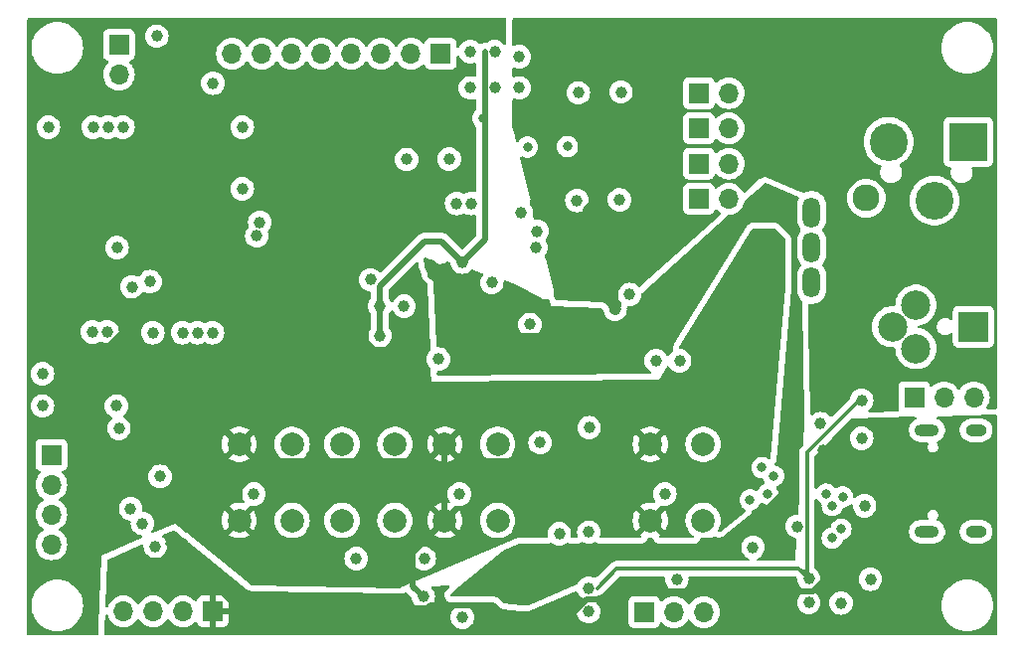
<source format=gbr>
%TF.GenerationSoftware,KiCad,Pcbnew,8.0.9-8.0.9-0~ubuntu24.04.1*%
%TF.CreationDate,2025-02-24T19:38:21+01:00*%
%TF.ProjectId,jack2bluetooth,6a61636b-3262-46c7-9565-746f6f74682e,v3.0*%
%TF.SameCoordinates,Original*%
%TF.FileFunction,Copper,L3,Inr*%
%TF.FilePolarity,Positive*%
%FSLAX46Y46*%
G04 Gerber Fmt 4.6, Leading zero omitted, Abs format (unit mm)*
G04 Created by KiCad (PCBNEW 8.0.9-8.0.9-0~ubuntu24.04.1) date 2025-02-24 19:38:21*
%MOMM*%
%LPD*%
G01*
G04 APERTURE LIST*
%TA.AperFunction,ComponentPad*%
%ADD10R,1.700000X1.700000*%
%TD*%
%TA.AperFunction,ComponentPad*%
%ADD11O,1.700000X1.700000*%
%TD*%
%TA.AperFunction,HeatsinkPad*%
%ADD12O,2.100000X1.000000*%
%TD*%
%TA.AperFunction,HeatsinkPad*%
%ADD13O,1.800000X1.000000*%
%TD*%
%TA.AperFunction,ComponentPad*%
%ADD14R,3.225000X3.225000*%
%TD*%
%TA.AperFunction,ComponentPad*%
%ADD15C,3.225000*%
%TD*%
%TA.AperFunction,ComponentPad*%
%ADD16C,2.295000*%
%TD*%
%TA.AperFunction,ComponentPad*%
%ADD17C,2.000000*%
%TD*%
%TA.AperFunction,ComponentPad*%
%ADD18R,2.500000X2.550000*%
%TD*%
%TA.AperFunction,ComponentPad*%
%ADD19C,2.500000*%
%TD*%
%TA.AperFunction,ComponentPad*%
%ADD20O,1.500000X2.600000*%
%TD*%
%TA.AperFunction,ViaPad*%
%ADD21C,1.000000*%
%TD*%
%TA.AperFunction,ViaPad*%
%ADD22C,0.800000*%
%TD*%
%TA.AperFunction,Conductor*%
%ADD23C,0.500000*%
%TD*%
%TA.AperFunction,Conductor*%
%ADD24C,0.300000*%
%TD*%
G04 APERTURE END LIST*
D10*
%TO.N,HPLOUT*%
%TO.C,JP5*%
X214400000Y-115600000D03*
D11*
%TO.N,Net-(JP4-B)*%
X216940000Y-115600000D03*
%TD*%
D12*
%TO.N,BAT-*%
%TO.C,J2*%
X233820000Y-143960000D03*
D13*
X238000000Y-143960000D03*
D12*
X233820000Y-135320000D03*
D13*
X238000000Y-135320000D03*
%TD*%
D14*
%TO.N,GNDA*%
%TO.C,J4*%
X237350000Y-110750000D03*
D15*
%TO.N,jack35_left*%
X230550000Y-110750000D03*
%TO.N,jack35_right*%
X234450000Y-115750000D03*
D16*
%TO.N,unconnected-(J4-Pad4)*%
X228650000Y-115550000D03*
%TD*%
D10*
%TO.N,HPRCOM*%
%TO.C,JP3*%
X214400000Y-109600000D03*
D11*
%TO.N,Net-(JP2-B)*%
X216940000Y-109600000D03*
%TD*%
D10*
%TO.N,HPLCOM*%
%TO.C,JP4*%
X214400000Y-112600000D03*
D11*
%TO.N,Net-(JP4-B)*%
X216940000Y-112600000D03*
%TD*%
D10*
%TO.N,Net-(JP1-A)*%
%TO.C,JP1*%
X232725000Y-132500000D03*
D11*
%TO.N,PSEL*%
X235265000Y-132500000D03*
%TO.N,BAT-*%
X237805000Y-132500000D03*
%TD*%
D10*
%TO.N,HPROUT*%
%TO.C,JP2*%
X214400000Y-106600000D03*
D11*
%TO.N,Net-(JP2-B)*%
X216940000Y-106600000D03*
%TD*%
D17*
%TO.N,BAT-*%
%TO.C,SW6*%
X184000000Y-143000000D03*
X184000000Y-136500000D03*
%TO.N,mcu_enable*%
X188500000Y-143000000D03*
X188500000Y-136500000D03*
%TD*%
D10*
%TO.N,VCC*%
%TO.C,J3*%
X173000000Y-150750000D03*
D11*
%TO.N,IO16*%
X170460000Y-150750000D03*
%TO.N,IO17*%
X167920000Y-150750000D03*
%TO.N,BAT-*%
X165380000Y-150750000D03*
%TD*%
D10*
%TO.N,IO4*%
%TO.C,J6*%
X159250000Y-137420000D03*
D11*
%TO.N,IO5*%
X159250000Y-139960000D03*
%TO.N,IO6*%
X159250000Y-142500000D03*
%TO.N,IO7*%
X159250000Y-145040000D03*
%TD*%
D18*
%TO.N,GNDA*%
%TO.C,J1*%
X237775000Y-126500000D03*
D19*
%TO.N,jack25_left*%
X232875000Y-124650000D03*
X232875000Y-128350000D03*
%TO.N,jack25_right*%
X230875000Y-126500000D03*
%TD*%
D10*
%TO.N,lcd_blk*%
%TO.C,J9*%
X192410000Y-103250000D03*
D11*
%TO.N,BAT-*%
X189870000Y-103250000D03*
%TO.N,IO17*%
X187330000Y-103250000D03*
%TO.N,IO15*%
X184790000Y-103250000D03*
%TO.N,IO16*%
X182250000Y-103250000D03*
%TO.N,IO3*%
X179710000Y-103250000D03*
%TO.N,BAT-*%
X177170000Y-103250000D03*
%TO.N,lcd_blk*%
X174630000Y-103250000D03*
%TD*%
D17*
%TO.N,IO4*%
%TO.C,SW1*%
X179750000Y-143000000D03*
X179750000Y-136500000D03*
%TO.N,+3.3V*%
X175250000Y-143000000D03*
X175250000Y-136500000D03*
%TD*%
D20*
%TO.N,Net-(SW5-A)*%
%TO.C,SW5*%
X224000000Y-116750000D03*
%TO.N,IO1*%
X224000000Y-119750000D03*
%TO.N,BAT-*%
X224000000Y-122750000D03*
%TD*%
D10*
%TO.N,BATTS*%
%TO.C,J5*%
X209725000Y-150800000D03*
D11*
%TO.N,BAT-*%
X212265000Y-150800000D03*
%TO.N,BAT+*%
X214805000Y-150800000D03*
%TD*%
D10*
%TO.N,BAT-*%
%TO.C,J7*%
X165000000Y-102460000D03*
D11*
%TO.N,nQON*%
X165000000Y-105000000D03*
%TD*%
D17*
%TO.N,IO5*%
%TO.C,SW3*%
X214750000Y-143000000D03*
X214750000Y-136500000D03*
%TO.N,+3.3V*%
X210250000Y-143000000D03*
X210250000Y-136500000D03*
%TD*%
%TO.N,IO0*%
%TO.C,SW2*%
X197250000Y-143000000D03*
X197250000Y-136500000D03*
%TO.N,+3.3V*%
X192750000Y-143000000D03*
X192750000Y-136500000D03*
%TD*%
D21*
%TO.N,IO8*%
X200875000Y-136375000D03*
X200500000Y-119750000D03*
X170430000Y-127000000D03*
%TO.N,IO9*%
X173000000Y-105750000D03*
X199250000Y-116750000D03*
X205040000Y-135100000D03*
X175500000Y-114750000D03*
X175510000Y-109500000D03*
D22*
%TO.N,IO11*%
X220750000Y-139200000D03*
D21*
X172970000Y-127000000D03*
D22*
%TO.N,IO10*%
X219750000Y-138500000D03*
D21*
X171700000Y-127000000D03*
%TO.N,IO4*%
X162749365Y-126939365D03*
X166098959Y-123098959D03*
%TO.N,IO5*%
X167648959Y-122648959D03*
X163985406Y-126905406D03*
%TO.N,IO0*%
X167890000Y-127000000D03*
%TO.N,IO7*%
X193750000Y-116000000D03*
X176745066Y-118772852D03*
D22*
X225750000Y-141750000D03*
D21*
%TO.N,IO1*%
X200625000Y-118375000D03*
%TO.N,IO6*%
X195000000Y-116000000D03*
D22*
X225250000Y-140750000D03*
D21*
X176998335Y-117599882D03*
%TO.N,IO17*%
X167000000Y-143250000D03*
X164080000Y-109500000D03*
%TO.N,IO16*%
X166000000Y-142000000D03*
X162810000Y-109500000D03*
%TO.N,IO15*%
X165350000Y-109500000D03*
%TO.N,mcu_enable*%
X168500000Y-139250000D03*
X165000000Y-135150000D03*
%TO.N,GNDA*%
X199092500Y-103500000D03*
D22*
X203200000Y-111150000D03*
D21*
X210750000Y-129400000D03*
X204000000Y-115750000D03*
X208500000Y-123750000D03*
X199092500Y-106150000D03*
X207630000Y-115687500D03*
X207750000Y-106500000D03*
X204130000Y-106575000D03*
D22*
X199800000Y-111200000D03*
D21*
%TO.N,+3.3V*%
X221000000Y-119000000D03*
X160500000Y-133250000D03*
X171148959Y-132851041D03*
X164750000Y-130500000D03*
X190925000Y-149500000D03*
X168951041Y-132548959D03*
X193130000Y-114287500D03*
X170250000Y-104000000D03*
X160537500Y-130500000D03*
X170250000Y-136500000D03*
X189750000Y-114250000D03*
%TO.N,BAT-*%
X158500000Y-130500000D03*
X212750000Y-129400000D03*
X219000000Y-145287500D03*
X191000000Y-146250000D03*
X168225000Y-101750000D03*
X211500000Y-140750000D03*
X228250000Y-136000000D03*
X226500000Y-150037500D03*
X189500000Y-112250000D03*
X185212500Y-146250000D03*
X212500000Y-148000000D03*
X189287500Y-124750000D03*
X176500000Y-140750000D03*
X196750000Y-122750000D03*
X205020000Y-144000000D03*
X192212500Y-129250000D03*
X200000000Y-126300000D03*
X194250000Y-151250000D03*
X164850000Y-119755000D03*
X194925000Y-103075000D03*
X202500000Y-144135000D03*
X222750000Y-143500000D03*
X193130000Y-112212500D03*
X164787500Y-133250000D03*
X158500000Y-133250000D03*
X168100000Y-145200000D03*
X194000000Y-140750000D03*
X223750000Y-150000000D03*
X228500000Y-141750000D03*
X194925000Y-106150000D03*
X159000000Y-109500000D03*
X205000000Y-150750000D03*
%TO.N,+1V8*%
X187250000Y-127250000D03*
X197000000Y-103075000D03*
X187212500Y-124750000D03*
X194250000Y-121000000D03*
D22*
X196000000Y-108750000D03*
D21*
X197000000Y-106150000D03*
%TO.N,REGN*%
X228250000Y-132750000D03*
X223750000Y-147962500D03*
X205000000Y-148750000D03*
%TO.N,VCC*%
X230250000Y-142750000D03*
X225001041Y-137001041D03*
X170400000Y-145000000D03*
X231250000Y-137500000D03*
%TO.N,SYSTEM*%
X191500000Y-121250000D03*
X216600000Y-145500000D03*
X198000000Y-149400000D03*
X194287500Y-129250000D03*
X200000000Y-124500000D03*
D22*
%TO.N,STAT*%
X226650000Y-141000000D03*
D21*
%TO.N,Net-(D8-A)*%
X186421933Y-122500000D03*
%TO.N,+3.3VA*%
X201167500Y-103500000D03*
X207500000Y-108750000D03*
X207250000Y-125000000D03*
X204130000Y-108650000D03*
X204000000Y-113750000D03*
X201167500Y-106150000D03*
X207630000Y-113612500D03*
D22*
%TO.N,BATTS*%
X220250000Y-140750000D03*
D21*
%TO.N,Net-(IC2-PMID_GOOD)*%
X229000000Y-148000000D03*
D22*
X226500000Y-143750000D03*
%TO.N,PSEL*%
X225750000Y-144500000D03*
%TO.N,nQON*%
X218750000Y-141250000D03*
D21*
%TO.N,Net-(D1-A)*%
X224750000Y-134750000D03*
%TD*%
D23*
%TO.N,+3.3V*%
X192750000Y-136500000D02*
X191300000Y-137950000D01*
X190925000Y-149500000D02*
X190050000Y-148625000D01*
X170250000Y-136500000D02*
X171148959Y-135601041D01*
X170000000Y-117000000D02*
X170000000Y-104250000D01*
X167750000Y-130500000D02*
X164750000Y-130500000D01*
X192342500Y-113500000D02*
X173500000Y-113500000D01*
X193130000Y-114287500D02*
X192342500Y-113500000D01*
X192750000Y-143000000D02*
X192750000Y-136500000D01*
X170000000Y-122287500D02*
X170000000Y-117000000D01*
X194200000Y-137950000D02*
X192750000Y-136500000D01*
X171148959Y-132851041D02*
X170101041Y-132851041D01*
X210250000Y-136500000D02*
X208800000Y-137950000D01*
X171148959Y-135601041D02*
X171148959Y-132851041D01*
X176700000Y-137950000D02*
X175250000Y-136500000D01*
X190050000Y-148625000D02*
X190050000Y-145700000D01*
X160537500Y-130500000D02*
X161787500Y-130500000D01*
X170101041Y-132851041D02*
X167750000Y-130500000D01*
X191300000Y-137950000D02*
X176700000Y-137950000D01*
X172500000Y-132750000D02*
X172500000Y-133750000D01*
X173750000Y-113500000D02*
X173500000Y-113500000D01*
X190050000Y-145700000D02*
X192750000Y-143000000D01*
X171601041Y-132851041D02*
X172875000Y-134125000D01*
X171148959Y-132851041D02*
X171601041Y-132851041D01*
X208800000Y-137950000D02*
X194200000Y-137950000D01*
X175250000Y-136500000D02*
X172875000Y-134125000D01*
X173500000Y-113500000D02*
X170000000Y-117000000D01*
X161787500Y-130500000D02*
X170000000Y-122287500D01*
X172500000Y-133750000D02*
X172875000Y-134125000D01*
%TO.N,+1V8*%
X187212500Y-127212500D02*
X187250000Y-127250000D01*
X196167500Y-106150000D02*
X196167500Y-103075000D01*
X191000000Y-119250000D02*
X187212500Y-123037500D01*
X192500000Y-119250000D02*
X191000000Y-119250000D01*
X187212500Y-124750000D02*
X187212500Y-127212500D01*
X194250000Y-121000000D02*
X192500000Y-119250000D01*
X187212500Y-123037500D02*
X187212500Y-124750000D01*
X196167500Y-108582500D02*
X196000000Y-108750000D01*
X196167500Y-119082500D02*
X196167500Y-106150000D01*
X196167500Y-106150000D02*
X196167500Y-108582500D01*
X194250000Y-121000000D02*
X196167500Y-119082500D01*
D24*
%TO.N,REGN*%
X223750000Y-147962500D02*
X223349999Y-147562499D01*
X223600000Y-147812500D02*
X223750000Y-147962500D01*
X228250000Y-132750000D02*
X228050000Y-132750000D01*
X223349999Y-147562499D02*
X223349999Y-147349999D01*
X222884125Y-147096625D02*
X207403375Y-147096625D01*
X207403375Y-147096625D02*
X205750000Y-148750000D01*
X223600000Y-137200000D02*
X223600000Y-147812500D01*
X223750000Y-147962500D02*
X222884125Y-147096625D01*
X228050000Y-132750000D02*
X223600000Y-137200000D01*
D23*
%TO.N,VCC*%
X191318503Y-150450000D02*
X191518503Y-150250000D01*
X230250000Y-142943503D02*
X230250000Y-142750000D01*
X175200000Y-150450000D02*
X191318503Y-150450000D01*
X230250000Y-141250000D02*
X230250000Y-142750000D01*
X206950000Y-149050000D02*
X224143503Y-149050000D01*
X226001041Y-137001041D02*
X230250000Y-141250000D01*
X197606497Y-150950000D02*
X203550000Y-150950000D01*
X224143503Y-149050000D02*
X230250000Y-142943503D01*
X196906497Y-150250000D02*
X197606497Y-150950000D01*
X169150000Y-145000000D02*
X169750000Y-145000000D01*
X225001041Y-137001041D02*
X226001041Y-137001041D01*
X206300000Y-149700000D02*
X206950000Y-149050000D01*
X191518503Y-150250000D02*
X196906497Y-150250000D01*
X204800000Y-149700000D02*
X206300000Y-149700000D01*
X203550000Y-150950000D02*
X204800000Y-149700000D01*
X169750000Y-145000000D02*
X175200000Y-150450000D01*
%TO.N,SYSTEM*%
X191500000Y-122000000D02*
X196750000Y-127250000D01*
X202387500Y-145362500D02*
X198000000Y-149750000D01*
X216600000Y-145362500D02*
X202387500Y-145362500D01*
X221200000Y-117400000D02*
X222509188Y-118709188D01*
X216600000Y-145400000D02*
X216600000Y-145500000D01*
X217500000Y-144500000D02*
X216600000Y-145400000D01*
X196750000Y-127250000D02*
X207050000Y-127250000D01*
X191500000Y-121250000D02*
X191500000Y-122000000D01*
X217702082Y-144500000D02*
X217500000Y-144500000D01*
X222500000Y-139702082D02*
X217702082Y-144500000D01*
X207050000Y-127250000D02*
X216900000Y-117400000D01*
X222500000Y-139250000D02*
X222500000Y-139702082D01*
X216900000Y-117400000D02*
X221200000Y-117400000D01*
X222509188Y-139240812D02*
X222500000Y-139250000D01*
X222509188Y-118709188D02*
X222509188Y-139240812D01*
%TO.N,+3.3VA*%
X207630000Y-113612500D02*
X204750000Y-116492500D01*
X204750000Y-116492500D02*
X204750000Y-122500000D01*
X204750000Y-122500000D02*
X207250000Y-125000000D01*
%TD*%
%TA.AperFunction,Conductor*%
%TO.N,+3.3V*%
G36*
X197943039Y-100220185D02*
G01*
X197988794Y-100272989D01*
X198000000Y-100324500D01*
X198000000Y-102369849D01*
X197980315Y-102436888D01*
X197927511Y-102482643D01*
X197858353Y-102492587D01*
X197794797Y-102463562D01*
X197780147Y-102448514D01*
X197710883Y-102364116D01*
X197558539Y-102239090D01*
X197558532Y-102239086D01*
X197384733Y-102146188D01*
X197384727Y-102146186D01*
X197196132Y-102088976D01*
X197196129Y-102088975D01*
X197000000Y-102069659D01*
X196803870Y-102088975D01*
X196615266Y-102146188D01*
X196441467Y-102239086D01*
X196441461Y-102239090D01*
X196364000Y-102302660D01*
X196299690Y-102329972D01*
X196261146Y-102328424D01*
X196241418Y-102324500D01*
X196093582Y-102324500D01*
X196093580Y-102324500D01*
X195948592Y-102353340D01*
X195948586Y-102353342D01*
X195812008Y-102409914D01*
X195806631Y-102412789D01*
X195805444Y-102410569D01*
X195749250Y-102428139D01*
X195681878Y-102409627D01*
X195651234Y-102382822D01*
X195635882Y-102364116D01*
X195483539Y-102239090D01*
X195483532Y-102239086D01*
X195309733Y-102146188D01*
X195309727Y-102146186D01*
X195121132Y-102088976D01*
X195121129Y-102088975D01*
X194925000Y-102069659D01*
X194728870Y-102088975D01*
X194540266Y-102146188D01*
X194366467Y-102239086D01*
X194366460Y-102239090D01*
X194214116Y-102364116D01*
X194089090Y-102516460D01*
X194089085Y-102516467D01*
X193993857Y-102694628D01*
X193944895Y-102744473D01*
X193876757Y-102759933D01*
X193811077Y-102736101D01*
X193768709Y-102680544D01*
X193760499Y-102636175D01*
X193760499Y-102352129D01*
X193760498Y-102352123D01*
X193754091Y-102292516D01*
X193703797Y-102157671D01*
X193703793Y-102157664D01*
X193617547Y-102042455D01*
X193617544Y-102042452D01*
X193502335Y-101956206D01*
X193502328Y-101956202D01*
X193367482Y-101905908D01*
X193367483Y-101905908D01*
X193307883Y-101899501D01*
X193307881Y-101899500D01*
X193307873Y-101899500D01*
X193307864Y-101899500D01*
X191512129Y-101899500D01*
X191512123Y-101899501D01*
X191452516Y-101905908D01*
X191317671Y-101956202D01*
X191317664Y-101956206D01*
X191202455Y-102042452D01*
X191202452Y-102042455D01*
X191116206Y-102157664D01*
X191116203Y-102157669D01*
X191067189Y-102289083D01*
X191025317Y-102345016D01*
X190959853Y-102369433D01*
X190891580Y-102354581D01*
X190863326Y-102333430D01*
X190741402Y-102211506D01*
X190741395Y-102211501D01*
X190547834Y-102075967D01*
X190547830Y-102075965D01*
X190534307Y-102069659D01*
X190333663Y-101976097D01*
X190333659Y-101976096D01*
X190333655Y-101976094D01*
X190105413Y-101914938D01*
X190105403Y-101914936D01*
X189870001Y-101894341D01*
X189869999Y-101894341D01*
X189634596Y-101914936D01*
X189634586Y-101914938D01*
X189406344Y-101976094D01*
X189406335Y-101976098D01*
X189192171Y-102075964D01*
X189192169Y-102075965D01*
X188998597Y-102211505D01*
X188831505Y-102378597D01*
X188701575Y-102564158D01*
X188646998Y-102607783D01*
X188577500Y-102614977D01*
X188515145Y-102583454D01*
X188498425Y-102564158D01*
X188368494Y-102378597D01*
X188201402Y-102211506D01*
X188201395Y-102211501D01*
X188007834Y-102075967D01*
X188007830Y-102075965D01*
X187994307Y-102069659D01*
X187793663Y-101976097D01*
X187793659Y-101976096D01*
X187793655Y-101976094D01*
X187565413Y-101914938D01*
X187565403Y-101914936D01*
X187330001Y-101894341D01*
X187329999Y-101894341D01*
X187094596Y-101914936D01*
X187094586Y-101914938D01*
X186866344Y-101976094D01*
X186866335Y-101976098D01*
X186652171Y-102075964D01*
X186652169Y-102075965D01*
X186458597Y-102211505D01*
X186291505Y-102378597D01*
X186161575Y-102564158D01*
X186106998Y-102607783D01*
X186037500Y-102614977D01*
X185975145Y-102583454D01*
X185958425Y-102564158D01*
X185828494Y-102378597D01*
X185661402Y-102211506D01*
X185661395Y-102211501D01*
X185467834Y-102075967D01*
X185467830Y-102075965D01*
X185454307Y-102069659D01*
X185253663Y-101976097D01*
X185253659Y-101976096D01*
X185253655Y-101976094D01*
X185025413Y-101914938D01*
X185025403Y-101914936D01*
X184790001Y-101894341D01*
X184789999Y-101894341D01*
X184554596Y-101914936D01*
X184554586Y-101914938D01*
X184326344Y-101976094D01*
X184326335Y-101976098D01*
X184112171Y-102075964D01*
X184112169Y-102075965D01*
X183918597Y-102211505D01*
X183751505Y-102378597D01*
X183621575Y-102564158D01*
X183566998Y-102607783D01*
X183497500Y-102614977D01*
X183435145Y-102583454D01*
X183418425Y-102564158D01*
X183288494Y-102378597D01*
X183121402Y-102211506D01*
X183121395Y-102211501D01*
X182927834Y-102075967D01*
X182927830Y-102075965D01*
X182914307Y-102069659D01*
X182713663Y-101976097D01*
X182713659Y-101976096D01*
X182713655Y-101976094D01*
X182485413Y-101914938D01*
X182485403Y-101914936D01*
X182250001Y-101894341D01*
X182249999Y-101894341D01*
X182014596Y-101914936D01*
X182014586Y-101914938D01*
X181786344Y-101976094D01*
X181786335Y-101976098D01*
X181572171Y-102075964D01*
X181572169Y-102075965D01*
X181378597Y-102211505D01*
X181211505Y-102378597D01*
X181081575Y-102564158D01*
X181026998Y-102607783D01*
X180957500Y-102614977D01*
X180895145Y-102583454D01*
X180878425Y-102564158D01*
X180748494Y-102378597D01*
X180581402Y-102211506D01*
X180581395Y-102211501D01*
X180387834Y-102075967D01*
X180387830Y-102075965D01*
X180374307Y-102069659D01*
X180173663Y-101976097D01*
X180173659Y-101976096D01*
X180173655Y-101976094D01*
X179945413Y-101914938D01*
X179945403Y-101914936D01*
X179710001Y-101894341D01*
X179709999Y-101894341D01*
X179474596Y-101914936D01*
X179474586Y-101914938D01*
X179246344Y-101976094D01*
X179246335Y-101976098D01*
X179032171Y-102075964D01*
X179032169Y-102075965D01*
X178838597Y-102211505D01*
X178671505Y-102378597D01*
X178541575Y-102564158D01*
X178486998Y-102607783D01*
X178417500Y-102614977D01*
X178355145Y-102583454D01*
X178338425Y-102564158D01*
X178208494Y-102378597D01*
X178041402Y-102211506D01*
X178041395Y-102211501D01*
X177847834Y-102075967D01*
X177847830Y-102075965D01*
X177834307Y-102069659D01*
X177633663Y-101976097D01*
X177633659Y-101976096D01*
X177633655Y-101976094D01*
X177405413Y-101914938D01*
X177405403Y-101914936D01*
X177170001Y-101894341D01*
X177169999Y-101894341D01*
X176934596Y-101914936D01*
X176934586Y-101914938D01*
X176706344Y-101976094D01*
X176706335Y-101976098D01*
X176492171Y-102075964D01*
X176492169Y-102075965D01*
X176298597Y-102211505D01*
X176131505Y-102378597D01*
X176001575Y-102564158D01*
X175946998Y-102607783D01*
X175877500Y-102614977D01*
X175815145Y-102583454D01*
X175798425Y-102564158D01*
X175668494Y-102378597D01*
X175501402Y-102211506D01*
X175501395Y-102211501D01*
X175307834Y-102075967D01*
X175307830Y-102075965D01*
X175294307Y-102069659D01*
X175093663Y-101976097D01*
X175093659Y-101976096D01*
X175093655Y-101976094D01*
X174865413Y-101914938D01*
X174865403Y-101914936D01*
X174630001Y-101894341D01*
X174629999Y-101894341D01*
X174394596Y-101914936D01*
X174394586Y-101914938D01*
X174166344Y-101976094D01*
X174166335Y-101976098D01*
X173952171Y-102075964D01*
X173952169Y-102075965D01*
X173758597Y-102211505D01*
X173591505Y-102378597D01*
X173455965Y-102572169D01*
X173455964Y-102572171D01*
X173356098Y-102786335D01*
X173356094Y-102786344D01*
X173294938Y-103014586D01*
X173294936Y-103014596D01*
X173274341Y-103249999D01*
X173274341Y-103250000D01*
X173294936Y-103485403D01*
X173294938Y-103485413D01*
X173356094Y-103713655D01*
X173356096Y-103713659D01*
X173356097Y-103713663D01*
X173420890Y-103852611D01*
X173455965Y-103927830D01*
X173455967Y-103927834D01*
X173557099Y-104072264D01*
X173591505Y-104121401D01*
X173758599Y-104288495D01*
X173855384Y-104356265D01*
X173952165Y-104424032D01*
X173952167Y-104424033D01*
X173952170Y-104424035D01*
X174166337Y-104523903D01*
X174394592Y-104585063D01*
X174571034Y-104600500D01*
X174629999Y-104605659D01*
X174630000Y-104605659D01*
X174630001Y-104605659D01*
X174688966Y-104600500D01*
X174865408Y-104585063D01*
X175093663Y-104523903D01*
X175307830Y-104424035D01*
X175501401Y-104288495D01*
X175668495Y-104121401D01*
X175798425Y-103935842D01*
X175853002Y-103892217D01*
X175922500Y-103885023D01*
X175984855Y-103916546D01*
X176001575Y-103935842D01*
X176131500Y-104121395D01*
X176131505Y-104121401D01*
X176298599Y-104288495D01*
X176395384Y-104356265D01*
X176492165Y-104424032D01*
X176492167Y-104424033D01*
X176492170Y-104424035D01*
X176706337Y-104523903D01*
X176934592Y-104585063D01*
X177111034Y-104600500D01*
X177169999Y-104605659D01*
X177170000Y-104605659D01*
X177170001Y-104605659D01*
X177228966Y-104600500D01*
X177405408Y-104585063D01*
X177633663Y-104523903D01*
X177847830Y-104424035D01*
X178041401Y-104288495D01*
X178208495Y-104121401D01*
X178338425Y-103935842D01*
X178393002Y-103892217D01*
X178462500Y-103885023D01*
X178524855Y-103916546D01*
X178541575Y-103935842D01*
X178671500Y-104121395D01*
X178671505Y-104121401D01*
X178838599Y-104288495D01*
X178935384Y-104356265D01*
X179032165Y-104424032D01*
X179032167Y-104424033D01*
X179032170Y-104424035D01*
X179246337Y-104523903D01*
X179474592Y-104585063D01*
X179651034Y-104600500D01*
X179709999Y-104605659D01*
X179710000Y-104605659D01*
X179710001Y-104605659D01*
X179768966Y-104600500D01*
X179945408Y-104585063D01*
X180173663Y-104523903D01*
X180387830Y-104424035D01*
X180581401Y-104288495D01*
X180748495Y-104121401D01*
X180878425Y-103935842D01*
X180933002Y-103892217D01*
X181002500Y-103885023D01*
X181064855Y-103916546D01*
X181081575Y-103935842D01*
X181211500Y-104121395D01*
X181211505Y-104121401D01*
X181378599Y-104288495D01*
X181475384Y-104356265D01*
X181572165Y-104424032D01*
X181572167Y-104424033D01*
X181572170Y-104424035D01*
X181786337Y-104523903D01*
X182014592Y-104585063D01*
X182191034Y-104600500D01*
X182249999Y-104605659D01*
X182250000Y-104605659D01*
X182250001Y-104605659D01*
X182308966Y-104600500D01*
X182485408Y-104585063D01*
X182713663Y-104523903D01*
X182927830Y-104424035D01*
X183121401Y-104288495D01*
X183288495Y-104121401D01*
X183418425Y-103935842D01*
X183473002Y-103892217D01*
X183542500Y-103885023D01*
X183604855Y-103916546D01*
X183621575Y-103935842D01*
X183751500Y-104121395D01*
X183751505Y-104121401D01*
X183918599Y-104288495D01*
X184015384Y-104356265D01*
X184112165Y-104424032D01*
X184112167Y-104424033D01*
X184112170Y-104424035D01*
X184326337Y-104523903D01*
X184554592Y-104585063D01*
X184731034Y-104600500D01*
X184789999Y-104605659D01*
X184790000Y-104605659D01*
X184790001Y-104605659D01*
X184848966Y-104600500D01*
X185025408Y-104585063D01*
X185253663Y-104523903D01*
X185467830Y-104424035D01*
X185661401Y-104288495D01*
X185828495Y-104121401D01*
X185958425Y-103935842D01*
X186013002Y-103892217D01*
X186082500Y-103885023D01*
X186144855Y-103916546D01*
X186161575Y-103935842D01*
X186291500Y-104121395D01*
X186291505Y-104121401D01*
X186458599Y-104288495D01*
X186555384Y-104356265D01*
X186652165Y-104424032D01*
X186652167Y-104424033D01*
X186652170Y-104424035D01*
X186866337Y-104523903D01*
X187094592Y-104585063D01*
X187271034Y-104600500D01*
X187329999Y-104605659D01*
X187330000Y-104605659D01*
X187330001Y-104605659D01*
X187388966Y-104600500D01*
X187565408Y-104585063D01*
X187793663Y-104523903D01*
X188007830Y-104424035D01*
X188201401Y-104288495D01*
X188368495Y-104121401D01*
X188498425Y-103935842D01*
X188553002Y-103892217D01*
X188622500Y-103885023D01*
X188684855Y-103916546D01*
X188701575Y-103935842D01*
X188831500Y-104121395D01*
X188831505Y-104121401D01*
X188998599Y-104288495D01*
X189095384Y-104356265D01*
X189192165Y-104424032D01*
X189192167Y-104424033D01*
X189192170Y-104424035D01*
X189406337Y-104523903D01*
X189634592Y-104585063D01*
X189811034Y-104600500D01*
X189869999Y-104605659D01*
X189870000Y-104605659D01*
X189870001Y-104605659D01*
X189928966Y-104600500D01*
X190105408Y-104585063D01*
X190333663Y-104523903D01*
X190547830Y-104424035D01*
X190741401Y-104288495D01*
X190863329Y-104166566D01*
X190924648Y-104133084D01*
X190994340Y-104138068D01*
X191050274Y-104179939D01*
X191067189Y-104210917D01*
X191116202Y-104342328D01*
X191116206Y-104342335D01*
X191202452Y-104457544D01*
X191202455Y-104457547D01*
X191317664Y-104543793D01*
X191317671Y-104543797D01*
X191452517Y-104594091D01*
X191452516Y-104594091D01*
X191459444Y-104594835D01*
X191512127Y-104600500D01*
X193307872Y-104600499D01*
X193367483Y-104594091D01*
X193502331Y-104543796D01*
X193617546Y-104457546D01*
X193703796Y-104342331D01*
X193754091Y-104207483D01*
X193760500Y-104147873D01*
X193760499Y-103513822D01*
X193780183Y-103446786D01*
X193832987Y-103401031D01*
X193902146Y-103391087D01*
X193965702Y-103420112D01*
X193993857Y-103455372D01*
X194089085Y-103633532D01*
X194089090Y-103633539D01*
X194214116Y-103785883D01*
X194366460Y-103910909D01*
X194366467Y-103910913D01*
X194540266Y-104003811D01*
X194540269Y-104003811D01*
X194540273Y-104003814D01*
X194728868Y-104061024D01*
X194925000Y-104080341D01*
X195121132Y-104061024D01*
X195257005Y-104019806D01*
X195326871Y-104019183D01*
X195385984Y-104056430D01*
X195415575Y-104119724D01*
X195417000Y-104138467D01*
X195417000Y-105086532D01*
X195397315Y-105153571D01*
X195344511Y-105199326D01*
X195275353Y-105209270D01*
X195257005Y-105205193D01*
X195237664Y-105199326D01*
X195211734Y-105191460D01*
X195121130Y-105163975D01*
X194925000Y-105144659D01*
X194728870Y-105163975D01*
X194540266Y-105221188D01*
X194366467Y-105314086D01*
X194366460Y-105314090D01*
X194214116Y-105439116D01*
X194089090Y-105591460D01*
X194089086Y-105591467D01*
X193996188Y-105765266D01*
X193938975Y-105953870D01*
X193919659Y-106150000D01*
X193938975Y-106346129D01*
X193996188Y-106534733D01*
X194089086Y-106708532D01*
X194089090Y-106708539D01*
X194214116Y-106860883D01*
X194366460Y-106985909D01*
X194366467Y-106985913D01*
X194540266Y-107078811D01*
X194540269Y-107078811D01*
X194540273Y-107078814D01*
X194728868Y-107136024D01*
X194925000Y-107155341D01*
X195121132Y-107136024D01*
X195257005Y-107094806D01*
X195326871Y-107094183D01*
X195385984Y-107131430D01*
X195415575Y-107194724D01*
X195417000Y-107213467D01*
X195417000Y-108004112D01*
X195397315Y-108071151D01*
X195385150Y-108087084D01*
X195267466Y-108217785D01*
X195172821Y-108381715D01*
X195172818Y-108381722D01*
X195114327Y-108561740D01*
X195114326Y-108561744D01*
X195094540Y-108750000D01*
X195114326Y-108938256D01*
X195114327Y-108938259D01*
X195172818Y-109118277D01*
X195172821Y-109118284D01*
X195267464Y-109282212D01*
X195267465Y-109282214D01*
X195267467Y-109282216D01*
X195385151Y-109412917D01*
X195415380Y-109475906D01*
X195417000Y-109495887D01*
X195417000Y-114913781D01*
X195397315Y-114980820D01*
X195344511Y-115026575D01*
X195275353Y-115036519D01*
X195257011Y-115032443D01*
X195196132Y-115013976D01*
X195196129Y-115013975D01*
X195000000Y-114994659D01*
X194803870Y-115013975D01*
X194615266Y-115071188D01*
X194436089Y-115166961D01*
X194435150Y-115165205D01*
X194377203Y-115183344D01*
X194314370Y-115166101D01*
X194313911Y-115166961D01*
X194310122Y-115164935D01*
X194309824Y-115164854D01*
X194309107Y-115164393D01*
X194134733Y-115071188D01*
X194134727Y-115071186D01*
X193946132Y-115013976D01*
X193946129Y-115013975D01*
X193750000Y-114994659D01*
X193553870Y-115013975D01*
X193365266Y-115071188D01*
X193191467Y-115164086D01*
X193191460Y-115164090D01*
X193039116Y-115289116D01*
X192914090Y-115441460D01*
X192914086Y-115441467D01*
X192821188Y-115615266D01*
X192763975Y-115803870D01*
X192744659Y-116000000D01*
X192763975Y-116196129D01*
X192821188Y-116384733D01*
X192914086Y-116558532D01*
X192914090Y-116558539D01*
X193039116Y-116710883D01*
X193191460Y-116835909D01*
X193191467Y-116835913D01*
X193365266Y-116928811D01*
X193365269Y-116928811D01*
X193365273Y-116928814D01*
X193553868Y-116986024D01*
X193750000Y-117005341D01*
X193946132Y-116986024D01*
X194134727Y-116928814D01*
X194308538Y-116835910D01*
X194308540Y-116835908D01*
X194313910Y-116833038D01*
X194314851Y-116834799D01*
X194372765Y-116816654D01*
X194435634Y-116833889D01*
X194436090Y-116833038D01*
X194439840Y-116835042D01*
X194440148Y-116835127D01*
X194440888Y-116835602D01*
X194441457Y-116835906D01*
X194441462Y-116835910D01*
X194615273Y-116928814D01*
X194803868Y-116986024D01*
X195000000Y-117005341D01*
X195196132Y-116986024D01*
X195257005Y-116967557D01*
X195326870Y-116966933D01*
X195385983Y-117004181D01*
X195415575Y-117067474D01*
X195417000Y-117086218D01*
X195417000Y-118720270D01*
X195397315Y-118787309D01*
X195380681Y-118807951D01*
X194337681Y-119850950D01*
X194276358Y-119884435D01*
X194206666Y-119879451D01*
X194162319Y-119850950D01*
X192978421Y-118667052D01*
X192978414Y-118667046D01*
X192904729Y-118617812D01*
X192904729Y-118617813D01*
X192855491Y-118584913D01*
X192718917Y-118528343D01*
X192718907Y-118528340D01*
X192573920Y-118499500D01*
X192573918Y-118499500D01*
X190926082Y-118499500D01*
X190926080Y-118499500D01*
X190781092Y-118528340D01*
X190781086Y-118528342D01*
X190644508Y-118584914D01*
X190644496Y-118584921D01*
X190595269Y-118617813D01*
X190521588Y-118667044D01*
X190521580Y-118667050D01*
X187349772Y-121838858D01*
X187288449Y-121872343D01*
X187218757Y-121867359D01*
X187166239Y-121829842D01*
X187132816Y-121789117D01*
X187132814Y-121789115D01*
X187132813Y-121789114D01*
X186980472Y-121664090D01*
X186980465Y-121664086D01*
X186806666Y-121571188D01*
X186806660Y-121571186D01*
X186618065Y-121513976D01*
X186618062Y-121513975D01*
X186421933Y-121494659D01*
X186225803Y-121513975D01*
X186037199Y-121571188D01*
X185863400Y-121664086D01*
X185863393Y-121664090D01*
X185711049Y-121789116D01*
X185586023Y-121941460D01*
X185586019Y-121941467D01*
X185493121Y-122115266D01*
X185435908Y-122303870D01*
X185416592Y-122500000D01*
X185435908Y-122696129D01*
X185435909Y-122696132D01*
X185481095Y-122845091D01*
X185493121Y-122884733D01*
X185586019Y-123058532D01*
X185586023Y-123058539D01*
X185711049Y-123210883D01*
X185863393Y-123335909D01*
X185863400Y-123335913D01*
X186037199Y-123428811D01*
X186037202Y-123428811D01*
X186037206Y-123428814D01*
X186225801Y-123486024D01*
X186350154Y-123498271D01*
X186414941Y-123524431D01*
X186455300Y-123581466D01*
X186462000Y-123621674D01*
X186462000Y-124043021D01*
X186442315Y-124110060D01*
X186433853Y-124121686D01*
X186376591Y-124191460D01*
X186376586Y-124191467D01*
X186283688Y-124365266D01*
X186226475Y-124553870D01*
X186207159Y-124750000D01*
X186226475Y-124946129D01*
X186226476Y-124946132D01*
X186264257Y-125070680D01*
X186283688Y-125134733D01*
X186376584Y-125308529D01*
X186376587Y-125308533D01*
X186376590Y-125308538D01*
X186433854Y-125378314D01*
X186461166Y-125442620D01*
X186462000Y-125456976D01*
X186462000Y-126588715D01*
X186442315Y-126655754D01*
X186433855Y-126667378D01*
X186414086Y-126691467D01*
X186321188Y-126865266D01*
X186263975Y-127053870D01*
X186244659Y-127250000D01*
X186263975Y-127446129D01*
X186279679Y-127497897D01*
X186298074Y-127558539D01*
X186321188Y-127634733D01*
X186414086Y-127808532D01*
X186414090Y-127808539D01*
X186539116Y-127960883D01*
X186691460Y-128085909D01*
X186691467Y-128085913D01*
X186865266Y-128178811D01*
X186865269Y-128178811D01*
X186865273Y-128178814D01*
X187053868Y-128236024D01*
X187250000Y-128255341D01*
X187446132Y-128236024D01*
X187634727Y-128178814D01*
X187808538Y-128085910D01*
X187960883Y-127960883D01*
X188085910Y-127808538D01*
X188178814Y-127634727D01*
X188236024Y-127446132D01*
X188255341Y-127250000D01*
X188236024Y-127053868D01*
X188178814Y-126865273D01*
X188178811Y-126865269D01*
X188178811Y-126865266D01*
X188085913Y-126691467D01*
X188085909Y-126691460D01*
X187991147Y-126575993D01*
X187963834Y-126511683D01*
X187963000Y-126497328D01*
X187963000Y-125456976D01*
X187982685Y-125389937D01*
X187991132Y-125378329D01*
X188048410Y-125308538D01*
X188100608Y-125210883D01*
X188140642Y-125135985D01*
X188189604Y-125086141D01*
X188257742Y-125070680D01*
X188323421Y-125094511D01*
X188359358Y-125135985D01*
X188451586Y-125308532D01*
X188451590Y-125308539D01*
X188576616Y-125460883D01*
X188728960Y-125585909D01*
X188728967Y-125585913D01*
X188902766Y-125678811D01*
X188902769Y-125678811D01*
X188902773Y-125678814D01*
X189091368Y-125736024D01*
X189287500Y-125755341D01*
X189483632Y-125736024D01*
X189672227Y-125678814D01*
X189846038Y-125585910D01*
X189998383Y-125460883D01*
X190123410Y-125308538D01*
X190216314Y-125134727D01*
X190273524Y-124946132D01*
X190292841Y-124750000D01*
X190273524Y-124553868D01*
X190216314Y-124365273D01*
X190216311Y-124365269D01*
X190216311Y-124365266D01*
X190123413Y-124191467D01*
X190123409Y-124191460D01*
X189998383Y-124039116D01*
X189846039Y-123914090D01*
X189846032Y-123914086D01*
X189672233Y-123821188D01*
X189672227Y-123821186D01*
X189483632Y-123763976D01*
X189483629Y-123763975D01*
X189287500Y-123744659D01*
X189091370Y-123763975D01*
X188902766Y-123821188D01*
X188728967Y-123914086D01*
X188728960Y-123914090D01*
X188576616Y-124039116D01*
X188451590Y-124191460D01*
X188451585Y-124191467D01*
X188359358Y-124364014D01*
X188310396Y-124413859D01*
X188242258Y-124429319D01*
X188176578Y-124405487D01*
X188140642Y-124364014D01*
X188048414Y-124191467D01*
X188048408Y-124191460D01*
X187991147Y-124121686D01*
X187963834Y-124057376D01*
X187963000Y-124043021D01*
X187963000Y-123399730D01*
X187982685Y-123332691D01*
X187999319Y-123312049D01*
X189141223Y-122170145D01*
X190296946Y-121014421D01*
X190358267Y-120980938D01*
X190427959Y-120985922D01*
X190483892Y-121027794D01*
X190508309Y-121093258D01*
X190508028Y-121114258D01*
X190494659Y-121249999D01*
X190513975Y-121446129D01*
X190571188Y-121634733D01*
X190664084Y-121808529D01*
X190664087Y-121808533D01*
X190664090Y-121808538D01*
X190721354Y-121878314D01*
X190748666Y-121942620D01*
X190749500Y-121956976D01*
X190749500Y-122073918D01*
X190749500Y-122073920D01*
X190749499Y-122073920D01*
X190778340Y-122218907D01*
X190778343Y-122218917D01*
X190834913Y-122355489D01*
X190834914Y-122355491D01*
X190834916Y-122355495D01*
X190846725Y-122373169D01*
X190846726Y-122373172D01*
X190917046Y-122478414D01*
X190917052Y-122478421D01*
X191279793Y-122841161D01*
X191313278Y-122902484D01*
X191316039Y-122924590D01*
X191506806Y-128484084D01*
X191489432Y-128551759D01*
X191478732Y-128567001D01*
X191376590Y-128691460D01*
X191376586Y-128691467D01*
X191283688Y-128865266D01*
X191226475Y-129053870D01*
X191207159Y-129250000D01*
X191226475Y-129446129D01*
X191283688Y-129634733D01*
X191376586Y-129808532D01*
X191376590Y-129808539D01*
X191501617Y-129960884D01*
X191515758Y-129972489D01*
X191555094Y-130030234D01*
X191561022Y-130064090D01*
X191569250Y-130303870D01*
X191600000Y-131200000D01*
X211000000Y-131000000D01*
X211673930Y-129904862D01*
X211725829Y-129858086D01*
X211794780Y-129846793D01*
X211858891Y-129874570D01*
X211888893Y-129911399D01*
X211914086Y-129958532D01*
X211914090Y-129958539D01*
X212039116Y-130110883D01*
X212191460Y-130235909D01*
X212191467Y-130235913D01*
X212365266Y-130328811D01*
X212365269Y-130328811D01*
X212365273Y-130328814D01*
X212553868Y-130386024D01*
X212750000Y-130405341D01*
X212946132Y-130386024D01*
X213134727Y-130328814D01*
X213308538Y-130235910D01*
X213460883Y-130110883D01*
X213585910Y-129958538D01*
X213666090Y-129808532D01*
X213678811Y-129784733D01*
X213678811Y-129784732D01*
X213678814Y-129784727D01*
X213736024Y-129596132D01*
X213755341Y-129400000D01*
X213736024Y-129203868D01*
X213678814Y-129015273D01*
X213678811Y-129015269D01*
X213678811Y-129015266D01*
X213585913Y-128841467D01*
X213585909Y-128841460D01*
X213460883Y-128689116D01*
X213308539Y-128564090D01*
X213308532Y-128564086D01*
X213134733Y-128471188D01*
X213134727Y-128471186D01*
X212946132Y-128413976D01*
X212946129Y-128413975D01*
X212809089Y-128400478D01*
X212744301Y-128374317D01*
X212703943Y-128317282D01*
X212700826Y-128247482D01*
X212715633Y-128212095D01*
X217756809Y-120020185D01*
X218871070Y-118209512D01*
X218922970Y-118162734D01*
X218976676Y-118150500D01*
X220837770Y-118150500D01*
X220904809Y-118170185D01*
X220925451Y-118186819D01*
X221722369Y-118983736D01*
X221755854Y-119045059D01*
X221758688Y-119071417D01*
X221758688Y-123143334D01*
X221758235Y-123153924D01*
X220510807Y-137707235D01*
X220485469Y-137772348D01*
X220428950Y-137813426D01*
X220359195Y-137817427D01*
X220314375Y-137796963D01*
X220202734Y-137715851D01*
X220202729Y-137715848D01*
X220029807Y-137638857D01*
X220029802Y-137638855D01*
X219883403Y-137607738D01*
X219844646Y-137599500D01*
X219655354Y-137599500D01*
X219622897Y-137606398D01*
X219470197Y-137638855D01*
X219470192Y-137638857D01*
X219297270Y-137715848D01*
X219297265Y-137715851D01*
X219144129Y-137827111D01*
X219017466Y-137967785D01*
X218922821Y-138131715D01*
X218922818Y-138131722D01*
X218868304Y-138299500D01*
X218864326Y-138311744D01*
X218844540Y-138500000D01*
X218864326Y-138688256D01*
X218864327Y-138688259D01*
X218922818Y-138868277D01*
X218922821Y-138868284D01*
X219017467Y-139032216D01*
X219068235Y-139088599D01*
X219144129Y-139172888D01*
X219297265Y-139284148D01*
X219297270Y-139284151D01*
X219470192Y-139361142D01*
X219470197Y-139361144D01*
X219655354Y-139400500D01*
X219655355Y-139400500D01*
X219778212Y-139400500D01*
X219845251Y-139420185D01*
X219891006Y-139472989D01*
X219896143Y-139486181D01*
X219922819Y-139568280D01*
X219922820Y-139568281D01*
X219922821Y-139568284D01*
X219981083Y-139669198D01*
X220010886Y-139720818D01*
X220027358Y-139788718D01*
X220004505Y-139854745D01*
X219953934Y-139896096D01*
X219797270Y-139965848D01*
X219797265Y-139965851D01*
X219644129Y-140077111D01*
X219517466Y-140217785D01*
X219422821Y-140381715D01*
X219422818Y-140381723D01*
X219411410Y-140416831D01*
X219371971Y-140474505D01*
X219307612Y-140501702D01*
X219238766Y-140489786D01*
X219220595Y-140478828D01*
X219202734Y-140465851D01*
X219202729Y-140465848D01*
X219029807Y-140388857D01*
X219029802Y-140388855D01*
X218884001Y-140357865D01*
X218844646Y-140349500D01*
X218655354Y-140349500D01*
X218622897Y-140356398D01*
X218470197Y-140388855D01*
X218470192Y-140388857D01*
X218297270Y-140465848D01*
X218297265Y-140465851D01*
X218144129Y-140577111D01*
X218017466Y-140717785D01*
X217922821Y-140881715D01*
X217922818Y-140881722D01*
X217864327Y-141061740D01*
X217864326Y-141061744D01*
X217844540Y-141250000D01*
X217864326Y-141438256D01*
X217864327Y-141438259D01*
X217922818Y-141618277D01*
X217922821Y-141618284D01*
X218017467Y-141782216D01*
X218053443Y-141822171D01*
X218144129Y-141922888D01*
X218297265Y-142034148D01*
X218297267Y-142034149D01*
X218297270Y-142034151D01*
X218318353Y-142043538D01*
X218371588Y-142088786D01*
X218391910Y-142155635D01*
X218372865Y-142222859D01*
X218344752Y-142254141D01*
X216224679Y-143927884D01*
X216159863Y-143953975D01*
X216091231Y-143940882D01*
X216040573Y-143892762D01*
X216023973Y-143824893D01*
X216044035Y-143762737D01*
X216074172Y-143716608D01*
X216074173Y-143716607D01*
X216174063Y-143488881D01*
X216235108Y-143247821D01*
X216238558Y-143206186D01*
X216255643Y-143000005D01*
X216255643Y-142999994D01*
X216235109Y-142752187D01*
X216235107Y-142752175D01*
X216174063Y-142511118D01*
X216074173Y-142283393D01*
X215938166Y-142075217D01*
X215900359Y-142034148D01*
X215769744Y-141892262D01*
X215573509Y-141739526D01*
X215573507Y-141739525D01*
X215573506Y-141739524D01*
X215354811Y-141621172D01*
X215354802Y-141621169D01*
X215119616Y-141540429D01*
X214874335Y-141499500D01*
X214625665Y-141499500D01*
X214380383Y-141540429D01*
X214145197Y-141621169D01*
X214145188Y-141621172D01*
X213926493Y-141739524D01*
X213730257Y-141892261D01*
X213561833Y-142075217D01*
X213425826Y-142283393D01*
X213325936Y-142511118D01*
X213264892Y-142752175D01*
X213264890Y-142752187D01*
X213244357Y-142999994D01*
X213244357Y-143000005D01*
X213264890Y-143247812D01*
X213264892Y-143247824D01*
X213325936Y-143488881D01*
X213425826Y-143716606D01*
X213561833Y-143924782D01*
X213561836Y-143924785D01*
X213730256Y-144107738D01*
X213926491Y-144260474D01*
X213926494Y-144260476D01*
X213926496Y-144260477D01*
X213938448Y-144266945D01*
X213988039Y-144316164D01*
X214003147Y-144384381D01*
X213978977Y-144449937D01*
X213923201Y-144492018D01*
X213879431Y-144500000D01*
X211119518Y-144500000D01*
X211052479Y-144480315D01*
X211006724Y-144427511D01*
X210996780Y-144358353D01*
X211025805Y-144294797D01*
X211060500Y-144266945D01*
X211073235Y-144260052D01*
X211073236Y-144260051D01*
X211120055Y-144223610D01*
X211120056Y-144223609D01*
X210420233Y-143523787D01*
X210462292Y-143512518D01*
X210587708Y-143440110D01*
X210690110Y-143337708D01*
X210762518Y-143212292D01*
X210773787Y-143170234D01*
X211473435Y-143869882D01*
X211573733Y-143716364D01*
X211673587Y-143488717D01*
X211734612Y-143247738D01*
X211734614Y-143247729D01*
X211755141Y-143000005D01*
X211755141Y-142999994D01*
X211734614Y-142752270D01*
X211734612Y-142752261D01*
X211673587Y-142511282D01*
X211573732Y-142283632D01*
X211473435Y-142130116D01*
X210773787Y-142829765D01*
X210762518Y-142787708D01*
X210690110Y-142662292D01*
X210587708Y-142559890D01*
X210462292Y-142487482D01*
X210420233Y-142476212D01*
X211141253Y-141755191D01*
X211202576Y-141721706D01*
X211264929Y-141724211D01*
X211289549Y-141731680D01*
X211303867Y-141736024D01*
X211321452Y-141737755D01*
X211500000Y-141755341D01*
X211696132Y-141736024D01*
X211884727Y-141678814D01*
X212058538Y-141585910D01*
X212210883Y-141460883D01*
X212335910Y-141308538D01*
X212389916Y-141207500D01*
X212428811Y-141134733D01*
X212428811Y-141134732D01*
X212428814Y-141134727D01*
X212486024Y-140946132D01*
X212505341Y-140750000D01*
X212486024Y-140553868D01*
X212428814Y-140365273D01*
X212428811Y-140365269D01*
X212428811Y-140365266D01*
X212335913Y-140191467D01*
X212335909Y-140191460D01*
X212210883Y-140039116D01*
X212058539Y-139914090D01*
X212058532Y-139914086D01*
X211884733Y-139821188D01*
X211884727Y-139821186D01*
X211696132Y-139763976D01*
X211696129Y-139763975D01*
X211500000Y-139744659D01*
X211303870Y-139763975D01*
X211115266Y-139821188D01*
X210941467Y-139914086D01*
X210941460Y-139914090D01*
X210789116Y-140039116D01*
X210664090Y-140191460D01*
X210664086Y-140191467D01*
X210571188Y-140365266D01*
X210513975Y-140553870D01*
X210494659Y-140750000D01*
X210513975Y-140946129D01*
X210571188Y-141134733D01*
X210664086Y-141308532D01*
X210664090Y-141308538D01*
X210682581Y-141331070D01*
X210709893Y-141395380D01*
X210698102Y-141464247D01*
X210650949Y-141515807D01*
X210583407Y-141533690D01*
X210566317Y-141532043D01*
X210374293Y-141500000D01*
X210125707Y-141500000D01*
X209880506Y-141540916D01*
X209645396Y-141621630D01*
X209645385Y-141621635D01*
X209426770Y-141739943D01*
X209379943Y-141776389D01*
X210079766Y-142476212D01*
X210037708Y-142487482D01*
X209912292Y-142559890D01*
X209809890Y-142662292D01*
X209737482Y-142787708D01*
X209726212Y-142829766D01*
X209026563Y-142130117D01*
X208926267Y-142283633D01*
X208926265Y-142283637D01*
X208826412Y-142511282D01*
X208765387Y-142752261D01*
X208765385Y-142752270D01*
X208744859Y-142999994D01*
X208744859Y-143000005D01*
X208765385Y-143247729D01*
X208765387Y-143247738D01*
X208826412Y-143488717D01*
X208926267Y-143716367D01*
X209026562Y-143869881D01*
X209726212Y-143170233D01*
X209737482Y-143212292D01*
X209809890Y-143337708D01*
X209912292Y-143440110D01*
X210037708Y-143512518D01*
X210079766Y-143523787D01*
X209379943Y-144223609D01*
X209426767Y-144260054D01*
X209439500Y-144266945D01*
X209489090Y-144316165D01*
X209504198Y-144384381D01*
X209480028Y-144449937D01*
X209424252Y-144492018D01*
X209380482Y-144500000D01*
X206081041Y-144500000D01*
X206014002Y-144480315D01*
X205968247Y-144427511D01*
X205958303Y-144358353D01*
X205962378Y-144340012D01*
X206006024Y-144196132D01*
X206025341Y-144000000D01*
X206006024Y-143803868D01*
X205948814Y-143615273D01*
X205948811Y-143615269D01*
X205948811Y-143615266D01*
X205855913Y-143441467D01*
X205855909Y-143441460D01*
X205730883Y-143289116D01*
X205578539Y-143164090D01*
X205578532Y-143164086D01*
X205404733Y-143071188D01*
X205404727Y-143071186D01*
X205216132Y-143013976D01*
X205216129Y-143013975D01*
X205020000Y-142994659D01*
X204823870Y-143013975D01*
X204635266Y-143071188D01*
X204461467Y-143164086D01*
X204461460Y-143164090D01*
X204309116Y-143289116D01*
X204184090Y-143441460D01*
X204184086Y-143441467D01*
X204091188Y-143615266D01*
X204033975Y-143803870D01*
X204014659Y-144000000D01*
X204033975Y-144196129D01*
X204033976Y-144196132D01*
X204077620Y-144340006D01*
X204078243Y-144409871D01*
X204040995Y-144468984D01*
X203977701Y-144498575D01*
X203958959Y-144500000D01*
X203601993Y-144500000D01*
X203534954Y-144480315D01*
X203489199Y-144427511D01*
X203479255Y-144358353D01*
X203483333Y-144340003D01*
X203486024Y-144331132D01*
X203488945Y-144301476D01*
X203505341Y-144135000D01*
X203486024Y-143938868D01*
X203428814Y-143750273D01*
X203428811Y-143750269D01*
X203428811Y-143750266D01*
X203335913Y-143576467D01*
X203335909Y-143576460D01*
X203210883Y-143424116D01*
X203058539Y-143299090D01*
X203058532Y-143299086D01*
X202884733Y-143206188D01*
X202884727Y-143206186D01*
X202696132Y-143148976D01*
X202696129Y-143148975D01*
X202500000Y-143129659D01*
X202303870Y-143148975D01*
X202115266Y-143206188D01*
X201941467Y-143299086D01*
X201941460Y-143299090D01*
X201789116Y-143424116D01*
X201664090Y-143576460D01*
X201664086Y-143576467D01*
X201571188Y-143750266D01*
X201513975Y-143938870D01*
X201494659Y-144135000D01*
X201513975Y-144331132D01*
X201516667Y-144340003D01*
X201517292Y-144409870D01*
X201480044Y-144468983D01*
X201416750Y-144498575D01*
X201398007Y-144500000D01*
X198999999Y-144500000D01*
X189024411Y-148739624D01*
X188973479Y-148749479D01*
X176292452Y-148500832D01*
X176225811Y-148479837D01*
X176216969Y-148473321D01*
X173464286Y-146250000D01*
X184207159Y-146250000D01*
X184226475Y-146446129D01*
X184283688Y-146634733D01*
X184376586Y-146808532D01*
X184376590Y-146808539D01*
X184501616Y-146960883D01*
X184653960Y-147085909D01*
X184653967Y-147085913D01*
X184827766Y-147178811D01*
X184827769Y-147178811D01*
X184827773Y-147178814D01*
X185016368Y-147236024D01*
X185212500Y-147255341D01*
X185408632Y-147236024D01*
X185597227Y-147178814D01*
X185771038Y-147085910D01*
X185923383Y-146960883D01*
X186048410Y-146808538D01*
X186141314Y-146634727D01*
X186198524Y-146446132D01*
X186217841Y-146250000D01*
X189994659Y-146250000D01*
X190013975Y-146446129D01*
X190071188Y-146634733D01*
X190164086Y-146808532D01*
X190164090Y-146808539D01*
X190289116Y-146960883D01*
X190441460Y-147085909D01*
X190441467Y-147085913D01*
X190615266Y-147178811D01*
X190615269Y-147178811D01*
X190615273Y-147178814D01*
X190803868Y-147236024D01*
X191000000Y-147255341D01*
X191196132Y-147236024D01*
X191384727Y-147178814D01*
X191558538Y-147085910D01*
X191710883Y-146960883D01*
X191835910Y-146808538D01*
X191928814Y-146634727D01*
X191986024Y-146446132D01*
X192005341Y-146250000D01*
X191986024Y-146053868D01*
X191928814Y-145865273D01*
X191928811Y-145865269D01*
X191928811Y-145865266D01*
X191835913Y-145691467D01*
X191835909Y-145691460D01*
X191710883Y-145539116D01*
X191558539Y-145414090D01*
X191558532Y-145414086D01*
X191384733Y-145321188D01*
X191384727Y-145321186D01*
X191196132Y-145263976D01*
X191196129Y-145263975D01*
X191000000Y-145244659D01*
X190803870Y-145263975D01*
X190615266Y-145321188D01*
X190441467Y-145414086D01*
X190441460Y-145414090D01*
X190289116Y-145539116D01*
X190164090Y-145691460D01*
X190164086Y-145691467D01*
X190071188Y-145865266D01*
X190013975Y-146053870D01*
X189994659Y-146250000D01*
X186217841Y-146250000D01*
X186198524Y-146053868D01*
X186141314Y-145865273D01*
X186141311Y-145865269D01*
X186141311Y-145865266D01*
X186048413Y-145691467D01*
X186048409Y-145691460D01*
X185923383Y-145539116D01*
X185771039Y-145414090D01*
X185771032Y-145414086D01*
X185597233Y-145321188D01*
X185597227Y-145321186D01*
X185408632Y-145263976D01*
X185408629Y-145263975D01*
X185212500Y-145244659D01*
X185016370Y-145263975D01*
X184827766Y-145321188D01*
X184653967Y-145414086D01*
X184653960Y-145414090D01*
X184501616Y-145539116D01*
X184376590Y-145691460D01*
X184376586Y-145691467D01*
X184283688Y-145865266D01*
X184226475Y-146053870D01*
X184207159Y-146250000D01*
X173464286Y-146250000D01*
X171263226Y-144472220D01*
X171238039Y-144444647D01*
X171235912Y-144441464D01*
X171110883Y-144289116D01*
X170958539Y-144164090D01*
X170958532Y-144164086D01*
X170784730Y-144071187D01*
X170784724Y-144071184D01*
X170778981Y-144069442D01*
X170737071Y-144047249D01*
X170154197Y-143576467D01*
X169750000Y-143250000D01*
X169749999Y-143250000D01*
X169749999Y-143249999D01*
X167946573Y-144043507D01*
X167877283Y-144052489D01*
X167814136Y-144022584D01*
X167777182Y-143963287D01*
X167778153Y-143893424D01*
X167800781Y-143851342D01*
X167822488Y-143824893D01*
X167835910Y-143808538D01*
X167901865Y-143685145D01*
X167928811Y-143634733D01*
X167928811Y-143634732D01*
X167928814Y-143634727D01*
X167986024Y-143446132D01*
X168005341Y-143250000D01*
X167986024Y-143053868D01*
X167969681Y-142999994D01*
X173744859Y-142999994D01*
X173744859Y-143000005D01*
X173765385Y-143247729D01*
X173765387Y-143247738D01*
X173826412Y-143488717D01*
X173926267Y-143716367D01*
X174026562Y-143869881D01*
X174726212Y-143170233D01*
X174737482Y-143212292D01*
X174809890Y-143337708D01*
X174912292Y-143440110D01*
X175037708Y-143512518D01*
X175079766Y-143523787D01*
X174379943Y-144223609D01*
X174426768Y-144260055D01*
X174426771Y-144260057D01*
X174645385Y-144378364D01*
X174645396Y-144378369D01*
X174880506Y-144459083D01*
X175125707Y-144500000D01*
X175374293Y-144500000D01*
X175619493Y-144459083D01*
X175854603Y-144378369D01*
X175854614Y-144378364D01*
X176073230Y-144260056D01*
X176073236Y-144260051D01*
X176120055Y-144223610D01*
X176120056Y-144223609D01*
X175420233Y-143523787D01*
X175462292Y-143512518D01*
X175587708Y-143440110D01*
X175690110Y-143337708D01*
X175762518Y-143212292D01*
X175773787Y-143170234D01*
X176473435Y-143869882D01*
X176573733Y-143716364D01*
X176673587Y-143488717D01*
X176734612Y-143247738D01*
X176734614Y-143247729D01*
X176755141Y-143000005D01*
X176755141Y-142999994D01*
X178244357Y-142999994D01*
X178244357Y-143000005D01*
X178264890Y-143247812D01*
X178264892Y-143247824D01*
X178325936Y-143488881D01*
X178425826Y-143716606D01*
X178561833Y-143924782D01*
X178561836Y-143924785D01*
X178730256Y-144107738D01*
X178926491Y-144260474D01*
X178979417Y-144289116D01*
X179144332Y-144378364D01*
X179145190Y-144378828D01*
X179327642Y-144441464D01*
X179378964Y-144459083D01*
X179380386Y-144459571D01*
X179625665Y-144500500D01*
X179874335Y-144500500D01*
X180119614Y-144459571D01*
X180354810Y-144378828D01*
X180573509Y-144260474D01*
X180769744Y-144107738D01*
X180938164Y-143924785D01*
X181074173Y-143716607D01*
X181174063Y-143488881D01*
X181235108Y-143247821D01*
X181238558Y-143206186D01*
X181255643Y-143000005D01*
X181255643Y-142999994D01*
X182494357Y-142999994D01*
X182494357Y-143000005D01*
X182514890Y-143247812D01*
X182514892Y-143247824D01*
X182575936Y-143488881D01*
X182675826Y-143716606D01*
X182811833Y-143924782D01*
X182811836Y-143924785D01*
X182980256Y-144107738D01*
X183176491Y-144260474D01*
X183229417Y-144289116D01*
X183394332Y-144378364D01*
X183395190Y-144378828D01*
X183577642Y-144441464D01*
X183628964Y-144459083D01*
X183630386Y-144459571D01*
X183875665Y-144500500D01*
X184124335Y-144500500D01*
X184369614Y-144459571D01*
X184604810Y-144378828D01*
X184823509Y-144260474D01*
X185019744Y-144107738D01*
X185188164Y-143924785D01*
X185324173Y-143716607D01*
X185424063Y-143488881D01*
X185485108Y-143247821D01*
X185488558Y-143206186D01*
X185505643Y-143000005D01*
X185505643Y-142999994D01*
X186994357Y-142999994D01*
X186994357Y-143000005D01*
X187014890Y-143247812D01*
X187014892Y-143247824D01*
X187075936Y-143488881D01*
X187175826Y-143716606D01*
X187311833Y-143924782D01*
X187311836Y-143924785D01*
X187480256Y-144107738D01*
X187676491Y-144260474D01*
X187729417Y-144289116D01*
X187894332Y-144378364D01*
X187895190Y-144378828D01*
X188077642Y-144441464D01*
X188128964Y-144459083D01*
X188130386Y-144459571D01*
X188375665Y-144500500D01*
X188624335Y-144500500D01*
X188869614Y-144459571D01*
X189104810Y-144378828D01*
X189323509Y-144260474D01*
X189519744Y-144107738D01*
X189688164Y-143924785D01*
X189824173Y-143716607D01*
X189924063Y-143488881D01*
X189985108Y-143247821D01*
X189988558Y-143206186D01*
X190005643Y-143000005D01*
X190005643Y-142999994D01*
X191244859Y-142999994D01*
X191244859Y-143000005D01*
X191265385Y-143247729D01*
X191265387Y-143247738D01*
X191326412Y-143488717D01*
X191426267Y-143716367D01*
X191526562Y-143869881D01*
X192226212Y-143170233D01*
X192237482Y-143212292D01*
X192309890Y-143337708D01*
X192412292Y-143440110D01*
X192537708Y-143512518D01*
X192579766Y-143523787D01*
X191879943Y-144223609D01*
X191926768Y-144260055D01*
X191926771Y-144260057D01*
X192145385Y-144378364D01*
X192145396Y-144378369D01*
X192380506Y-144459083D01*
X192625707Y-144500000D01*
X192874293Y-144500000D01*
X193119493Y-144459083D01*
X193354603Y-144378369D01*
X193354614Y-144378364D01*
X193573230Y-144260056D01*
X193573236Y-144260051D01*
X193620055Y-144223610D01*
X193620056Y-144223609D01*
X192920233Y-143523787D01*
X192962292Y-143512518D01*
X193087708Y-143440110D01*
X193190110Y-143337708D01*
X193262518Y-143212292D01*
X193273787Y-143170234D01*
X193973435Y-143869882D01*
X194073733Y-143716364D01*
X194173587Y-143488717D01*
X194234612Y-143247738D01*
X194234614Y-143247729D01*
X194255141Y-143000005D01*
X194255141Y-142999994D01*
X195744357Y-142999994D01*
X195744357Y-143000005D01*
X195764890Y-143247812D01*
X195764892Y-143247824D01*
X195825936Y-143488881D01*
X195925826Y-143716606D01*
X196061833Y-143924782D01*
X196061836Y-143924785D01*
X196230256Y-144107738D01*
X196426491Y-144260474D01*
X196479417Y-144289116D01*
X196644332Y-144378364D01*
X196645190Y-144378828D01*
X196827642Y-144441464D01*
X196878964Y-144459083D01*
X196880386Y-144459571D01*
X197125665Y-144500500D01*
X197374335Y-144500500D01*
X197619614Y-144459571D01*
X197854810Y-144378828D01*
X198073509Y-144260474D01*
X198269744Y-144107738D01*
X198438164Y-143924785D01*
X198574173Y-143716607D01*
X198674063Y-143488881D01*
X198735108Y-143247821D01*
X198738558Y-143206186D01*
X198755643Y-143000005D01*
X198755643Y-142999994D01*
X198735109Y-142752187D01*
X198735107Y-142752175D01*
X198674063Y-142511118D01*
X198574173Y-142283393D01*
X198438166Y-142075217D01*
X198400359Y-142034148D01*
X198269744Y-141892262D01*
X198073509Y-141739526D01*
X198073507Y-141739525D01*
X198073506Y-141739524D01*
X197854811Y-141621172D01*
X197854802Y-141621169D01*
X197619616Y-141540429D01*
X197374335Y-141499500D01*
X197125665Y-141499500D01*
X196880383Y-141540429D01*
X196645197Y-141621169D01*
X196645188Y-141621172D01*
X196426493Y-141739524D01*
X196230257Y-141892261D01*
X196061833Y-142075217D01*
X195925826Y-142283393D01*
X195825936Y-142511118D01*
X195764892Y-142752175D01*
X195764890Y-142752187D01*
X195744357Y-142999994D01*
X194255141Y-142999994D01*
X194234614Y-142752270D01*
X194234612Y-142752261D01*
X194173587Y-142511282D01*
X194073732Y-142283632D01*
X193973435Y-142130116D01*
X193273787Y-142829765D01*
X193262518Y-142787708D01*
X193190110Y-142662292D01*
X193087708Y-142559890D01*
X192962292Y-142487482D01*
X192920233Y-142476212D01*
X193641253Y-141755191D01*
X193702576Y-141721706D01*
X193764929Y-141724211D01*
X193789549Y-141731680D01*
X193803867Y-141736024D01*
X193821452Y-141737755D01*
X194000000Y-141755341D01*
X194196132Y-141736024D01*
X194384727Y-141678814D01*
X194558538Y-141585910D01*
X194710883Y-141460883D01*
X194835910Y-141308538D01*
X194889916Y-141207500D01*
X194928811Y-141134733D01*
X194928811Y-141134732D01*
X194928814Y-141134727D01*
X194986024Y-140946132D01*
X195005341Y-140750000D01*
X194986024Y-140553868D01*
X194928814Y-140365273D01*
X194928811Y-140365269D01*
X194928811Y-140365266D01*
X194835913Y-140191467D01*
X194835909Y-140191460D01*
X194710883Y-140039116D01*
X194558539Y-139914090D01*
X194558532Y-139914086D01*
X194384733Y-139821188D01*
X194384727Y-139821186D01*
X194196132Y-139763976D01*
X194196129Y-139763975D01*
X194000000Y-139744659D01*
X193803870Y-139763975D01*
X193615266Y-139821188D01*
X193441467Y-139914086D01*
X193441460Y-139914090D01*
X193289116Y-140039116D01*
X193164090Y-140191460D01*
X193164086Y-140191467D01*
X193071188Y-140365266D01*
X193013975Y-140553870D01*
X192994659Y-140750000D01*
X193013975Y-140946129D01*
X193071188Y-141134733D01*
X193164086Y-141308532D01*
X193164090Y-141308538D01*
X193182581Y-141331070D01*
X193209893Y-141395380D01*
X193198102Y-141464247D01*
X193150949Y-141515807D01*
X193083407Y-141533690D01*
X193066317Y-141532043D01*
X192874293Y-141500000D01*
X192625707Y-141500000D01*
X192380506Y-141540916D01*
X192145396Y-141621630D01*
X192145385Y-141621635D01*
X191926770Y-141739943D01*
X191879943Y-141776389D01*
X192579766Y-142476212D01*
X192537708Y-142487482D01*
X192412292Y-142559890D01*
X192309890Y-142662292D01*
X192237482Y-142787708D01*
X192226212Y-142829765D01*
X191526563Y-142130117D01*
X191426267Y-142283633D01*
X191426265Y-142283637D01*
X191326412Y-142511282D01*
X191265387Y-142752261D01*
X191265385Y-142752270D01*
X191244859Y-142999994D01*
X190005643Y-142999994D01*
X189985109Y-142752187D01*
X189985107Y-142752175D01*
X189924063Y-142511118D01*
X189824173Y-142283393D01*
X189688166Y-142075217D01*
X189650359Y-142034148D01*
X189519744Y-141892262D01*
X189323509Y-141739526D01*
X189323507Y-141739525D01*
X189323506Y-141739524D01*
X189104811Y-141621172D01*
X189104802Y-141621169D01*
X188869616Y-141540429D01*
X188624335Y-141499500D01*
X188375665Y-141499500D01*
X188130383Y-141540429D01*
X187895197Y-141621169D01*
X187895188Y-141621172D01*
X187676493Y-141739524D01*
X187480257Y-141892261D01*
X187311833Y-142075217D01*
X187175826Y-142283393D01*
X187075936Y-142511118D01*
X187014892Y-142752175D01*
X187014890Y-142752187D01*
X186994357Y-142999994D01*
X185505643Y-142999994D01*
X185485109Y-142752187D01*
X185485107Y-142752175D01*
X185424063Y-142511118D01*
X185324173Y-142283393D01*
X185188166Y-142075217D01*
X185150359Y-142034148D01*
X185019744Y-141892262D01*
X184823509Y-141739526D01*
X184823507Y-141739525D01*
X184823506Y-141739524D01*
X184604811Y-141621172D01*
X184604802Y-141621169D01*
X184369616Y-141540429D01*
X184124335Y-141499500D01*
X183875665Y-141499500D01*
X183630383Y-141540429D01*
X183395197Y-141621169D01*
X183395188Y-141621172D01*
X183176493Y-141739524D01*
X182980257Y-141892261D01*
X182811833Y-142075217D01*
X182675826Y-142283393D01*
X182575936Y-142511118D01*
X182514892Y-142752175D01*
X182514890Y-142752187D01*
X182494357Y-142999994D01*
X181255643Y-142999994D01*
X181235109Y-142752187D01*
X181235107Y-142752175D01*
X181174063Y-142511118D01*
X181074173Y-142283393D01*
X180938166Y-142075217D01*
X180900359Y-142034148D01*
X180769744Y-141892262D01*
X180573509Y-141739526D01*
X180573507Y-141739525D01*
X180573506Y-141739524D01*
X180354811Y-141621172D01*
X180354802Y-141621169D01*
X180119616Y-141540429D01*
X179874335Y-141499500D01*
X179625665Y-141499500D01*
X179380383Y-141540429D01*
X179145197Y-141621169D01*
X179145188Y-141621172D01*
X178926493Y-141739524D01*
X178730257Y-141892261D01*
X178561833Y-142075217D01*
X178425826Y-142283393D01*
X178325936Y-142511118D01*
X178264892Y-142752175D01*
X178264890Y-142752187D01*
X178244357Y-142999994D01*
X176755141Y-142999994D01*
X176734614Y-142752270D01*
X176734612Y-142752261D01*
X176673587Y-142511282D01*
X176573732Y-142283632D01*
X176473435Y-142130116D01*
X175773787Y-142829765D01*
X175762518Y-142787708D01*
X175690110Y-142662292D01*
X175587708Y-142559890D01*
X175462292Y-142487482D01*
X175420233Y-142476212D01*
X176141253Y-141755191D01*
X176202576Y-141721706D01*
X176264929Y-141724211D01*
X176289549Y-141731680D01*
X176303867Y-141736024D01*
X176321452Y-141737755D01*
X176500000Y-141755341D01*
X176696132Y-141736024D01*
X176884727Y-141678814D01*
X177058538Y-141585910D01*
X177210883Y-141460883D01*
X177335910Y-141308538D01*
X177389916Y-141207500D01*
X177428811Y-141134733D01*
X177428811Y-141134732D01*
X177428814Y-141134727D01*
X177486024Y-140946132D01*
X177505341Y-140750000D01*
X177486024Y-140553868D01*
X177428814Y-140365273D01*
X177428811Y-140365269D01*
X177428811Y-140365266D01*
X177335913Y-140191467D01*
X177335909Y-140191460D01*
X177210883Y-140039116D01*
X177058539Y-139914090D01*
X177058532Y-139914086D01*
X176884733Y-139821188D01*
X176884727Y-139821186D01*
X176696132Y-139763976D01*
X176696129Y-139763975D01*
X176500000Y-139744659D01*
X176303870Y-139763975D01*
X176115266Y-139821188D01*
X175941467Y-139914086D01*
X175941460Y-139914090D01*
X175789116Y-140039116D01*
X175664090Y-140191460D01*
X175664086Y-140191467D01*
X175571188Y-140365266D01*
X175513975Y-140553870D01*
X175494659Y-140750000D01*
X175513975Y-140946129D01*
X175571188Y-141134733D01*
X175664086Y-141308532D01*
X175664090Y-141308538D01*
X175682581Y-141331070D01*
X175709893Y-141395380D01*
X175698102Y-141464247D01*
X175650949Y-141515807D01*
X175583407Y-141533690D01*
X175566317Y-141532043D01*
X175374293Y-141500000D01*
X175125707Y-141500000D01*
X174880506Y-141540916D01*
X174645396Y-141621630D01*
X174645385Y-141621635D01*
X174426770Y-141739943D01*
X174379943Y-141776389D01*
X175079766Y-142476212D01*
X175037708Y-142487482D01*
X174912292Y-142559890D01*
X174809890Y-142662292D01*
X174737482Y-142787708D01*
X174726212Y-142829765D01*
X174026563Y-142130117D01*
X173926267Y-142283633D01*
X173926265Y-142283637D01*
X173826412Y-142511282D01*
X173765387Y-142752261D01*
X173765385Y-142752270D01*
X173744859Y-142999994D01*
X167969681Y-142999994D01*
X167928814Y-142865273D01*
X167928811Y-142865269D01*
X167928811Y-142865266D01*
X167835913Y-142691467D01*
X167835909Y-142691460D01*
X167710883Y-142539116D01*
X167558539Y-142414090D01*
X167558532Y-142414086D01*
X167384733Y-142321188D01*
X167384727Y-142321186D01*
X167196132Y-142263976D01*
X167196129Y-142263975D01*
X167104827Y-142254983D01*
X167040039Y-142228822D01*
X166999681Y-142171787D01*
X166993578Y-142119428D01*
X167005341Y-142000000D01*
X166986024Y-141803868D01*
X166928814Y-141615273D01*
X166928811Y-141615269D01*
X166928811Y-141615266D01*
X166835913Y-141441467D01*
X166835909Y-141441460D01*
X166710883Y-141289116D01*
X166558539Y-141164090D01*
X166558532Y-141164086D01*
X166384733Y-141071188D01*
X166384727Y-141071186D01*
X166196132Y-141013976D01*
X166196129Y-141013975D01*
X166000000Y-140994659D01*
X165803870Y-141013975D01*
X165615266Y-141071188D01*
X165441467Y-141164086D01*
X165441460Y-141164090D01*
X165289116Y-141289116D01*
X165164090Y-141441460D01*
X165164086Y-141441467D01*
X165071188Y-141615266D01*
X165013975Y-141803870D01*
X164994659Y-142000000D01*
X165013975Y-142196129D01*
X165013976Y-142196132D01*
X165040446Y-142283393D01*
X165071188Y-142384733D01*
X165164086Y-142558532D01*
X165164090Y-142558539D01*
X165289116Y-142710883D01*
X165441460Y-142835909D01*
X165441467Y-142835913D01*
X165615266Y-142928811D01*
X165615269Y-142928811D01*
X165615273Y-142928814D01*
X165803868Y-142986024D01*
X165895172Y-142995016D01*
X165959959Y-143021176D01*
X166000318Y-143078211D01*
X166006421Y-143130573D01*
X165994659Y-143249999D01*
X166013975Y-143446129D01*
X166071188Y-143634733D01*
X166164086Y-143808532D01*
X166164090Y-143808539D01*
X166289116Y-143960883D01*
X166441460Y-144085909D01*
X166441467Y-144085913D01*
X166615266Y-144178811D01*
X166615269Y-144178811D01*
X166615273Y-144178814D01*
X166803868Y-144236024D01*
X166909249Y-144246402D01*
X166974034Y-144272562D01*
X167014394Y-144329596D01*
X167017511Y-144399396D01*
X166982397Y-144459801D01*
X166947034Y-144483304D01*
X163500000Y-145999999D01*
X163500000Y-146000000D01*
X163292842Y-152007600D01*
X163269663Y-152679774D01*
X163247681Y-152746095D01*
X163193332Y-152790003D01*
X163145738Y-152799500D01*
X157324500Y-152799500D01*
X157257461Y-152779815D01*
X157211706Y-152727011D01*
X157200500Y-152675500D01*
X157200500Y-150250000D01*
X157544778Y-150250000D01*
X157557919Y-150450500D01*
X157563644Y-150537837D01*
X157563646Y-150537849D01*
X157619917Y-150820745D01*
X157619921Y-150820760D01*
X157712642Y-151093905D01*
X157840219Y-151352606D01*
X157840223Y-151352613D01*
X158000478Y-151592452D01*
X158190672Y-151809327D01*
X158407547Y-151999521D01*
X158474815Y-152044468D01*
X158647389Y-152159778D01*
X158906098Y-152287359D01*
X159179247Y-152380081D01*
X159462161Y-152436356D01*
X159750000Y-152455222D01*
X160037839Y-152436356D01*
X160320753Y-152380081D01*
X160593902Y-152287359D01*
X160852611Y-152159778D01*
X161092454Y-151999520D01*
X161309327Y-151809327D01*
X161499520Y-151592454D01*
X161659778Y-151352611D01*
X161787359Y-151093902D01*
X161880081Y-150820753D01*
X161936356Y-150537839D01*
X161955222Y-150250000D01*
X161936356Y-149962161D01*
X161880081Y-149679247D01*
X161787359Y-149406098D01*
X161659778Y-149147389D01*
X161571501Y-149015273D01*
X161499521Y-148907547D01*
X161309327Y-148690672D01*
X161092452Y-148500478D01*
X160852613Y-148340223D01*
X160852606Y-148340219D01*
X160593905Y-148212642D01*
X160320760Y-148119921D01*
X160320754Y-148119919D01*
X160320753Y-148119919D01*
X160320751Y-148119918D01*
X160320745Y-148119917D01*
X160037849Y-148063646D01*
X160037839Y-148063644D01*
X159750000Y-148044778D01*
X159462161Y-148063644D01*
X159462155Y-148063645D01*
X159462150Y-148063646D01*
X159179254Y-148119917D01*
X159179239Y-148119921D01*
X158906094Y-148212642D01*
X158647393Y-148340219D01*
X158647386Y-148340223D01*
X158407547Y-148500478D01*
X158190672Y-148690672D01*
X158000478Y-148907547D01*
X157840223Y-149147386D01*
X157840219Y-149147393D01*
X157712642Y-149406094D01*
X157619921Y-149679239D01*
X157619917Y-149679254D01*
X157585531Y-149852127D01*
X157563644Y-149962161D01*
X157544778Y-150250000D01*
X157200500Y-150250000D01*
X157200500Y-139959999D01*
X157894341Y-139959999D01*
X157894341Y-139960000D01*
X157914936Y-140195403D01*
X157914938Y-140195413D01*
X157976094Y-140423655D01*
X157976096Y-140423659D01*
X157976097Y-140423663D01*
X158075965Y-140637830D01*
X158075967Y-140637834D01*
X158211501Y-140831395D01*
X158211506Y-140831402D01*
X158378597Y-140998493D01*
X158378603Y-140998498D01*
X158564158Y-141128425D01*
X158607783Y-141183002D01*
X158614977Y-141252500D01*
X158583454Y-141314855D01*
X158564158Y-141331575D01*
X158378597Y-141461505D01*
X158211505Y-141628597D01*
X158075965Y-141822169D01*
X158075964Y-141822171D01*
X157976098Y-142036335D01*
X157976094Y-142036344D01*
X157914938Y-142264586D01*
X157914936Y-142264596D01*
X157894341Y-142499999D01*
X157894341Y-142500000D01*
X157914936Y-142735403D01*
X157914938Y-142735413D01*
X157976094Y-142963655D01*
X157976096Y-142963659D01*
X157976097Y-142963663D01*
X158053929Y-143130573D01*
X158075965Y-143177830D01*
X158075967Y-143177834D01*
X158211501Y-143371395D01*
X158211506Y-143371402D01*
X158378597Y-143538493D01*
X158378603Y-143538498D01*
X158564158Y-143668425D01*
X158607783Y-143723002D01*
X158614977Y-143792500D01*
X158583454Y-143854855D01*
X158564158Y-143871575D01*
X158378597Y-144001505D01*
X158211505Y-144168597D01*
X158075965Y-144362169D01*
X158075964Y-144362171D01*
X157976098Y-144576335D01*
X157976094Y-144576344D01*
X157914938Y-144804586D01*
X157914936Y-144804596D01*
X157894341Y-145039999D01*
X157894341Y-145040000D01*
X157914936Y-145275403D01*
X157914938Y-145275413D01*
X157976094Y-145503655D01*
X157976096Y-145503659D01*
X157976097Y-145503663D01*
X157992629Y-145539116D01*
X158075965Y-145717830D01*
X158075967Y-145717834D01*
X158165737Y-145846038D01*
X158211505Y-145911401D01*
X158378599Y-146078495D01*
X158442744Y-146123410D01*
X158572165Y-146214032D01*
X158572167Y-146214033D01*
X158572170Y-146214035D01*
X158786337Y-146313903D01*
X159014592Y-146375063D01*
X159202918Y-146391539D01*
X159249999Y-146395659D01*
X159250000Y-146395659D01*
X159250001Y-146395659D01*
X159289234Y-146392226D01*
X159485408Y-146375063D01*
X159713663Y-146313903D01*
X159927830Y-146214035D01*
X160121401Y-146078495D01*
X160288495Y-145911401D01*
X160424035Y-145717830D01*
X160523903Y-145503663D01*
X160585063Y-145275408D01*
X160605659Y-145040000D01*
X160585063Y-144804592D01*
X160523903Y-144576337D01*
X160424035Y-144362171D01*
X160402302Y-144331132D01*
X160288494Y-144168597D01*
X160121402Y-144001506D01*
X160121396Y-144001501D01*
X159935842Y-143871575D01*
X159892217Y-143816998D01*
X159885023Y-143747500D01*
X159916546Y-143685145D01*
X159935842Y-143668425D01*
X159983959Y-143634733D01*
X160121401Y-143538495D01*
X160288495Y-143371401D01*
X160424035Y-143177830D01*
X160523903Y-142963663D01*
X160585063Y-142735408D01*
X160605659Y-142500000D01*
X160585063Y-142264592D01*
X160538626Y-142091285D01*
X160523905Y-142036344D01*
X160523904Y-142036343D01*
X160523903Y-142036337D01*
X160424035Y-141822171D01*
X160411220Y-141803868D01*
X160288494Y-141628597D01*
X160121402Y-141461506D01*
X160121396Y-141461501D01*
X159935842Y-141331575D01*
X159892217Y-141276998D01*
X159885023Y-141207500D01*
X159916546Y-141145145D01*
X159935842Y-141128425D01*
X159958026Y-141112891D01*
X160121401Y-140998495D01*
X160288495Y-140831401D01*
X160424035Y-140637830D01*
X160523903Y-140423663D01*
X160585063Y-140195408D01*
X160605659Y-139960000D01*
X160585063Y-139724592D01*
X160523903Y-139496337D01*
X160424035Y-139282171D01*
X160401509Y-139250000D01*
X167494659Y-139250000D01*
X167513975Y-139446129D01*
X167571188Y-139634733D01*
X167664086Y-139808532D01*
X167664090Y-139808539D01*
X167789116Y-139960883D01*
X167941460Y-140085909D01*
X167941467Y-140085913D01*
X168115266Y-140178811D01*
X168115269Y-140178811D01*
X168115273Y-140178814D01*
X168303868Y-140236024D01*
X168500000Y-140255341D01*
X168696132Y-140236024D01*
X168884727Y-140178814D01*
X169058538Y-140085910D01*
X169210883Y-139960883D01*
X169335910Y-139808538D01*
X169428814Y-139634727D01*
X169486024Y-139446132D01*
X169505341Y-139250000D01*
X169486024Y-139053868D01*
X169428814Y-138865273D01*
X169428811Y-138865269D01*
X169428811Y-138865266D01*
X169335913Y-138691467D01*
X169335909Y-138691460D01*
X169210883Y-138539116D01*
X169058539Y-138414090D01*
X169058532Y-138414086D01*
X168884733Y-138321188D01*
X168884727Y-138321186D01*
X168696132Y-138263976D01*
X168696129Y-138263975D01*
X168500000Y-138244659D01*
X168303870Y-138263975D01*
X168115266Y-138321188D01*
X167941467Y-138414086D01*
X167941460Y-138414090D01*
X167789116Y-138539116D01*
X167664090Y-138691460D01*
X167664086Y-138691467D01*
X167571188Y-138865266D01*
X167513975Y-139053870D01*
X167494659Y-139250000D01*
X160401509Y-139250000D01*
X160366498Y-139200000D01*
X160288496Y-139088600D01*
X160232110Y-139032214D01*
X160166567Y-138966671D01*
X160133084Y-138905351D01*
X160138068Y-138835659D01*
X160179939Y-138779725D01*
X160210915Y-138762810D01*
X160342331Y-138713796D01*
X160457546Y-138627546D01*
X160543796Y-138512331D01*
X160594091Y-138377483D01*
X160600500Y-138317873D01*
X160600499Y-136522128D01*
X160598120Y-136499994D01*
X173744859Y-136499994D01*
X173744859Y-136500005D01*
X173765385Y-136747729D01*
X173765387Y-136747738D01*
X173826412Y-136988717D01*
X173926267Y-137216367D01*
X174026562Y-137369881D01*
X174726212Y-136670233D01*
X174737482Y-136712292D01*
X174809890Y-136837708D01*
X174912292Y-136940110D01*
X175037708Y-137012518D01*
X175079766Y-137023787D01*
X174379943Y-137723609D01*
X174426768Y-137760055D01*
X174426771Y-137760057D01*
X174645385Y-137878364D01*
X174645396Y-137878369D01*
X174880506Y-137959083D01*
X175125707Y-138000000D01*
X175374293Y-138000000D01*
X175619493Y-137959083D01*
X175854603Y-137878369D01*
X175854614Y-137878364D01*
X176073230Y-137760056D01*
X176073236Y-137760051D01*
X176120055Y-137723610D01*
X176120056Y-137723609D01*
X175420233Y-137023787D01*
X175462292Y-137012518D01*
X175587708Y-136940110D01*
X175690110Y-136837708D01*
X175762518Y-136712292D01*
X175773787Y-136670234D01*
X176473435Y-137369882D01*
X176573733Y-137216364D01*
X176673587Y-136988717D01*
X176734612Y-136747738D01*
X176734614Y-136747729D01*
X176755141Y-136500005D01*
X176755141Y-136499994D01*
X178244357Y-136499994D01*
X178244357Y-136500005D01*
X178264890Y-136747812D01*
X178264892Y-136747824D01*
X178325936Y-136988881D01*
X178425826Y-137216606D01*
X178561833Y-137424782D01*
X178561836Y-137424785D01*
X178730256Y-137607738D01*
X178926491Y-137760474D01*
X178926493Y-137760475D01*
X179144332Y-137878364D01*
X179145190Y-137878828D01*
X179364141Y-137953994D01*
X179378964Y-137959083D01*
X179380386Y-137959571D01*
X179625665Y-138000500D01*
X179874335Y-138000500D01*
X180119614Y-137959571D01*
X180354810Y-137878828D01*
X180573509Y-137760474D01*
X180769744Y-137607738D01*
X180938164Y-137424785D01*
X181074173Y-137216607D01*
X181174063Y-136988881D01*
X181235108Y-136747821D01*
X181253809Y-136522135D01*
X181255643Y-136500005D01*
X181255643Y-136499994D01*
X182494357Y-136499994D01*
X182494357Y-136500005D01*
X182514890Y-136747812D01*
X182514892Y-136747824D01*
X182575936Y-136988881D01*
X182675826Y-137216606D01*
X182811833Y-137424782D01*
X182811836Y-137424785D01*
X182980256Y-137607738D01*
X183176491Y-137760474D01*
X183176493Y-137760475D01*
X183394332Y-137878364D01*
X183395190Y-137878828D01*
X183614141Y-137953994D01*
X183628964Y-137959083D01*
X183630386Y-137959571D01*
X183875665Y-138000500D01*
X184124335Y-138000500D01*
X184369614Y-137959571D01*
X184604810Y-137878828D01*
X184823509Y-137760474D01*
X185019744Y-137607738D01*
X185188164Y-137424785D01*
X185324173Y-137216607D01*
X185424063Y-136988881D01*
X185485108Y-136747821D01*
X185503809Y-136522135D01*
X185505643Y-136500005D01*
X185505643Y-136499994D01*
X186994357Y-136499994D01*
X186994357Y-136500005D01*
X187014890Y-136747812D01*
X187014892Y-136747824D01*
X187075936Y-136988881D01*
X187175826Y-137216606D01*
X187311833Y-137424782D01*
X187311836Y-137424785D01*
X187480256Y-137607738D01*
X187676491Y-137760474D01*
X187676493Y-137760475D01*
X187894332Y-137878364D01*
X187895190Y-137878828D01*
X188114141Y-137953994D01*
X188128964Y-137959083D01*
X188130386Y-137959571D01*
X188375665Y-138000500D01*
X188624335Y-138000500D01*
X188869614Y-137959571D01*
X189104810Y-137878828D01*
X189323509Y-137760474D01*
X189519744Y-137607738D01*
X189688164Y-137424785D01*
X189824173Y-137216607D01*
X189924063Y-136988881D01*
X189985108Y-136747821D01*
X190003809Y-136522135D01*
X190005643Y-136500005D01*
X190005643Y-136499994D01*
X191244859Y-136499994D01*
X191244859Y-136500005D01*
X191265385Y-136747729D01*
X191265387Y-136747738D01*
X191326412Y-136988717D01*
X191426267Y-137216367D01*
X191526562Y-137369881D01*
X192226212Y-136670233D01*
X192237482Y-136712292D01*
X192309890Y-136837708D01*
X192412292Y-136940110D01*
X192537708Y-137012518D01*
X192579766Y-137023787D01*
X191879943Y-137723609D01*
X191926768Y-137760055D01*
X191926771Y-137760057D01*
X192145385Y-137878364D01*
X192145396Y-137878369D01*
X192380506Y-137959083D01*
X192625707Y-138000000D01*
X192874293Y-138000000D01*
X193119493Y-137959083D01*
X193354603Y-137878369D01*
X193354614Y-137878364D01*
X193573230Y-137760056D01*
X193573236Y-137760051D01*
X193620055Y-137723610D01*
X193620056Y-137723609D01*
X192920233Y-137023787D01*
X192962292Y-137012518D01*
X193087708Y-136940110D01*
X193190110Y-136837708D01*
X193262518Y-136712292D01*
X193273787Y-136670234D01*
X193973435Y-137369882D01*
X194073733Y-137216364D01*
X194173587Y-136988717D01*
X194234612Y-136747738D01*
X194234614Y-136747729D01*
X194255141Y-136500005D01*
X194255141Y-136499994D01*
X195744357Y-136499994D01*
X195744357Y-136500005D01*
X195764890Y-136747812D01*
X195764892Y-136747824D01*
X195825936Y-136988881D01*
X195925826Y-137216606D01*
X196061833Y-137424782D01*
X196061836Y-137424785D01*
X196230256Y-137607738D01*
X196426491Y-137760474D01*
X196426493Y-137760475D01*
X196644332Y-137878364D01*
X196645190Y-137878828D01*
X196864141Y-137953994D01*
X196878964Y-137959083D01*
X196880386Y-137959571D01*
X197125665Y-138000500D01*
X197374335Y-138000500D01*
X197619614Y-137959571D01*
X197854810Y-137878828D01*
X198073509Y-137760474D01*
X198269744Y-137607738D01*
X198438164Y-137424785D01*
X198574173Y-137216607D01*
X198674063Y-136988881D01*
X198735108Y-136747821D01*
X198753809Y-136522135D01*
X198755643Y-136500005D01*
X198755643Y-136499994D01*
X198745286Y-136375000D01*
X199869659Y-136375000D01*
X199888975Y-136571129D01*
X199888976Y-136571132D01*
X199942546Y-136747729D01*
X199946188Y-136759733D01*
X200039086Y-136933532D01*
X200039090Y-136933539D01*
X200164116Y-137085883D01*
X200316460Y-137210909D01*
X200316467Y-137210913D01*
X200490266Y-137303811D01*
X200490269Y-137303811D01*
X200490273Y-137303814D01*
X200678868Y-137361024D01*
X200875000Y-137380341D01*
X201071132Y-137361024D01*
X201259727Y-137303814D01*
X201433538Y-137210910D01*
X201585883Y-137085883D01*
X201710910Y-136933538D01*
X201803814Y-136759727D01*
X201861024Y-136571132D01*
X201868030Y-136499994D01*
X208744859Y-136499994D01*
X208744859Y-136500005D01*
X208765385Y-136747729D01*
X208765387Y-136747738D01*
X208826412Y-136988717D01*
X208926267Y-137216367D01*
X209026562Y-137369881D01*
X209726212Y-136670233D01*
X209737482Y-136712292D01*
X209809890Y-136837708D01*
X209912292Y-136940110D01*
X210037708Y-137012518D01*
X210079766Y-137023787D01*
X209379943Y-137723609D01*
X209426768Y-137760055D01*
X209426771Y-137760057D01*
X209645385Y-137878364D01*
X209645396Y-137878369D01*
X209880506Y-137959083D01*
X210125707Y-138000000D01*
X210374293Y-138000000D01*
X210619493Y-137959083D01*
X210854603Y-137878369D01*
X210854614Y-137878364D01*
X211073230Y-137760056D01*
X211073236Y-137760051D01*
X211120055Y-137723610D01*
X211120056Y-137723609D01*
X210420233Y-137023787D01*
X210462292Y-137012518D01*
X210587708Y-136940110D01*
X210690110Y-136837708D01*
X210762518Y-136712292D01*
X210773787Y-136670234D01*
X211473435Y-137369882D01*
X211573733Y-137216364D01*
X211673587Y-136988717D01*
X211734612Y-136747738D01*
X211734614Y-136747729D01*
X211755141Y-136500005D01*
X211755141Y-136499994D01*
X213244357Y-136499994D01*
X213244357Y-136500005D01*
X213264890Y-136747812D01*
X213264892Y-136747824D01*
X213325936Y-136988881D01*
X213425826Y-137216606D01*
X213561833Y-137424782D01*
X213561836Y-137424785D01*
X213730256Y-137607738D01*
X213926491Y-137760474D01*
X213926493Y-137760475D01*
X214144332Y-137878364D01*
X214145190Y-137878828D01*
X214364141Y-137953994D01*
X214378964Y-137959083D01*
X214380386Y-137959571D01*
X214625665Y-138000500D01*
X214874335Y-138000500D01*
X215119614Y-137959571D01*
X215354810Y-137878828D01*
X215573509Y-137760474D01*
X215769744Y-137607738D01*
X215938164Y-137424785D01*
X216074173Y-137216607D01*
X216174063Y-136988881D01*
X216235108Y-136747821D01*
X216253809Y-136522135D01*
X216255643Y-136500005D01*
X216255643Y-136499994D01*
X216235109Y-136252187D01*
X216235107Y-136252175D01*
X216174063Y-136011118D01*
X216074173Y-135783393D01*
X215938166Y-135575217D01*
X215900892Y-135534727D01*
X215769744Y-135392262D01*
X215573509Y-135239526D01*
X215573507Y-135239525D01*
X215573506Y-135239524D01*
X215354811Y-135121172D01*
X215354802Y-135121169D01*
X215119616Y-135040429D01*
X214874335Y-134999500D01*
X214625665Y-134999500D01*
X214380383Y-135040429D01*
X214145197Y-135121169D01*
X214145188Y-135121172D01*
X213926493Y-135239524D01*
X213730257Y-135392261D01*
X213561833Y-135575217D01*
X213425826Y-135783393D01*
X213325936Y-136011118D01*
X213264892Y-136252175D01*
X213264890Y-136252187D01*
X213244357Y-136499994D01*
X211755141Y-136499994D01*
X211734614Y-136252270D01*
X211734612Y-136252261D01*
X211673587Y-136011282D01*
X211573732Y-135783632D01*
X211473435Y-135630116D01*
X210773787Y-136329765D01*
X210762518Y-136287708D01*
X210690110Y-136162292D01*
X210587708Y-136059890D01*
X210462292Y-135987482D01*
X210420233Y-135976212D01*
X211120055Y-135276389D01*
X211120055Y-135276388D01*
X211073236Y-135239947D01*
X211073231Y-135239944D01*
X210854614Y-135121635D01*
X210854603Y-135121630D01*
X210619493Y-135040916D01*
X210374293Y-135000000D01*
X210125707Y-135000000D01*
X209880506Y-135040916D01*
X209645396Y-135121630D01*
X209645385Y-135121635D01*
X209426770Y-135239943D01*
X209379943Y-135276389D01*
X210079766Y-135976212D01*
X210037708Y-135987482D01*
X209912292Y-136059890D01*
X209809890Y-136162292D01*
X209737482Y-136287708D01*
X209726212Y-136329766D01*
X209026563Y-135630117D01*
X208926267Y-135783633D01*
X208926265Y-135783637D01*
X208826412Y-136011282D01*
X208765387Y-136252261D01*
X208765385Y-136252270D01*
X208744859Y-136499994D01*
X201868030Y-136499994D01*
X201880341Y-136375000D01*
X201861024Y-136178868D01*
X201803814Y-135990273D01*
X201803811Y-135990269D01*
X201803811Y-135990266D01*
X201710913Y-135816467D01*
X201710909Y-135816460D01*
X201585883Y-135664116D01*
X201433539Y-135539090D01*
X201433532Y-135539086D01*
X201259733Y-135446188D01*
X201259727Y-135446186D01*
X201133997Y-135408046D01*
X201071129Y-135388975D01*
X200875000Y-135369659D01*
X200678870Y-135388975D01*
X200490266Y-135446188D01*
X200316467Y-135539086D01*
X200316460Y-135539090D01*
X200164116Y-135664116D01*
X200039090Y-135816460D01*
X200039086Y-135816467D01*
X199946188Y-135990266D01*
X199888975Y-136178870D01*
X199869659Y-136375000D01*
X198745286Y-136375000D01*
X198735109Y-136252187D01*
X198735107Y-136252175D01*
X198674063Y-136011118D01*
X198574173Y-135783393D01*
X198438166Y-135575217D01*
X198400892Y-135534727D01*
X198269744Y-135392262D01*
X198073509Y-135239526D01*
X198073507Y-135239525D01*
X198073506Y-135239524D01*
X197854811Y-135121172D01*
X197854802Y-135121169D01*
X197793139Y-135100000D01*
X204034659Y-135100000D01*
X204053975Y-135296129D01*
X204111188Y-135484733D01*
X204204086Y-135658532D01*
X204204090Y-135658539D01*
X204329116Y-135810883D01*
X204481460Y-135935909D01*
X204481467Y-135935913D01*
X204655266Y-136028811D01*
X204655269Y-136028811D01*
X204655273Y-136028814D01*
X204843868Y-136086024D01*
X205040000Y-136105341D01*
X205236132Y-136086024D01*
X205424727Y-136028814D01*
X205598538Y-135935910D01*
X205750883Y-135810883D01*
X205875910Y-135658538D01*
X205939756Y-135539090D01*
X205968811Y-135484733D01*
X205968811Y-135484732D01*
X205968814Y-135484727D01*
X206026024Y-135296132D01*
X206045341Y-135100000D01*
X206026024Y-134903868D01*
X205968814Y-134715273D01*
X205968811Y-134715269D01*
X205968811Y-134715266D01*
X205875913Y-134541467D01*
X205875909Y-134541460D01*
X205750883Y-134389116D01*
X205598539Y-134264090D01*
X205598532Y-134264086D01*
X205424733Y-134171188D01*
X205424727Y-134171186D01*
X205236132Y-134113976D01*
X205236129Y-134113975D01*
X205040000Y-134094659D01*
X204843870Y-134113975D01*
X204655266Y-134171188D01*
X204481467Y-134264086D01*
X204481460Y-134264090D01*
X204329116Y-134389116D01*
X204204090Y-134541460D01*
X204204086Y-134541467D01*
X204111188Y-134715266D01*
X204053975Y-134903870D01*
X204034659Y-135100000D01*
X197793139Y-135100000D01*
X197619616Y-135040429D01*
X197374335Y-134999500D01*
X197125665Y-134999500D01*
X196880383Y-135040429D01*
X196645197Y-135121169D01*
X196645188Y-135121172D01*
X196426493Y-135239524D01*
X196230257Y-135392261D01*
X196061833Y-135575217D01*
X195925826Y-135783393D01*
X195825936Y-136011118D01*
X195764892Y-136252175D01*
X195764890Y-136252187D01*
X195744357Y-136499994D01*
X194255141Y-136499994D01*
X194234614Y-136252270D01*
X194234612Y-136252261D01*
X194173587Y-136011282D01*
X194073732Y-135783632D01*
X193973435Y-135630116D01*
X193273787Y-136329765D01*
X193262518Y-136287708D01*
X193190110Y-136162292D01*
X193087708Y-136059890D01*
X192962292Y-135987482D01*
X192920233Y-135976212D01*
X193620055Y-135276389D01*
X193620055Y-135276388D01*
X193573236Y-135239947D01*
X193573231Y-135239944D01*
X193354614Y-135121635D01*
X193354603Y-135121630D01*
X193119493Y-135040916D01*
X192874293Y-135000000D01*
X192625707Y-135000000D01*
X192380506Y-135040916D01*
X192145396Y-135121630D01*
X192145385Y-135121635D01*
X191926770Y-135239943D01*
X191879943Y-135276389D01*
X192579766Y-135976212D01*
X192537708Y-135987482D01*
X192412292Y-136059890D01*
X192309890Y-136162292D01*
X192237482Y-136287708D01*
X192226212Y-136329765D01*
X191526563Y-135630117D01*
X191426267Y-135783633D01*
X191426265Y-135783637D01*
X191326412Y-136011282D01*
X191265387Y-136252261D01*
X191265385Y-136252270D01*
X191244859Y-136499994D01*
X190005643Y-136499994D01*
X189985109Y-136252187D01*
X189985107Y-136252175D01*
X189924063Y-136011118D01*
X189824173Y-135783393D01*
X189688166Y-135575217D01*
X189650892Y-135534727D01*
X189519744Y-135392262D01*
X189323509Y-135239526D01*
X189323507Y-135239525D01*
X189323506Y-135239524D01*
X189104811Y-135121172D01*
X189104802Y-135121169D01*
X188869616Y-135040429D01*
X188624335Y-134999500D01*
X188375665Y-134999500D01*
X188130383Y-135040429D01*
X187895197Y-135121169D01*
X187895188Y-135121172D01*
X187676493Y-135239524D01*
X187480257Y-135392261D01*
X187311833Y-135575217D01*
X187175826Y-135783393D01*
X187075936Y-136011118D01*
X187014892Y-136252175D01*
X187014890Y-136252187D01*
X186994357Y-136499994D01*
X185505643Y-136499994D01*
X185485109Y-136252187D01*
X185485107Y-136252175D01*
X185424063Y-136011118D01*
X185324173Y-135783393D01*
X185188166Y-135575217D01*
X185150892Y-135534727D01*
X185019744Y-135392262D01*
X184823509Y-135239526D01*
X184823507Y-135239525D01*
X184823506Y-135239524D01*
X184604811Y-135121172D01*
X184604802Y-135121169D01*
X184369616Y-135040429D01*
X184124335Y-134999500D01*
X183875665Y-134999500D01*
X183630383Y-135040429D01*
X183395197Y-135121169D01*
X183395188Y-135121172D01*
X183176493Y-135239524D01*
X182980257Y-135392261D01*
X182811833Y-135575217D01*
X182675826Y-135783393D01*
X182575936Y-136011118D01*
X182514892Y-136252175D01*
X182514890Y-136252187D01*
X182494357Y-136499994D01*
X181255643Y-136499994D01*
X181235109Y-136252187D01*
X181235107Y-136252175D01*
X181174063Y-136011118D01*
X181074173Y-135783393D01*
X180938166Y-135575217D01*
X180900892Y-135534727D01*
X180769744Y-135392262D01*
X180573509Y-135239526D01*
X180573507Y-135239525D01*
X180573506Y-135239524D01*
X180354811Y-135121172D01*
X180354802Y-135121169D01*
X180119616Y-135040429D01*
X179874335Y-134999500D01*
X179625665Y-134999500D01*
X179380383Y-135040429D01*
X179145197Y-135121169D01*
X179145188Y-135121172D01*
X178926493Y-135239524D01*
X178730257Y-135392261D01*
X178561833Y-135575217D01*
X178425826Y-135783393D01*
X178325936Y-136011118D01*
X178264892Y-136252175D01*
X178264890Y-136252187D01*
X178244357Y-136499994D01*
X176755141Y-136499994D01*
X176734614Y-136252270D01*
X176734612Y-136252261D01*
X176673587Y-136011282D01*
X176573732Y-135783632D01*
X176473435Y-135630116D01*
X175773787Y-136329765D01*
X175762518Y-136287708D01*
X175690110Y-136162292D01*
X175587708Y-136059890D01*
X175462292Y-135987482D01*
X175420233Y-135976212D01*
X176120055Y-135276389D01*
X176120055Y-135276388D01*
X176073236Y-135239947D01*
X176073231Y-135239944D01*
X175854614Y-135121635D01*
X175854603Y-135121630D01*
X175619493Y-135040916D01*
X175374293Y-135000000D01*
X175125707Y-135000000D01*
X174880506Y-135040916D01*
X174645396Y-135121630D01*
X174645385Y-135121635D01*
X174426770Y-135239943D01*
X174379943Y-135276389D01*
X175079766Y-135976212D01*
X175037708Y-135987482D01*
X174912292Y-136059890D01*
X174809890Y-136162292D01*
X174737482Y-136287708D01*
X174726212Y-136329765D01*
X174026563Y-135630117D01*
X173926267Y-135783633D01*
X173926265Y-135783637D01*
X173826412Y-136011282D01*
X173765387Y-136252261D01*
X173765385Y-136252270D01*
X173744859Y-136499994D01*
X160598120Y-136499994D01*
X160594091Y-136462517D01*
X160581064Y-136427591D01*
X160543797Y-136327671D01*
X160543793Y-136327664D01*
X160457547Y-136212455D01*
X160457544Y-136212452D01*
X160342335Y-136126206D01*
X160342328Y-136126202D01*
X160207482Y-136075908D01*
X160207483Y-136075908D01*
X160147883Y-136069501D01*
X160147881Y-136069500D01*
X160147873Y-136069500D01*
X160147864Y-136069500D01*
X158352129Y-136069500D01*
X158352123Y-136069501D01*
X158292516Y-136075908D01*
X158157671Y-136126202D01*
X158157664Y-136126206D01*
X158042455Y-136212452D01*
X158042452Y-136212455D01*
X157956206Y-136327664D01*
X157956202Y-136327671D01*
X157905908Y-136462517D01*
X157901878Y-136500005D01*
X157899501Y-136522123D01*
X157899500Y-136522135D01*
X157899500Y-138317870D01*
X157899501Y-138317876D01*
X157905908Y-138377483D01*
X157956202Y-138512328D01*
X157956206Y-138512335D01*
X158042452Y-138627544D01*
X158042455Y-138627547D01*
X158157664Y-138713793D01*
X158157671Y-138713797D01*
X158289081Y-138762810D01*
X158345015Y-138804681D01*
X158369432Y-138870145D01*
X158354580Y-138938418D01*
X158333430Y-138966673D01*
X158211503Y-139088600D01*
X158075965Y-139282169D01*
X158075964Y-139282171D01*
X157976098Y-139496335D01*
X157976094Y-139496344D01*
X157914938Y-139724586D01*
X157914936Y-139724596D01*
X157894341Y-139959999D01*
X157200500Y-139959999D01*
X157200500Y-133250000D01*
X157494659Y-133250000D01*
X157513975Y-133446129D01*
X157571188Y-133634733D01*
X157664086Y-133808532D01*
X157664090Y-133808539D01*
X157789116Y-133960883D01*
X157941460Y-134085909D01*
X157941467Y-134085913D01*
X158115266Y-134178811D01*
X158115269Y-134178811D01*
X158115273Y-134178814D01*
X158303868Y-134236024D01*
X158500000Y-134255341D01*
X158696132Y-134236024D01*
X158884727Y-134178814D01*
X158898995Y-134171188D01*
X159006032Y-134113975D01*
X159058538Y-134085910D01*
X159210883Y-133960883D01*
X159335910Y-133808538D01*
X159428814Y-133634727D01*
X159486024Y-133446132D01*
X159505341Y-133250000D01*
X163782159Y-133250000D01*
X163801475Y-133446129D01*
X163858688Y-133634733D01*
X163951586Y-133808532D01*
X163951590Y-133808539D01*
X164076616Y-133960883D01*
X164228960Y-134085909D01*
X164228967Y-134085913D01*
X164362356Y-134157211D01*
X164412200Y-134206173D01*
X164427661Y-134274310D01*
X164403830Y-134339990D01*
X164382568Y-134362422D01*
X164289116Y-134439116D01*
X164164090Y-134591460D01*
X164164086Y-134591467D01*
X164071188Y-134765266D01*
X164013975Y-134953870D01*
X163994659Y-135150000D01*
X164013975Y-135346129D01*
X164013976Y-135346132D01*
X164056020Y-135484733D01*
X164071188Y-135534733D01*
X164164086Y-135708532D01*
X164164090Y-135708539D01*
X164289116Y-135860883D01*
X164441460Y-135985909D01*
X164441467Y-135985913D01*
X164615266Y-136078811D01*
X164615269Y-136078811D01*
X164615273Y-136078814D01*
X164803868Y-136136024D01*
X165000000Y-136155341D01*
X165196132Y-136136024D01*
X165384727Y-136078814D01*
X165402151Y-136069501D01*
X165550375Y-135990273D01*
X165558538Y-135985910D01*
X165710883Y-135860883D01*
X165835910Y-135708538D01*
X165928814Y-135534727D01*
X165986024Y-135346132D01*
X166005341Y-135150000D01*
X165986024Y-134953868D01*
X165928814Y-134765273D01*
X165928811Y-134765269D01*
X165928811Y-134765266D01*
X165835913Y-134591467D01*
X165835909Y-134591460D01*
X165710883Y-134439116D01*
X165558539Y-134314090D01*
X165558532Y-134314086D01*
X165425143Y-134242788D01*
X165375299Y-134193826D01*
X165359838Y-134125688D01*
X165383670Y-134060008D01*
X165404929Y-134037579D01*
X165498383Y-133960883D01*
X165623410Y-133808538D01*
X165716314Y-133634727D01*
X165773524Y-133446132D01*
X165792841Y-133250000D01*
X165773524Y-133053868D01*
X165716314Y-132865273D01*
X165716311Y-132865269D01*
X165716311Y-132865266D01*
X165623413Y-132691467D01*
X165623409Y-132691460D01*
X165498383Y-132539116D01*
X165346039Y-132414090D01*
X165346032Y-132414086D01*
X165172233Y-132321188D01*
X165172227Y-132321186D01*
X164983632Y-132263976D01*
X164983629Y-132263975D01*
X164787500Y-132244659D01*
X164591370Y-132263975D01*
X164402766Y-132321188D01*
X164228967Y-132414086D01*
X164228960Y-132414090D01*
X164076616Y-132539116D01*
X163951590Y-132691460D01*
X163951586Y-132691467D01*
X163858688Y-132865266D01*
X163801475Y-133053870D01*
X163782159Y-133250000D01*
X159505341Y-133250000D01*
X159486024Y-133053868D01*
X159428814Y-132865273D01*
X159428811Y-132865269D01*
X159428811Y-132865266D01*
X159335913Y-132691467D01*
X159335909Y-132691460D01*
X159210883Y-132539116D01*
X159058539Y-132414090D01*
X159058532Y-132414086D01*
X158884733Y-132321188D01*
X158884727Y-132321186D01*
X158696132Y-132263976D01*
X158696129Y-132263975D01*
X158500000Y-132244659D01*
X158303870Y-132263975D01*
X158115266Y-132321188D01*
X157941467Y-132414086D01*
X157941460Y-132414090D01*
X157789116Y-132539116D01*
X157664090Y-132691460D01*
X157664086Y-132691467D01*
X157571188Y-132865266D01*
X157513975Y-133053870D01*
X157494659Y-133250000D01*
X157200500Y-133250000D01*
X157200500Y-130500000D01*
X157494659Y-130500000D01*
X157513975Y-130696129D01*
X157571188Y-130884733D01*
X157664086Y-131058532D01*
X157664090Y-131058539D01*
X157789116Y-131210883D01*
X157941460Y-131335909D01*
X157941467Y-131335913D01*
X158115266Y-131428811D01*
X158115269Y-131428811D01*
X158115273Y-131428814D01*
X158303868Y-131486024D01*
X158500000Y-131505341D01*
X158696132Y-131486024D01*
X158884727Y-131428814D01*
X159058538Y-131335910D01*
X159210883Y-131210883D01*
X159335910Y-131058538D01*
X159428814Y-130884727D01*
X159486024Y-130696132D01*
X159505341Y-130500000D01*
X159486024Y-130303868D01*
X159428814Y-130115273D01*
X159428811Y-130115269D01*
X159428811Y-130115266D01*
X159335913Y-129941467D01*
X159335909Y-129941460D01*
X159210883Y-129789116D01*
X159058539Y-129664090D01*
X159058532Y-129664086D01*
X158884733Y-129571188D01*
X158884727Y-129571186D01*
X158696132Y-129513976D01*
X158696129Y-129513975D01*
X158500000Y-129494659D01*
X158303870Y-129513975D01*
X158115266Y-129571188D01*
X157941467Y-129664086D01*
X157941460Y-129664090D01*
X157789116Y-129789116D01*
X157664090Y-129941460D01*
X157664086Y-129941467D01*
X157571188Y-130115266D01*
X157513975Y-130303870D01*
X157494659Y-130500000D01*
X157200500Y-130500000D01*
X157200500Y-126939365D01*
X161744024Y-126939365D01*
X161763340Y-127135494D01*
X161763341Y-127135497D01*
X161810251Y-127290139D01*
X161820553Y-127324098D01*
X161913451Y-127497897D01*
X161913455Y-127497904D01*
X162038481Y-127650248D01*
X162190825Y-127775274D01*
X162190832Y-127775278D01*
X162364631Y-127868176D01*
X162364634Y-127868176D01*
X162364638Y-127868179D01*
X162553233Y-127925389D01*
X162749365Y-127944706D01*
X162945497Y-127925389D01*
X163134092Y-127868179D01*
X163307903Y-127775275D01*
X163315830Y-127768768D01*
X163380136Y-127741452D01*
X163449004Y-127753238D01*
X163452953Y-127755259D01*
X163600574Y-127834164D01*
X163600679Y-127834220D01*
X163789274Y-127891430D01*
X163985406Y-127910747D01*
X164181538Y-127891430D01*
X164370133Y-127834220D01*
X164372506Y-127832952D01*
X164492581Y-127768770D01*
X164543944Y-127741316D01*
X164696289Y-127616289D01*
X164821316Y-127463944D01*
X164914220Y-127290133D01*
X164971430Y-127101538D01*
X164981430Y-127000000D01*
X166884659Y-127000000D01*
X166903975Y-127196129D01*
X166903976Y-127196132D01*
X166942792Y-127324092D01*
X166961188Y-127384733D01*
X167054086Y-127558532D01*
X167054090Y-127558539D01*
X167179116Y-127710883D01*
X167331460Y-127835909D01*
X167331467Y-127835913D01*
X167505266Y-127928811D01*
X167505269Y-127928811D01*
X167505273Y-127928814D01*
X167693868Y-127986024D01*
X167890000Y-128005341D01*
X168086132Y-127986024D01*
X168274727Y-127928814D01*
X168344668Y-127891430D01*
X168361632Y-127882362D01*
X168448538Y-127835910D01*
X168600883Y-127710883D01*
X168725910Y-127558538D01*
X168818814Y-127384727D01*
X168876024Y-127196132D01*
X168895341Y-127000000D01*
X169424659Y-127000000D01*
X169443975Y-127196129D01*
X169443976Y-127196132D01*
X169482792Y-127324092D01*
X169501188Y-127384733D01*
X169594086Y-127558532D01*
X169594090Y-127558539D01*
X169719116Y-127710883D01*
X169871460Y-127835909D01*
X169871467Y-127835913D01*
X170045266Y-127928811D01*
X170045269Y-127928811D01*
X170045273Y-127928814D01*
X170233868Y-127986024D01*
X170430000Y-128005341D01*
X170626132Y-127986024D01*
X170814727Y-127928814D01*
X170988538Y-127835910D01*
X170988544Y-127835904D01*
X170993607Y-127832523D01*
X170994703Y-127834164D01*
X171050639Y-127810405D01*
X171119507Y-127822194D01*
X171136148Y-127832888D01*
X171136393Y-127832523D01*
X171141458Y-127835907D01*
X171141462Y-127835910D01*
X171315273Y-127928814D01*
X171503868Y-127986024D01*
X171700000Y-128005341D01*
X171896132Y-127986024D01*
X172084727Y-127928814D01*
X172258538Y-127835910D01*
X172258544Y-127835904D01*
X172263607Y-127832523D01*
X172264703Y-127834164D01*
X172320639Y-127810405D01*
X172389507Y-127822194D01*
X172406148Y-127832888D01*
X172406393Y-127832523D01*
X172411458Y-127835907D01*
X172411462Y-127835910D01*
X172585273Y-127928814D01*
X172773868Y-127986024D01*
X172970000Y-128005341D01*
X173166132Y-127986024D01*
X173354727Y-127928814D01*
X173424668Y-127891430D01*
X173441632Y-127882362D01*
X173528538Y-127835910D01*
X173680883Y-127710883D01*
X173805910Y-127558538D01*
X173898814Y-127384727D01*
X173956024Y-127196132D01*
X173975341Y-127000000D01*
X173956024Y-126803868D01*
X173898814Y-126615273D01*
X173898811Y-126615269D01*
X173898811Y-126615266D01*
X173805913Y-126441467D01*
X173805909Y-126441460D01*
X173680883Y-126289116D01*
X173528539Y-126164090D01*
X173528532Y-126164086D01*
X173354733Y-126071188D01*
X173354727Y-126071186D01*
X173166132Y-126013976D01*
X173166129Y-126013975D01*
X172970000Y-125994659D01*
X172773870Y-126013975D01*
X172585266Y-126071188D01*
X172411467Y-126164086D01*
X172406399Y-126167473D01*
X172405305Y-126165836D01*
X172349337Y-126189596D01*
X172280471Y-126177795D01*
X172263843Y-126167109D01*
X172263601Y-126167473D01*
X172258532Y-126164086D01*
X172084733Y-126071188D01*
X172084727Y-126071186D01*
X171896132Y-126013976D01*
X171896129Y-126013975D01*
X171700000Y-125994659D01*
X171503870Y-126013975D01*
X171315266Y-126071188D01*
X171141467Y-126164086D01*
X171136399Y-126167473D01*
X171135305Y-126165836D01*
X171079337Y-126189596D01*
X171010471Y-126177795D01*
X170993843Y-126167109D01*
X170993601Y-126167473D01*
X170988532Y-126164086D01*
X170814733Y-126071188D01*
X170814727Y-126071186D01*
X170626132Y-126013976D01*
X170626129Y-126013975D01*
X170430000Y-125994659D01*
X170233870Y-126013975D01*
X170045266Y-126071188D01*
X169871467Y-126164086D01*
X169871460Y-126164090D01*
X169719116Y-126289116D01*
X169594090Y-126441460D01*
X169594086Y-126441467D01*
X169501188Y-126615266D01*
X169443975Y-126803870D01*
X169424659Y-127000000D01*
X168895341Y-127000000D01*
X168876024Y-126803868D01*
X168818814Y-126615273D01*
X168818811Y-126615269D01*
X168818811Y-126615266D01*
X168725913Y-126441467D01*
X168725909Y-126441460D01*
X168600883Y-126289116D01*
X168448539Y-126164090D01*
X168448532Y-126164086D01*
X168274733Y-126071188D01*
X168274727Y-126071186D01*
X168086132Y-126013976D01*
X168086129Y-126013975D01*
X167890000Y-125994659D01*
X167693870Y-126013975D01*
X167505266Y-126071188D01*
X167331467Y-126164086D01*
X167331460Y-126164090D01*
X167179116Y-126289116D01*
X167054090Y-126441460D01*
X167054086Y-126441467D01*
X166961188Y-126615266D01*
X166903975Y-126803870D01*
X166884659Y-127000000D01*
X164981430Y-127000000D01*
X164990747Y-126905406D01*
X164971430Y-126709274D01*
X164914220Y-126520679D01*
X164914217Y-126520675D01*
X164914217Y-126520672D01*
X164821319Y-126346873D01*
X164821315Y-126346866D01*
X164696289Y-126194522D01*
X164543945Y-126069496D01*
X164543938Y-126069492D01*
X164370139Y-125976594D01*
X164370133Y-125976592D01*
X164181538Y-125919382D01*
X164181535Y-125919381D01*
X163985406Y-125900065D01*
X163789276Y-125919381D01*
X163600672Y-125976594D01*
X163426873Y-126069492D01*
X163426862Y-126069499D01*
X163418930Y-126076009D01*
X163354619Y-126103320D01*
X163285752Y-126091526D01*
X163281816Y-126089511D01*
X163134097Y-126010553D01*
X163134094Y-126010552D01*
X163134092Y-126010551D01*
X162945497Y-125953341D01*
X162945494Y-125953340D01*
X162749365Y-125934024D01*
X162553235Y-125953340D01*
X162364631Y-126010553D01*
X162190832Y-126103451D01*
X162190825Y-126103455D01*
X162038481Y-126228481D01*
X161913455Y-126380825D01*
X161913451Y-126380832D01*
X161820553Y-126554631D01*
X161763340Y-126743235D01*
X161744024Y-126939365D01*
X157200500Y-126939365D01*
X157200500Y-123098959D01*
X165093618Y-123098959D01*
X165112934Y-123295088D01*
X165170147Y-123483692D01*
X165263045Y-123657491D01*
X165263049Y-123657498D01*
X165388075Y-123809842D01*
X165540419Y-123934868D01*
X165540426Y-123934872D01*
X165714225Y-124027770D01*
X165714228Y-124027770D01*
X165714232Y-124027773D01*
X165902827Y-124084983D01*
X166098959Y-124104300D01*
X166295091Y-124084983D01*
X166483686Y-124027773D01*
X166509499Y-124013976D01*
X166657491Y-123934872D01*
X166657497Y-123934869D01*
X166809842Y-123809842D01*
X166934869Y-123657497D01*
X166982748Y-123567920D01*
X167031710Y-123518076D01*
X167099848Y-123502615D01*
X167150560Y-123517015D01*
X167264225Y-123577770D01*
X167264228Y-123577770D01*
X167264232Y-123577773D01*
X167452827Y-123634983D01*
X167648959Y-123654300D01*
X167845091Y-123634983D01*
X168033686Y-123577773D01*
X168046010Y-123571186D01*
X168153042Y-123513976D01*
X168207497Y-123484869D01*
X168359842Y-123359842D01*
X168484869Y-123207497D01*
X168577773Y-123033686D01*
X168634983Y-122845091D01*
X168654300Y-122648959D01*
X168634983Y-122452827D01*
X168577773Y-122264232D01*
X168577770Y-122264228D01*
X168577770Y-122264225D01*
X168484872Y-122090426D01*
X168484868Y-122090419D01*
X168359842Y-121938075D01*
X168207498Y-121813049D01*
X168207491Y-121813045D01*
X168033692Y-121720147D01*
X168033686Y-121720145D01*
X167848899Y-121664090D01*
X167845088Y-121662934D01*
X167648959Y-121643618D01*
X167452829Y-121662934D01*
X167264225Y-121720147D01*
X167090426Y-121813045D01*
X167090419Y-121813049D01*
X166938075Y-121938075D01*
X166813049Y-122090419D01*
X166813047Y-122090423D01*
X166765168Y-122179998D01*
X166716205Y-122229842D01*
X166648067Y-122245302D01*
X166597357Y-122230903D01*
X166519208Y-122189132D01*
X166483686Y-122170145D01*
X166295091Y-122112935D01*
X166295088Y-122112934D01*
X166098959Y-122093618D01*
X165902829Y-122112934D01*
X165714225Y-122170147D01*
X165540426Y-122263045D01*
X165540419Y-122263049D01*
X165388075Y-122388075D01*
X165263049Y-122540419D01*
X165263045Y-122540426D01*
X165170147Y-122714225D01*
X165112934Y-122902829D01*
X165093618Y-123098959D01*
X157200500Y-123098959D01*
X157200500Y-119755000D01*
X163844659Y-119755000D01*
X163863975Y-119951129D01*
X163921188Y-120139733D01*
X164014086Y-120313532D01*
X164014090Y-120313539D01*
X164139116Y-120465883D01*
X164291460Y-120590909D01*
X164291467Y-120590913D01*
X164465266Y-120683811D01*
X164465269Y-120683811D01*
X164465273Y-120683814D01*
X164653868Y-120741024D01*
X164850000Y-120760341D01*
X165046132Y-120741024D01*
X165234727Y-120683814D01*
X165244082Y-120678814D01*
X165383266Y-120604418D01*
X165408538Y-120590910D01*
X165560883Y-120465883D01*
X165685910Y-120313538D01*
X165734976Y-120221742D01*
X165778811Y-120139733D01*
X165778811Y-120139732D01*
X165778814Y-120139727D01*
X165836024Y-119951132D01*
X165855341Y-119755000D01*
X165836024Y-119558868D01*
X165778814Y-119370273D01*
X165778811Y-119370269D01*
X165778811Y-119370266D01*
X165685913Y-119196467D01*
X165685909Y-119196460D01*
X165560883Y-119044116D01*
X165408539Y-118919090D01*
X165408532Y-118919086D01*
X165234733Y-118826188D01*
X165234727Y-118826186D01*
X165106567Y-118787309D01*
X165058910Y-118772852D01*
X175739725Y-118772852D01*
X175759041Y-118968981D01*
X175759042Y-118968984D01*
X175807388Y-119128360D01*
X175816254Y-119157585D01*
X175909152Y-119331384D01*
X175909156Y-119331391D01*
X176034182Y-119483735D01*
X176186526Y-119608761D01*
X176186533Y-119608765D01*
X176360332Y-119701663D01*
X176360335Y-119701663D01*
X176360339Y-119701666D01*
X176548934Y-119758876D01*
X176745066Y-119778193D01*
X176941198Y-119758876D01*
X177129793Y-119701666D01*
X177303604Y-119608762D01*
X177455949Y-119483735D01*
X177580976Y-119331390D01*
X177653098Y-119196460D01*
X177673877Y-119157585D01*
X177673877Y-119157584D01*
X177673880Y-119157579D01*
X177731090Y-118968984D01*
X177750407Y-118772852D01*
X177731090Y-118576720D01*
X177685522Y-118426506D01*
X177684899Y-118356640D01*
X177708330Y-118311846D01*
X177709215Y-118310767D01*
X177709218Y-118310765D01*
X177834245Y-118158420D01*
X177886378Y-118060887D01*
X177927146Y-117984615D01*
X177927146Y-117984614D01*
X177927149Y-117984609D01*
X177984359Y-117796014D01*
X178003676Y-117599882D01*
X177984359Y-117403750D01*
X177927149Y-117215155D01*
X177927146Y-117215151D01*
X177927146Y-117215148D01*
X177834248Y-117041349D01*
X177834244Y-117041342D01*
X177709218Y-116888998D01*
X177556874Y-116763972D01*
X177556867Y-116763968D01*
X177383068Y-116671070D01*
X177383062Y-116671068D01*
X177257332Y-116632928D01*
X177194464Y-116613857D01*
X176998335Y-116594541D01*
X176802205Y-116613857D01*
X176613601Y-116671070D01*
X176439802Y-116763968D01*
X176439795Y-116763972D01*
X176287451Y-116888998D01*
X176162425Y-117041342D01*
X176162421Y-117041349D01*
X176069523Y-117215148D01*
X176012310Y-117403752D01*
X175992994Y-117599882D01*
X176012310Y-117796012D01*
X176057878Y-117946227D01*
X176058501Y-118016093D01*
X176035070Y-118060887D01*
X175909156Y-118214312D01*
X175909152Y-118214319D01*
X175816254Y-118388118D01*
X175759041Y-118576722D01*
X175739725Y-118772852D01*
X165058910Y-118772852D01*
X165046129Y-118768975D01*
X164850000Y-118749659D01*
X164653870Y-118768975D01*
X164465266Y-118826188D01*
X164291467Y-118919086D01*
X164291460Y-118919090D01*
X164139116Y-119044116D01*
X164014090Y-119196460D01*
X164014086Y-119196467D01*
X163921188Y-119370266D01*
X163863975Y-119558870D01*
X163844659Y-119755000D01*
X157200500Y-119755000D01*
X157200500Y-114750000D01*
X174494659Y-114750000D01*
X174513975Y-114946129D01*
X174571188Y-115134733D01*
X174664086Y-115308532D01*
X174664090Y-115308539D01*
X174789116Y-115460883D01*
X174941460Y-115585909D01*
X174941467Y-115585913D01*
X175115266Y-115678811D01*
X175115269Y-115678811D01*
X175115273Y-115678814D01*
X175303868Y-115736024D01*
X175500000Y-115755341D01*
X175696132Y-115736024D01*
X175884727Y-115678814D01*
X176058538Y-115585910D01*
X176210883Y-115460883D01*
X176335910Y-115308538D01*
X176383965Y-115218634D01*
X176428811Y-115134733D01*
X176428811Y-115134732D01*
X176428814Y-115134727D01*
X176486024Y-114946132D01*
X176505341Y-114750000D01*
X176486024Y-114553868D01*
X176428814Y-114365273D01*
X176428811Y-114365269D01*
X176428811Y-114365266D01*
X176335913Y-114191467D01*
X176335909Y-114191460D01*
X176210883Y-114039116D01*
X176058539Y-113914090D01*
X176058532Y-113914086D01*
X175884733Y-113821188D01*
X175884727Y-113821186D01*
X175696132Y-113763976D01*
X175696129Y-113763975D01*
X175500000Y-113744659D01*
X175303870Y-113763975D01*
X175115266Y-113821188D01*
X174941467Y-113914086D01*
X174941460Y-113914090D01*
X174789116Y-114039116D01*
X174664090Y-114191460D01*
X174664086Y-114191467D01*
X174571188Y-114365266D01*
X174513975Y-114553870D01*
X174494659Y-114750000D01*
X157200500Y-114750000D01*
X157200500Y-112250000D01*
X188494659Y-112250000D01*
X188513975Y-112446129D01*
X188513976Y-112446132D01*
X188559810Y-112597227D01*
X188571188Y-112634733D01*
X188664086Y-112808532D01*
X188664090Y-112808539D01*
X188789116Y-112960883D01*
X188941460Y-113085909D01*
X188941467Y-113085913D01*
X189115266Y-113178811D01*
X189115269Y-113178811D01*
X189115273Y-113178814D01*
X189303868Y-113236024D01*
X189500000Y-113255341D01*
X189696132Y-113236024D01*
X189884727Y-113178814D01*
X190058538Y-113085910D01*
X190210883Y-112960883D01*
X190335910Y-112808538D01*
X190428814Y-112634727D01*
X190486024Y-112446132D01*
X190505341Y-112250000D01*
X190501648Y-112212500D01*
X192124659Y-112212500D01*
X192143975Y-112408629D01*
X192201188Y-112597233D01*
X192294086Y-112771032D01*
X192294090Y-112771039D01*
X192419116Y-112923383D01*
X192571460Y-113048409D01*
X192571467Y-113048413D01*
X192745266Y-113141311D01*
X192745269Y-113141311D01*
X192745273Y-113141314D01*
X192933868Y-113198524D01*
X193130000Y-113217841D01*
X193326132Y-113198524D01*
X193514727Y-113141314D01*
X193688538Y-113048410D01*
X193840883Y-112923383D01*
X193965910Y-112771038D01*
X194058814Y-112597227D01*
X194116024Y-112408632D01*
X194135341Y-112212500D01*
X194116024Y-112016368D01*
X194058814Y-111827773D01*
X194058811Y-111827769D01*
X194058811Y-111827766D01*
X193965913Y-111653967D01*
X193965909Y-111653960D01*
X193840883Y-111501616D01*
X193688539Y-111376590D01*
X193688532Y-111376586D01*
X193514733Y-111283688D01*
X193514727Y-111283686D01*
X193326132Y-111226476D01*
X193326129Y-111226475D01*
X193130000Y-111207159D01*
X192933870Y-111226475D01*
X192745266Y-111283688D01*
X192571467Y-111376586D01*
X192571460Y-111376590D01*
X192419116Y-111501616D01*
X192294090Y-111653960D01*
X192294086Y-111653967D01*
X192201188Y-111827766D01*
X192143975Y-112016370D01*
X192124659Y-112212500D01*
X190501648Y-112212500D01*
X190486024Y-112053868D01*
X190428814Y-111865273D01*
X190428811Y-111865269D01*
X190428811Y-111865266D01*
X190335913Y-111691467D01*
X190335909Y-111691460D01*
X190210883Y-111539116D01*
X190058539Y-111414090D01*
X190058532Y-111414086D01*
X189884733Y-111321188D01*
X189884727Y-111321186D01*
X189696132Y-111263976D01*
X189696129Y-111263975D01*
X189500000Y-111244659D01*
X189303870Y-111263975D01*
X189115266Y-111321188D01*
X188941467Y-111414086D01*
X188941460Y-111414090D01*
X188789116Y-111539116D01*
X188664090Y-111691460D01*
X188664086Y-111691467D01*
X188571188Y-111865266D01*
X188513975Y-112053870D01*
X188494659Y-112250000D01*
X157200500Y-112250000D01*
X157200500Y-109500000D01*
X157994659Y-109500000D01*
X158013975Y-109696129D01*
X158071188Y-109884733D01*
X158164086Y-110058532D01*
X158164090Y-110058539D01*
X158289116Y-110210883D01*
X158441460Y-110335909D01*
X158441467Y-110335913D01*
X158615266Y-110428811D01*
X158615269Y-110428811D01*
X158615273Y-110428814D01*
X158803868Y-110486024D01*
X159000000Y-110505341D01*
X159196132Y-110486024D01*
X159384727Y-110428814D01*
X159558538Y-110335910D01*
X159710883Y-110210883D01*
X159835910Y-110058538D01*
X159928814Y-109884727D01*
X159986024Y-109696132D01*
X160005341Y-109500000D01*
X161804659Y-109500000D01*
X161823975Y-109696129D01*
X161881188Y-109884733D01*
X161974086Y-110058532D01*
X161974090Y-110058539D01*
X162099116Y-110210883D01*
X162251460Y-110335909D01*
X162251467Y-110335913D01*
X162425266Y-110428811D01*
X162425269Y-110428811D01*
X162425273Y-110428814D01*
X162613868Y-110486024D01*
X162810000Y-110505341D01*
X163006132Y-110486024D01*
X163194727Y-110428814D01*
X163368538Y-110335910D01*
X163368544Y-110335904D01*
X163373607Y-110332523D01*
X163374703Y-110334164D01*
X163430639Y-110310405D01*
X163499507Y-110322194D01*
X163516148Y-110332888D01*
X163516393Y-110332523D01*
X163521458Y-110335907D01*
X163521462Y-110335910D01*
X163695273Y-110428814D01*
X163883868Y-110486024D01*
X164080000Y-110505341D01*
X164276132Y-110486024D01*
X164464727Y-110428814D01*
X164638538Y-110335910D01*
X164638544Y-110335904D01*
X164643607Y-110332523D01*
X164644703Y-110334164D01*
X164700639Y-110310405D01*
X164769507Y-110322194D01*
X164786148Y-110332888D01*
X164786393Y-110332523D01*
X164791458Y-110335907D01*
X164791462Y-110335910D01*
X164965273Y-110428814D01*
X165153868Y-110486024D01*
X165350000Y-110505341D01*
X165546132Y-110486024D01*
X165734727Y-110428814D01*
X165908538Y-110335910D01*
X166060883Y-110210883D01*
X166185910Y-110058538D01*
X166278814Y-109884727D01*
X166336024Y-109696132D01*
X166355341Y-109500000D01*
X174504659Y-109500000D01*
X174523975Y-109696129D01*
X174581188Y-109884733D01*
X174674086Y-110058532D01*
X174674090Y-110058539D01*
X174799116Y-110210883D01*
X174951460Y-110335909D01*
X174951467Y-110335913D01*
X175125266Y-110428811D01*
X175125269Y-110428811D01*
X175125273Y-110428814D01*
X175313868Y-110486024D01*
X175510000Y-110505341D01*
X175706132Y-110486024D01*
X175894727Y-110428814D01*
X176068538Y-110335910D01*
X176220883Y-110210883D01*
X176345910Y-110058538D01*
X176438814Y-109884727D01*
X176496024Y-109696132D01*
X176515341Y-109500000D01*
X176496024Y-109303868D01*
X176438814Y-109115273D01*
X176438811Y-109115269D01*
X176438811Y-109115266D01*
X176345913Y-108941467D01*
X176345909Y-108941460D01*
X176220883Y-108789116D01*
X176068539Y-108664090D01*
X176068532Y-108664086D01*
X175894733Y-108571188D01*
X175894727Y-108571186D01*
X175706132Y-108513976D01*
X175706129Y-108513975D01*
X175510000Y-108494659D01*
X175313870Y-108513975D01*
X175125266Y-108571188D01*
X174951467Y-108664086D01*
X174951460Y-108664090D01*
X174799116Y-108789116D01*
X174674090Y-108941460D01*
X174674086Y-108941467D01*
X174581188Y-109115266D01*
X174523975Y-109303870D01*
X174504659Y-109500000D01*
X166355341Y-109500000D01*
X166336024Y-109303868D01*
X166278814Y-109115273D01*
X166278811Y-109115269D01*
X166278811Y-109115266D01*
X166185913Y-108941467D01*
X166185909Y-108941460D01*
X166060883Y-108789116D01*
X165908539Y-108664090D01*
X165908532Y-108664086D01*
X165734733Y-108571188D01*
X165734727Y-108571186D01*
X165546132Y-108513976D01*
X165546129Y-108513975D01*
X165350000Y-108494659D01*
X165153870Y-108513975D01*
X164965266Y-108571188D01*
X164791467Y-108664086D01*
X164786399Y-108667473D01*
X164785305Y-108665836D01*
X164729337Y-108689596D01*
X164660471Y-108677795D01*
X164643843Y-108667109D01*
X164643601Y-108667473D01*
X164638532Y-108664086D01*
X164464733Y-108571188D01*
X164464727Y-108571186D01*
X164276132Y-108513976D01*
X164276129Y-108513975D01*
X164080000Y-108494659D01*
X163883870Y-108513975D01*
X163695266Y-108571188D01*
X163521467Y-108664086D01*
X163516399Y-108667473D01*
X163515305Y-108665836D01*
X163459337Y-108689596D01*
X163390471Y-108677795D01*
X163373843Y-108667109D01*
X163373601Y-108667473D01*
X163368532Y-108664086D01*
X163194733Y-108571188D01*
X163194727Y-108571186D01*
X163006132Y-108513976D01*
X163006129Y-108513975D01*
X162810000Y-108494659D01*
X162613870Y-108513975D01*
X162425266Y-108571188D01*
X162251467Y-108664086D01*
X162251460Y-108664090D01*
X162099116Y-108789116D01*
X161974090Y-108941460D01*
X161974086Y-108941467D01*
X161881188Y-109115266D01*
X161823975Y-109303870D01*
X161804659Y-109500000D01*
X160005341Y-109500000D01*
X159986024Y-109303868D01*
X159928814Y-109115273D01*
X159928811Y-109115269D01*
X159928811Y-109115266D01*
X159835913Y-108941467D01*
X159835909Y-108941460D01*
X159710883Y-108789116D01*
X159558539Y-108664090D01*
X159558532Y-108664086D01*
X159384733Y-108571188D01*
X159384727Y-108571186D01*
X159196132Y-108513976D01*
X159196129Y-108513975D01*
X159000000Y-108494659D01*
X158803870Y-108513975D01*
X158615266Y-108571188D01*
X158441467Y-108664086D01*
X158441460Y-108664090D01*
X158289116Y-108789116D01*
X158164090Y-108941460D01*
X158164086Y-108941467D01*
X158071188Y-109115266D01*
X158013975Y-109303870D01*
X157994659Y-109500000D01*
X157200500Y-109500000D01*
X157200500Y-104999999D01*
X163644341Y-104999999D01*
X163644341Y-105000000D01*
X163664936Y-105235403D01*
X163664938Y-105235413D01*
X163726094Y-105463655D01*
X163726096Y-105463659D01*
X163726097Y-105463663D01*
X163769921Y-105557643D01*
X163825965Y-105677830D01*
X163825967Y-105677834D01*
X163876499Y-105750000D01*
X163961505Y-105871401D01*
X164128599Y-106038495D01*
X164225384Y-106106265D01*
X164322165Y-106174032D01*
X164322167Y-106174033D01*
X164322170Y-106174035D01*
X164536337Y-106273903D01*
X164764592Y-106335063D01*
X164952918Y-106351539D01*
X164999999Y-106355659D01*
X165000000Y-106355659D01*
X165000001Y-106355659D01*
X165039234Y-106352226D01*
X165235408Y-106335063D01*
X165463663Y-106273903D01*
X165677830Y-106174035D01*
X165871401Y-106038495D01*
X166038495Y-105871401D01*
X166123501Y-105750000D01*
X171994659Y-105750000D01*
X172013975Y-105946129D01*
X172013976Y-105946132D01*
X172035310Y-106016462D01*
X172071188Y-106134733D01*
X172164086Y-106308532D01*
X172164090Y-106308539D01*
X172289116Y-106460883D01*
X172441460Y-106585909D01*
X172441467Y-106585913D01*
X172615266Y-106678811D01*
X172615269Y-106678811D01*
X172615273Y-106678814D01*
X172803868Y-106736024D01*
X173000000Y-106755341D01*
X173196132Y-106736024D01*
X173384727Y-106678814D01*
X173558538Y-106585910D01*
X173710883Y-106460883D01*
X173835910Y-106308538D01*
X173899124Y-106190273D01*
X173928811Y-106134733D01*
X173928811Y-106134732D01*
X173928814Y-106134727D01*
X173986024Y-105946132D01*
X174005341Y-105750000D01*
X173986024Y-105553868D01*
X173928814Y-105365273D01*
X173928811Y-105365269D01*
X173928811Y-105365266D01*
X173835913Y-105191467D01*
X173835909Y-105191460D01*
X173710883Y-105039116D01*
X173558539Y-104914090D01*
X173558532Y-104914086D01*
X173384733Y-104821188D01*
X173384727Y-104821186D01*
X173196132Y-104763976D01*
X173196129Y-104763975D01*
X173000000Y-104744659D01*
X172803870Y-104763975D01*
X172615266Y-104821188D01*
X172441467Y-104914086D01*
X172441460Y-104914090D01*
X172289116Y-105039116D01*
X172164090Y-105191460D01*
X172164086Y-105191467D01*
X172071188Y-105365266D01*
X172013975Y-105553870D01*
X171994659Y-105750000D01*
X166123501Y-105750000D01*
X166174035Y-105677830D01*
X166273903Y-105463663D01*
X166335063Y-105235408D01*
X166355659Y-105000000D01*
X166335063Y-104764592D01*
X166273903Y-104536337D01*
X166174035Y-104322171D01*
X166096134Y-104210917D01*
X166038496Y-104128600D01*
X165982160Y-104072264D01*
X165916567Y-104006671D01*
X165883084Y-103945351D01*
X165888068Y-103875659D01*
X165929939Y-103819725D01*
X165960915Y-103802810D01*
X166092331Y-103753796D01*
X166207546Y-103667546D01*
X166293796Y-103552331D01*
X166344091Y-103417483D01*
X166350500Y-103357873D01*
X166350499Y-101750000D01*
X167219659Y-101750000D01*
X167238975Y-101946129D01*
X167296188Y-102134733D01*
X167389086Y-102308532D01*
X167389090Y-102308539D01*
X167514116Y-102460883D01*
X167666460Y-102585909D01*
X167666467Y-102585913D01*
X167840266Y-102678811D01*
X167840269Y-102678811D01*
X167840273Y-102678814D01*
X168028868Y-102736024D01*
X168225000Y-102755341D01*
X168421132Y-102736024D01*
X168609727Y-102678814D01*
X168783538Y-102585910D01*
X168935883Y-102460883D01*
X169060910Y-102308538D01*
X169153814Y-102134727D01*
X169211024Y-101946132D01*
X169230341Y-101750000D01*
X169211024Y-101553868D01*
X169153814Y-101365273D01*
X169153811Y-101365269D01*
X169153811Y-101365266D01*
X169060913Y-101191467D01*
X169060909Y-101191460D01*
X168935883Y-101039116D01*
X168783539Y-100914090D01*
X168783532Y-100914086D01*
X168609733Y-100821188D01*
X168609727Y-100821186D01*
X168421132Y-100763976D01*
X168421129Y-100763975D01*
X168225000Y-100744659D01*
X168028870Y-100763975D01*
X167840266Y-100821188D01*
X167666467Y-100914086D01*
X167666460Y-100914090D01*
X167514116Y-101039116D01*
X167389090Y-101191460D01*
X167389086Y-101191467D01*
X167296188Y-101365266D01*
X167238975Y-101553870D01*
X167219659Y-101750000D01*
X166350499Y-101750000D01*
X166350499Y-101562128D01*
X166344091Y-101502517D01*
X166293796Y-101367669D01*
X166293795Y-101367668D01*
X166293793Y-101367664D01*
X166207547Y-101252455D01*
X166207544Y-101252452D01*
X166092335Y-101166206D01*
X166092328Y-101166202D01*
X165957482Y-101115908D01*
X165957483Y-101115908D01*
X165897883Y-101109501D01*
X165897881Y-101109500D01*
X165897873Y-101109500D01*
X165897864Y-101109500D01*
X164102129Y-101109500D01*
X164102123Y-101109501D01*
X164042516Y-101115908D01*
X163907671Y-101166202D01*
X163907664Y-101166206D01*
X163792455Y-101252452D01*
X163792452Y-101252455D01*
X163706206Y-101367664D01*
X163706202Y-101367671D01*
X163655908Y-101502517D01*
X163649501Y-101562116D01*
X163649501Y-101562123D01*
X163649500Y-101562135D01*
X163649500Y-103357870D01*
X163649501Y-103357876D01*
X163655908Y-103417483D01*
X163706202Y-103552328D01*
X163706206Y-103552335D01*
X163792452Y-103667544D01*
X163792455Y-103667547D01*
X163907664Y-103753793D01*
X163907671Y-103753797D01*
X164039081Y-103802810D01*
X164095015Y-103844681D01*
X164119432Y-103910145D01*
X164104580Y-103978418D01*
X164083430Y-104006673D01*
X163961503Y-104128600D01*
X163825965Y-104322169D01*
X163825964Y-104322171D01*
X163726098Y-104536335D01*
X163726094Y-104536344D01*
X163664938Y-104764586D01*
X163664936Y-104764596D01*
X163644341Y-104999999D01*
X157200500Y-104999999D01*
X157200500Y-102750000D01*
X157544778Y-102750000D01*
X157553224Y-102878868D01*
X157563644Y-103037837D01*
X157563646Y-103037849D01*
X157619917Y-103320745D01*
X157619921Y-103320760D01*
X157712642Y-103593905D01*
X157840219Y-103852606D01*
X157840223Y-103852613D01*
X158000478Y-104092452D01*
X158190672Y-104309327D01*
X158407547Y-104499521D01*
X158473811Y-104543797D01*
X158647389Y-104659778D01*
X158906098Y-104787359D01*
X159179247Y-104880081D01*
X159462161Y-104936356D01*
X159750000Y-104955222D01*
X160037839Y-104936356D01*
X160320753Y-104880081D01*
X160593902Y-104787359D01*
X160852611Y-104659778D01*
X161092454Y-104499520D01*
X161309327Y-104309327D01*
X161499520Y-104092454D01*
X161659778Y-103852611D01*
X161787359Y-103593902D01*
X161880081Y-103320753D01*
X161936356Y-103037839D01*
X161955222Y-102750000D01*
X161936356Y-102462161D01*
X161880081Y-102179247D01*
X161787359Y-101906098D01*
X161659778Y-101647389D01*
X161602809Y-101562129D01*
X161499521Y-101407547D01*
X161309327Y-101190672D01*
X161092452Y-101000478D01*
X160852613Y-100840223D01*
X160852606Y-100840219D01*
X160593905Y-100712642D01*
X160320760Y-100619921D01*
X160320754Y-100619919D01*
X160320753Y-100619919D01*
X160320751Y-100619918D01*
X160320745Y-100619917D01*
X160037849Y-100563646D01*
X160037839Y-100563644D01*
X159750000Y-100544778D01*
X159462161Y-100563644D01*
X159462155Y-100563645D01*
X159462150Y-100563646D01*
X159179254Y-100619917D01*
X159179239Y-100619921D01*
X158906094Y-100712642D01*
X158647393Y-100840219D01*
X158647386Y-100840223D01*
X158407547Y-101000478D01*
X158190672Y-101190672D01*
X158000478Y-101407547D01*
X157840223Y-101647386D01*
X157840219Y-101647393D01*
X157712642Y-101906094D01*
X157619921Y-102179239D01*
X157619917Y-102179254D01*
X157563898Y-102460883D01*
X157563644Y-102462161D01*
X157544778Y-102750000D01*
X157200500Y-102750000D01*
X157200500Y-100324500D01*
X157220185Y-100257461D01*
X157272989Y-100211706D01*
X157324500Y-100200500D01*
X197876000Y-100200500D01*
X197943039Y-100220185D01*
G37*
%TD.AperFunction*%
%TD*%
%TA.AperFunction,Conductor*%
%TO.N,SYSTEM*%
G36*
X220072181Y-114280075D02*
G01*
X222837830Y-115432429D01*
X222892141Y-115476383D01*
X222914067Y-115542723D01*
X222900622Y-115603184D01*
X222841118Y-115719967D01*
X222780290Y-115907173D01*
X222749500Y-116101577D01*
X222749500Y-117398422D01*
X222780290Y-117592826D01*
X222841117Y-117780029D01*
X222930476Y-117955405D01*
X223032778Y-118096211D01*
X223056258Y-118162018D01*
X223056432Y-118166473D01*
X223059760Y-118323698D01*
X223041499Y-118391139D01*
X223036106Y-118399207D01*
X222930478Y-118544591D01*
X222841117Y-118719970D01*
X222780290Y-118907173D01*
X222749500Y-119101577D01*
X222749500Y-120398422D01*
X222780290Y-120592826D01*
X222841117Y-120780029D01*
X222930476Y-120955405D01*
X223046172Y-121114646D01*
X223046174Y-121114648D01*
X223085162Y-121153636D01*
X223118647Y-121214959D01*
X223121453Y-121238692D01*
X223121813Y-121255696D01*
X223103552Y-121323137D01*
X223085523Y-121346001D01*
X223046177Y-121385346D01*
X223046176Y-121385348D01*
X222930476Y-121544594D01*
X222841117Y-121719970D01*
X222780290Y-121907173D01*
X222749500Y-122101577D01*
X222749500Y-123398422D01*
X222780290Y-123592826D01*
X222841117Y-123780029D01*
X222925087Y-123944828D01*
X222930476Y-123955405D01*
X223046172Y-124114646D01*
X223046174Y-124114648D01*
X223150027Y-124218501D01*
X223183512Y-124279824D01*
X223186318Y-124303558D01*
X223399883Y-134394510D01*
X223399630Y-134405475D01*
X223252764Y-136583986D01*
X223228615Y-136649549D01*
X223216727Y-136663326D01*
X223094722Y-136785332D01*
X223042935Y-136862836D01*
X223042936Y-136862837D01*
X223023534Y-136891874D01*
X222974499Y-137010255D01*
X222974497Y-137010261D01*
X222949500Y-137135928D01*
X222949500Y-141078243D01*
X222949219Y-141086584D01*
X222862052Y-142379549D01*
X222837903Y-142445112D01*
X222782141Y-142487212D01*
X222750487Y-142494611D01*
X222553870Y-142513975D01*
X222365266Y-142571188D01*
X222191467Y-142664086D01*
X222191460Y-142664090D01*
X222039116Y-142789116D01*
X221914090Y-142941460D01*
X221914086Y-142941467D01*
X221821188Y-143115266D01*
X221763975Y-143303870D01*
X221744659Y-143500000D01*
X221763975Y-143696129D01*
X221821188Y-143884733D01*
X221914086Y-144058532D01*
X221914090Y-144058539D01*
X222039116Y-144210883D01*
X222191460Y-144335909D01*
X222191467Y-144335913D01*
X222365266Y-144428811D01*
X222365269Y-144428811D01*
X222365273Y-144428814D01*
X222553868Y-144486024D01*
X222599293Y-144490497D01*
X222664079Y-144516656D01*
X222704439Y-144573690D01*
X222710859Y-144622241D01*
X222595699Y-146330466D01*
X222571550Y-146396029D01*
X222515788Y-146438129D01*
X222471980Y-146446125D01*
X219449817Y-146446125D01*
X219382778Y-146426440D01*
X219337023Y-146373636D01*
X219327079Y-146304478D01*
X219356104Y-146240922D01*
X219391364Y-146212767D01*
X219558532Y-146123413D01*
X219558538Y-146123410D01*
X219710883Y-145998383D01*
X219835910Y-145846038D01*
X219928814Y-145672227D01*
X219986024Y-145483632D01*
X220005341Y-145287500D01*
X219986024Y-145091368D01*
X219928814Y-144902773D01*
X219928811Y-144902769D01*
X219928811Y-144902766D01*
X219835913Y-144728967D01*
X219835909Y-144728960D01*
X219710883Y-144576616D01*
X219558539Y-144451590D01*
X219558532Y-144451586D01*
X219384733Y-144358688D01*
X219384727Y-144358686D01*
X219258997Y-144320546D01*
X219196129Y-144301475D01*
X219000000Y-144282159D01*
X218803870Y-144301475D01*
X218615266Y-144358688D01*
X218441467Y-144451586D01*
X218441460Y-144451590D01*
X218289116Y-144576616D01*
X218164090Y-144728960D01*
X218164086Y-144728967D01*
X218071188Y-144902766D01*
X218013975Y-145091370D01*
X217994659Y-145287500D01*
X218013975Y-145483629D01*
X218013976Y-145483632D01*
X218059176Y-145632637D01*
X218071188Y-145672233D01*
X218164086Y-145846032D01*
X218164090Y-145846039D01*
X218289116Y-145998383D01*
X218441460Y-146123409D01*
X218441467Y-146123413D01*
X218608636Y-146212767D01*
X218658480Y-146261729D01*
X218673941Y-146329867D01*
X218650109Y-146395546D01*
X218594552Y-146437915D01*
X218550183Y-146446125D01*
X207339304Y-146446125D01*
X207213636Y-146471122D01*
X207213630Y-146471124D01*
X207095245Y-146520160D01*
X206988706Y-146591347D01*
X206988699Y-146591353D01*
X205866372Y-147713681D01*
X205805049Y-147747166D01*
X205778691Y-147750000D01*
X205750000Y-147750000D01*
X205524176Y-147844091D01*
X205454723Y-147851704D01*
X205418034Y-147838988D01*
X205384731Y-147821188D01*
X205384730Y-147821187D01*
X205384727Y-147821186D01*
X205196132Y-147763976D01*
X205196129Y-147763975D01*
X205000000Y-147744659D01*
X204803870Y-147763975D01*
X204615266Y-147821188D01*
X204441467Y-147914086D01*
X204441460Y-147914090D01*
X204289116Y-148039116D01*
X204164090Y-148191460D01*
X204164086Y-148191467D01*
X204071187Y-148365269D01*
X204058915Y-148405723D01*
X204020616Y-148464161D01*
X203987947Y-148484187D01*
X199894091Y-150189962D01*
X199846399Y-150199500D01*
X199302372Y-150199500D01*
X199288678Y-150198742D01*
X197788326Y-150032036D01*
X197723871Y-150005068D01*
X197714352Y-149996487D01*
X197384913Y-149667048D01*
X197384912Y-149667047D01*
X197384911Y-149667046D01*
X197311226Y-149617812D01*
X197311226Y-149617813D01*
X197261988Y-149584913D01*
X197125414Y-149528343D01*
X197125404Y-149528340D01*
X196980417Y-149499500D01*
X196980415Y-149499500D01*
X193343094Y-149499500D01*
X193276055Y-149479815D01*
X193230300Y-149427011D01*
X193220356Y-149357853D01*
X193249381Y-149294297D01*
X193263711Y-149280241D01*
X193600412Y-148999656D01*
X197640834Y-145632637D01*
X197671700Y-145613785D01*
X199079716Y-145015378D01*
X199128217Y-145005500D01*
X201397997Y-145005500D01*
X201398007Y-145005500D01*
X201436329Y-145004045D01*
X201451208Y-145002913D01*
X201455061Y-145002621D01*
X201455065Y-145002620D01*
X201455072Y-145002620D01*
X201493160Y-144998267D01*
X201630844Y-144956499D01*
X201694138Y-144926907D01*
X201725633Y-144906265D01*
X201792493Y-144885982D01*
X201859706Y-144905065D01*
X201872268Y-144914124D01*
X201941460Y-144970909D01*
X201941467Y-144970913D01*
X202115266Y-145063811D01*
X202115269Y-145063811D01*
X202115273Y-145063814D01*
X202303868Y-145121024D01*
X202500000Y-145140341D01*
X202696132Y-145121024D01*
X202884727Y-145063814D01*
X203058538Y-144970910D01*
X203122623Y-144918316D01*
X203186930Y-144891003D01*
X203253363Y-144902376D01*
X203253589Y-144901883D01*
X203255451Y-144902733D01*
X203255798Y-144902793D01*
X203256721Y-144903313D01*
X203391750Y-144964980D01*
X203392534Y-144965338D01*
X203459573Y-144985023D01*
X203459577Y-144985024D01*
X203601993Y-145005500D01*
X203601996Y-145005500D01*
X203958950Y-145005500D01*
X203958959Y-145005500D01*
X203997283Y-145004045D01*
X204016025Y-145002620D01*
X204054104Y-144998268D01*
X204057299Y-144997299D01*
X204162658Y-144965338D01*
X204191789Y-144956501D01*
X204246795Y-144930784D01*
X204252468Y-144928625D01*
X204255085Y-144926910D01*
X204362737Y-144856358D01*
X204429595Y-144836076D01*
X204489155Y-144850712D01*
X204591779Y-144905566D01*
X204615634Y-144918317D01*
X204635273Y-144928814D01*
X204823868Y-144986024D01*
X205020000Y-145005341D01*
X205216132Y-144986024D01*
X205404727Y-144928814D01*
X205553911Y-144849073D01*
X205622311Y-144834832D01*
X205687555Y-144859832D01*
X205693565Y-144864720D01*
X205740701Y-144905564D01*
X205740702Y-144905565D01*
X205740705Y-144905567D01*
X205740707Y-144905568D01*
X205740709Y-144905569D01*
X205870793Y-144964978D01*
X205871582Y-144965338D01*
X205938621Y-144985023D01*
X205938625Y-144985024D01*
X206081041Y-145005500D01*
X206081044Y-145005500D01*
X209380484Y-145005500D01*
X209402993Y-145003464D01*
X209471171Y-144997299D01*
X209496357Y-144992705D01*
X209514926Y-144989320D01*
X209514928Y-144989319D01*
X209514941Y-144989317D01*
X209602683Y-144964980D01*
X209728704Y-144895552D01*
X209784480Y-144853471D01*
X209784486Y-144853466D01*
X209885841Y-144751344D01*
X209954319Y-144624804D01*
X209970431Y-144581102D01*
X210012092Y-144525013D01*
X210077464Y-144500350D01*
X210086775Y-144500000D01*
X210114501Y-144500000D01*
X210124739Y-144500423D01*
X210125662Y-144500499D01*
X210125665Y-144500500D01*
X210125668Y-144500500D01*
X210374332Y-144500500D01*
X210374335Y-144500500D01*
X210374337Y-144500499D01*
X210375261Y-144500423D01*
X210385499Y-144500000D01*
X210413705Y-144500000D01*
X210480744Y-144519685D01*
X210526499Y-144572489D01*
X210532681Y-144589064D01*
X210546905Y-144637504D01*
X210572834Y-144677850D01*
X210624689Y-144758537D01*
X210624697Y-144758548D01*
X210670441Y-144811340D01*
X210670444Y-144811343D01*
X210670448Y-144811347D01*
X210779182Y-144905567D01*
X210779185Y-144905568D01*
X210779186Y-144905569D01*
X210909270Y-144964978D01*
X210910059Y-144965338D01*
X210977098Y-144985023D01*
X210977102Y-144985024D01*
X211119518Y-145005500D01*
X211119521Y-145005500D01*
X213879433Y-145005500D01*
X213901942Y-145003464D01*
X213970120Y-144997299D01*
X213995306Y-144992705D01*
X214013875Y-144989320D01*
X214013877Y-144989319D01*
X214013890Y-144989317D01*
X214101632Y-144964980D01*
X214227653Y-144895552D01*
X214283429Y-144853471D01*
X214283435Y-144853466D01*
X214384790Y-144751344D01*
X214453268Y-144624804D01*
X214469380Y-144581102D01*
X214511041Y-144525013D01*
X214576413Y-144500350D01*
X214585724Y-144500000D01*
X214614501Y-144500000D01*
X214624739Y-144500423D01*
X214625662Y-144500499D01*
X214625665Y-144500500D01*
X214625668Y-144500500D01*
X214874332Y-144500500D01*
X214874335Y-144500500D01*
X214874337Y-144500499D01*
X214875261Y-144500423D01*
X214885499Y-144500000D01*
X215499999Y-144500000D01*
X215500000Y-144500000D01*
X215670703Y-144365233D01*
X215735512Y-144339146D01*
X215804144Y-144352239D01*
X215819266Y-144361417D01*
X215860449Y-144390626D01*
X215996505Y-144437427D01*
X216065137Y-144450520D01*
X216088531Y-144451590D01*
X216208859Y-144457094D01*
X216208861Y-144457093D01*
X216208867Y-144457094D01*
X216348627Y-144422908D01*
X216413443Y-144396817D01*
X216537909Y-144324642D01*
X218657982Y-142650899D01*
X218720731Y-142592032D01*
X218748844Y-142560750D01*
X218800703Y-142492089D01*
X218859223Y-142360648D01*
X218878268Y-142293424D01*
X218887363Y-142225590D01*
X218915781Y-142161761D01*
X218974196Y-142123428D01*
X218984483Y-142120777D01*
X218989531Y-142119703D01*
X219029803Y-142111144D01*
X219029806Y-142111142D01*
X219029808Y-142111142D01*
X219088058Y-142085206D01*
X219202730Y-142034151D01*
X219355871Y-141922888D01*
X219482533Y-141782216D01*
X219577179Y-141618284D01*
X219588588Y-141583171D01*
X219628025Y-141525496D01*
X219692383Y-141498297D01*
X219761230Y-141510211D01*
X219779402Y-141521169D01*
X219797266Y-141534148D01*
X219797270Y-141534151D01*
X219970192Y-141611142D01*
X219970197Y-141611144D01*
X220155354Y-141650500D01*
X220155355Y-141650500D01*
X220344644Y-141650500D01*
X220344646Y-141650500D01*
X220529803Y-141611144D01*
X220702730Y-141534151D01*
X220855871Y-141422888D01*
X220982533Y-141282216D01*
X221077179Y-141118284D01*
X221135674Y-140938256D01*
X221155460Y-140750000D01*
X221135674Y-140561744D01*
X221077179Y-140381716D01*
X221030483Y-140300836D01*
X220989114Y-140229182D01*
X220972641Y-140161281D01*
X220995494Y-140095255D01*
X221046060Y-140053905D01*
X221202730Y-139984151D01*
X221355871Y-139872888D01*
X221482533Y-139732216D01*
X221577179Y-139568284D01*
X221635674Y-139388256D01*
X221655460Y-139200000D01*
X221635674Y-139011744D01*
X221577179Y-138831716D01*
X221482533Y-138667784D01*
X221355871Y-138527112D01*
X221355870Y-138527111D01*
X221202734Y-138415851D01*
X221202729Y-138415848D01*
X221029807Y-138338857D01*
X221029802Y-138338855D01*
X220921173Y-138315766D01*
X220859691Y-138282574D01*
X220825915Y-138221411D01*
X220830567Y-138151696D01*
X220860518Y-138105566D01*
X220885828Y-138080962D01*
X220956558Y-137955667D01*
X220981896Y-137890554D01*
X220981896Y-137890552D01*
X220982020Y-137890234D01*
X220982499Y-137887955D01*
X221014459Y-137750409D01*
X221014460Y-137750405D01*
X221067129Y-137135931D01*
X222261888Y-123197094D01*
X222263273Y-123175528D01*
X222263726Y-123164938D01*
X222264188Y-123143334D01*
X222264188Y-119071417D01*
X222261291Y-119017377D01*
X222258457Y-118991019D01*
X222249802Y-118937607D01*
X222199520Y-118802798D01*
X222166035Y-118741475D01*
X222166032Y-118741471D01*
X222163644Y-118737755D01*
X222165163Y-118736778D01*
X222143381Y-118678346D01*
X222143520Y-118658932D01*
X222165782Y-118399207D01*
X222200000Y-118000000D01*
X222199999Y-118000000D01*
X221504879Y-118000000D01*
X221437840Y-117980315D01*
X221417198Y-117963681D01*
X221282906Y-117829389D01*
X221282893Y-117829376D01*
X221242632Y-117793212D01*
X221221990Y-117776578D01*
X221221984Y-117776573D01*
X221178106Y-117744933D01*
X221047232Y-117685163D01*
X220980187Y-117665476D01*
X220925580Y-117657625D01*
X220837770Y-117645000D01*
X218976676Y-117645000D01*
X218953728Y-117647580D01*
X218864406Y-117657625D01*
X218864397Y-117657626D01*
X218810704Y-117669857D01*
X218810694Y-117669860D01*
X218704032Y-117707106D01*
X218704028Y-117707108D01*
X218584541Y-117787240D01*
X218535575Y-117831374D01*
X218533093Y-117833471D01*
X218440557Y-117944579D01*
X217326296Y-119755254D01*
X212285120Y-127947163D01*
X212249309Y-128016971D01*
X212234502Y-128052359D01*
X212209932Y-128126841D01*
X212195829Y-128270029D01*
X212195829Y-128270030D01*
X212198946Y-128339835D01*
X212221031Y-128456289D01*
X212214182Y-128525822D01*
X212177867Y-128575246D01*
X212039116Y-128689116D01*
X211914090Y-128841460D01*
X211914085Y-128841467D01*
X211859358Y-128943856D01*
X211810396Y-128993701D01*
X211742258Y-129009161D01*
X211676578Y-128985329D01*
X211640642Y-128943856D01*
X211585914Y-128841467D01*
X211585909Y-128841460D01*
X211460883Y-128689116D01*
X211308539Y-128564090D01*
X211308532Y-128564086D01*
X211134733Y-128471188D01*
X211134727Y-128471186D01*
X210946132Y-128413976D01*
X210946129Y-128413975D01*
X210750000Y-128394659D01*
X210553870Y-128413975D01*
X210365266Y-128471188D01*
X210191467Y-128564086D01*
X210191460Y-128564090D01*
X210039116Y-128689116D01*
X209914090Y-128841460D01*
X209914086Y-128841467D01*
X209821188Y-129015266D01*
X209763975Y-129203870D01*
X209744659Y-129400000D01*
X209763975Y-129596129D01*
X209821188Y-129784733D01*
X209914086Y-129958532D01*
X209914090Y-129958539D01*
X210039116Y-130110883D01*
X210191460Y-130235909D01*
X210191467Y-130235913D01*
X210254116Y-130269400D01*
X210303960Y-130318362D01*
X210319421Y-130386500D01*
X210295590Y-130452179D01*
X210240032Y-130494548D01*
X210196941Y-130502751D01*
X192209331Y-130688191D01*
X192142092Y-130669199D01*
X192095796Y-130616869D01*
X192084126Y-130568450D01*
X192081777Y-130500000D01*
X192077767Y-130383126D01*
X192095141Y-130315453D01*
X192146345Y-130267914D01*
X192206408Y-130256849D01*
X192206408Y-130255341D01*
X192212499Y-130255341D01*
X192212499Y-130255340D01*
X192212500Y-130255341D01*
X192408632Y-130236024D01*
X192597227Y-130178814D01*
X192771038Y-130085910D01*
X192923383Y-129960883D01*
X193048410Y-129808538D01*
X193141314Y-129634727D01*
X193198524Y-129446132D01*
X193217841Y-129250000D01*
X193198524Y-129053868D01*
X193141314Y-128865273D01*
X193141311Y-128865269D01*
X193141311Y-128865266D01*
X193048413Y-128691467D01*
X193048409Y-128691460D01*
X192923383Y-128539116D01*
X192771039Y-128414090D01*
X192771032Y-128414086D01*
X192597233Y-128321188D01*
X192597227Y-128321186D01*
X192428586Y-128270029D01*
X192408629Y-128263975D01*
X192212500Y-128244659D01*
X192212499Y-128244659D01*
X192136635Y-128252130D01*
X192067989Y-128239110D01*
X192017279Y-128191045D01*
X192000555Y-128132979D01*
X192000344Y-128126841D01*
X191937659Y-126300000D01*
X198994659Y-126300000D01*
X199013975Y-126496129D01*
X199019791Y-126515303D01*
X199055129Y-126631796D01*
X199071188Y-126684733D01*
X199164086Y-126858532D01*
X199164090Y-126858539D01*
X199289116Y-127010883D01*
X199441460Y-127135909D01*
X199441467Y-127135913D01*
X199615266Y-127228811D01*
X199615269Y-127228811D01*
X199615273Y-127228814D01*
X199803868Y-127286024D01*
X200000000Y-127305341D01*
X200196132Y-127286024D01*
X200384727Y-127228814D01*
X200558538Y-127135910D01*
X200710883Y-127010883D01*
X200835910Y-126858538D01*
X200928814Y-126684727D01*
X200986024Y-126496132D01*
X201005341Y-126300000D01*
X200986024Y-126103868D01*
X200928814Y-125915273D01*
X200928811Y-125915269D01*
X200928811Y-125915266D01*
X200835913Y-125741467D01*
X200835909Y-125741460D01*
X200710883Y-125589116D01*
X200558539Y-125464090D01*
X200558532Y-125464086D01*
X200384733Y-125371188D01*
X200384727Y-125371186D01*
X200196132Y-125313976D01*
X200196129Y-125313975D01*
X200000000Y-125294659D01*
X199803870Y-125313975D01*
X199615266Y-125371188D01*
X199441467Y-125464086D01*
X199441460Y-125464090D01*
X199289116Y-125589116D01*
X199164090Y-125741460D01*
X199164086Y-125741467D01*
X199071188Y-125915266D01*
X199013975Y-126103870D01*
X198994659Y-126300000D01*
X191937659Y-126300000D01*
X191821242Y-122907255D01*
X191817642Y-122861941D01*
X191814881Y-122839835D01*
X191807226Y-122795032D01*
X191756944Y-122660223D01*
X191723459Y-122598900D01*
X191704758Y-122573918D01*
X191637241Y-122483725D01*
X191637232Y-122483715D01*
X191571807Y-122418290D01*
X191318326Y-122164810D01*
X191302912Y-122146028D01*
X191289666Y-122126204D01*
X191278212Y-122104774D01*
X191269083Y-122082733D01*
X191262031Y-122059486D01*
X191257381Y-122036108D01*
X191255000Y-122011925D01*
X191255000Y-121956980D01*
X191254149Y-121927651D01*
X191253732Y-121920481D01*
X191253315Y-121913303D01*
X191250767Y-121884097D01*
X191213940Y-121745009D01*
X191186628Y-121680703D01*
X191149369Y-121619165D01*
X191112110Y-121557626D01*
X191103695Y-121547373D01*
X191094170Y-121535768D01*
X191080670Y-121515564D01*
X191046221Y-121451114D01*
X191036926Y-121428674D01*
X191015703Y-121358715D01*
X191010963Y-121334879D01*
X191003801Y-121262153D01*
X191003801Y-121237845D01*
X191011095Y-121163795D01*
X191013483Y-121121027D01*
X191013568Y-121114646D01*
X191013764Y-121100021D01*
X191012521Y-121057195D01*
X190981937Y-120916603D01*
X190957520Y-120851139D01*
X190957519Y-120851137D01*
X190957514Y-120851126D01*
X190933282Y-120806748D01*
X190918430Y-120738475D01*
X190942847Y-120673011D01*
X190980589Y-120639663D01*
X191024888Y-120614349D01*
X191092859Y-120598180D01*
X191148727Y-120614810D01*
X191154488Y-120618159D01*
X191278877Y-120690470D01*
X191343664Y-120716631D01*
X191343669Y-120716633D01*
X191343670Y-120716633D01*
X191343672Y-120716634D01*
X191343674Y-120716635D01*
X191432550Y-120738475D01*
X191483392Y-120750969D01*
X191584881Y-120760964D01*
X191608714Y-120765704D01*
X191678663Y-120786923D01*
X191701112Y-120796221D01*
X191765567Y-120830673D01*
X191785777Y-120844177D01*
X191842271Y-120890541D01*
X191859452Y-120907722D01*
X191875596Y-120927393D01*
X191882050Y-120935099D01*
X191885245Y-120938838D01*
X191891814Y-120946374D01*
X192001757Y-121039187D01*
X192001759Y-121039188D01*
X192001760Y-121039189D01*
X192061000Y-121076191D01*
X192061017Y-121076201D01*
X192061022Y-121076204D01*
X192192660Y-121134281D01*
X192335328Y-121152919D01*
X192405192Y-121152018D01*
X192547331Y-121129707D01*
X192684295Y-121087565D01*
X192764822Y-121054978D01*
X192802666Y-121035728D01*
X192876411Y-120989845D01*
X192895503Y-120970753D01*
X192956825Y-120937269D01*
X193022393Y-120940797D01*
X193155179Y-120985059D01*
X193203647Y-121015015D01*
X193219405Y-121030773D01*
X193252890Y-121092096D01*
X193255127Y-121106298D01*
X193263975Y-121196129D01*
X193321188Y-121384733D01*
X193414086Y-121558532D01*
X193414090Y-121558539D01*
X193539116Y-121710883D01*
X193691460Y-121835909D01*
X193691467Y-121835913D01*
X193865266Y-121928811D01*
X193865269Y-121928811D01*
X193865273Y-121928814D01*
X194053868Y-121986024D01*
X194250000Y-122005341D01*
X194446132Y-121986024D01*
X194634727Y-121928814D01*
X194671230Y-121909303D01*
X194808532Y-121835913D01*
X194808538Y-121835910D01*
X194960883Y-121710883D01*
X194986612Y-121679531D01*
X195044357Y-121640197D01*
X195114202Y-121638326D01*
X195121668Y-121640556D01*
X195707727Y-121835909D01*
X195927909Y-121909303D01*
X195985284Y-121949177D01*
X196011992Y-122013741D01*
X195999556Y-122082495D01*
X195984551Y-122105604D01*
X195914090Y-122191461D01*
X195914086Y-122191467D01*
X195821188Y-122365266D01*
X195763975Y-122553870D01*
X195744659Y-122750000D01*
X195763975Y-122946129D01*
X195821188Y-123134733D01*
X195914086Y-123308532D01*
X195914090Y-123308539D01*
X196039116Y-123460883D01*
X196191460Y-123585909D01*
X196191467Y-123585913D01*
X196365266Y-123678811D01*
X196365269Y-123678811D01*
X196365273Y-123678814D01*
X196553868Y-123736024D01*
X196750000Y-123755341D01*
X196946132Y-123736024D01*
X197134727Y-123678814D01*
X197308538Y-123585910D01*
X197460883Y-123460883D01*
X197585910Y-123308538D01*
X197646067Y-123195992D01*
X197678811Y-123134733D01*
X197678811Y-123134732D01*
X197678814Y-123134727D01*
X197736024Y-122946132D01*
X197755341Y-122750000D01*
X197750498Y-122700827D01*
X197763517Y-122632182D01*
X197811582Y-122581472D01*
X197879433Y-122564797D01*
X197913108Y-122571036D01*
X198749939Y-122849979D01*
X198769229Y-122858286D01*
X200995499Y-124049811D01*
X201114258Y-124113372D01*
X201119550Y-124116165D01*
X201119562Y-124116171D01*
X201122208Y-124117547D01*
X201127686Y-124120353D01*
X201264054Y-124166236D01*
X201264062Y-124166237D01*
X201264064Y-124166238D01*
X201332764Y-124178865D01*
X201332767Y-124178865D01*
X201332772Y-124178866D01*
X201476537Y-124184472D01*
X201522074Y-124173008D01*
X201591889Y-124175730D01*
X201649150Y-124215766D01*
X201674828Y-124273916D01*
X201738130Y-124674828D01*
X201750000Y-124750000D01*
X206064717Y-124922588D01*
X206130914Y-124944936D01*
X206147440Y-124958808D01*
X206219405Y-125030773D01*
X206252890Y-125092096D01*
X206255127Y-125106298D01*
X206263975Y-125196129D01*
X206263976Y-125196132D01*
X206317078Y-125371186D01*
X206321188Y-125384733D01*
X206414086Y-125558532D01*
X206414090Y-125558539D01*
X206539116Y-125710883D01*
X206691460Y-125835909D01*
X206691467Y-125835913D01*
X206865266Y-125928811D01*
X206865269Y-125928811D01*
X206865273Y-125928814D01*
X207053868Y-125986024D01*
X207250000Y-126005341D01*
X207446132Y-125986024D01*
X207634727Y-125928814D01*
X207660061Y-125915273D01*
X207808532Y-125835913D01*
X207808538Y-125835910D01*
X207960883Y-125710883D01*
X208085910Y-125558538D01*
X208178814Y-125384727D01*
X208236024Y-125196132D01*
X208255341Y-125000000D01*
X208243421Y-124878976D01*
X208256440Y-124810332D01*
X208304505Y-124759622D01*
X208372355Y-124742947D01*
X208378956Y-124743419D01*
X208500000Y-124755341D01*
X208696132Y-124736024D01*
X208884727Y-124678814D01*
X208892185Y-124674828D01*
X209058532Y-124585913D01*
X209058538Y-124585910D01*
X209210883Y-124460883D01*
X209335910Y-124308538D01*
X209405222Y-124178865D01*
X209428811Y-124134733D01*
X209428811Y-124134732D01*
X209428814Y-124134727D01*
X209486024Y-123946132D01*
X209505341Y-123750000D01*
X209502585Y-123722018D01*
X209515604Y-123653373D01*
X209543246Y-123617508D01*
X216953260Y-116979370D01*
X217016324Y-116949303D01*
X217025164Y-116948207D01*
X217175408Y-116935063D01*
X217403663Y-116873903D01*
X217617830Y-116774035D01*
X217811401Y-116638495D01*
X217978495Y-116471401D01*
X218114035Y-116277830D01*
X218213903Y-116063663D01*
X218275063Y-115835408D01*
X218275063Y-115835398D01*
X218276002Y-115830079D01*
X218278653Y-115830546D01*
X218299794Y-115775949D01*
X218315380Y-115759138D01*
X219941756Y-114302176D01*
X220004821Y-114272108D01*
X220072181Y-114280075D01*
G37*
%TD.AperFunction*%
%TD*%
%TA.AperFunction,Conductor*%
%TO.N,VCC*%
G36*
X239740045Y-134031794D02*
G01*
X239787040Y-134083497D01*
X239799500Y-134137671D01*
X239799500Y-152675500D01*
X239779815Y-152742539D01*
X239727011Y-152788294D01*
X239675500Y-152799500D01*
X163899685Y-152799500D01*
X163832646Y-152779815D01*
X163786891Y-152727011D01*
X163775759Y-152671227D01*
X163798042Y-152025021D01*
X163802617Y-151892335D01*
X163829317Y-151118028D01*
X163851300Y-151051708D01*
X163905649Y-151007800D01*
X163975109Y-151000246D01*
X164037627Y-151031444D01*
X164073018Y-151090210D01*
X164106094Y-151213655D01*
X164106096Y-151213659D01*
X164106097Y-151213663D01*
X164170890Y-151352611D01*
X164205965Y-151427830D01*
X164205967Y-151427834D01*
X164233074Y-151466546D01*
X164341505Y-151621401D01*
X164508599Y-151788495D01*
X164580011Y-151838498D01*
X164702165Y-151924032D01*
X164702167Y-151924033D01*
X164702170Y-151924035D01*
X164916337Y-152023903D01*
X165144592Y-152085063D01*
X165315319Y-152100000D01*
X165379999Y-152105659D01*
X165380000Y-152105659D01*
X165380001Y-152105659D01*
X165444681Y-152100000D01*
X165615408Y-152085063D01*
X165843663Y-152023903D01*
X166057830Y-151924035D01*
X166251401Y-151788495D01*
X166418495Y-151621401D01*
X166548425Y-151435842D01*
X166603002Y-151392217D01*
X166672500Y-151385023D01*
X166734855Y-151416546D01*
X166751575Y-151435842D01*
X166881500Y-151621395D01*
X166881505Y-151621401D01*
X167048599Y-151788495D01*
X167120011Y-151838498D01*
X167242165Y-151924032D01*
X167242167Y-151924033D01*
X167242170Y-151924035D01*
X167456337Y-152023903D01*
X167684592Y-152085063D01*
X167855319Y-152100000D01*
X167919999Y-152105659D01*
X167920000Y-152105659D01*
X167920001Y-152105659D01*
X167984681Y-152100000D01*
X168155408Y-152085063D01*
X168383663Y-152023903D01*
X168597830Y-151924035D01*
X168791401Y-151788495D01*
X168958495Y-151621401D01*
X169088425Y-151435842D01*
X169143002Y-151392217D01*
X169212500Y-151385023D01*
X169274855Y-151416546D01*
X169291575Y-151435842D01*
X169421500Y-151621395D01*
X169421505Y-151621401D01*
X169588599Y-151788495D01*
X169660011Y-151838498D01*
X169782165Y-151924032D01*
X169782167Y-151924033D01*
X169782170Y-151924035D01*
X169996337Y-152023903D01*
X170224592Y-152085063D01*
X170395319Y-152100000D01*
X170459999Y-152105659D01*
X170460000Y-152105659D01*
X170460001Y-152105659D01*
X170524681Y-152100000D01*
X170695408Y-152085063D01*
X170923663Y-152023903D01*
X171137830Y-151924035D01*
X171331401Y-151788495D01*
X171453717Y-151666178D01*
X171515036Y-151632696D01*
X171584728Y-151637680D01*
X171640662Y-151679551D01*
X171657577Y-151710528D01*
X171706646Y-151842088D01*
X171706649Y-151842093D01*
X171792809Y-151957187D01*
X171792812Y-151957190D01*
X171907906Y-152043350D01*
X171907913Y-152043354D01*
X172042620Y-152093596D01*
X172042627Y-152093598D01*
X172102155Y-152099999D01*
X172102172Y-152100000D01*
X172750000Y-152100000D01*
X172750000Y-151183012D01*
X172807007Y-151215925D01*
X172934174Y-151250000D01*
X173065826Y-151250000D01*
X173192993Y-151215925D01*
X173250000Y-151183012D01*
X173250000Y-152100000D01*
X173897828Y-152100000D01*
X173897844Y-152099999D01*
X173957372Y-152093598D01*
X173957379Y-152093596D01*
X174092086Y-152043354D01*
X174092093Y-152043350D01*
X174207187Y-151957190D01*
X174207190Y-151957187D01*
X174293350Y-151842093D01*
X174293354Y-151842086D01*
X174343596Y-151707379D01*
X174343598Y-151707372D01*
X174349999Y-151647844D01*
X174350000Y-151647827D01*
X174350000Y-151250000D01*
X193244659Y-151250000D01*
X193263975Y-151446129D01*
X193273593Y-151477834D01*
X193306377Y-151585910D01*
X193321188Y-151634733D01*
X193414086Y-151808532D01*
X193414090Y-151808539D01*
X193539116Y-151960883D01*
X193691460Y-152085909D01*
X193691467Y-152085913D01*
X193865266Y-152178811D01*
X193865269Y-152178811D01*
X193865273Y-152178814D01*
X194053868Y-152236024D01*
X194250000Y-152255341D01*
X194446132Y-152236024D01*
X194634727Y-152178814D01*
X194687703Y-152150498D01*
X194793790Y-152093793D01*
X194808538Y-152085910D01*
X194960883Y-151960883D01*
X195085910Y-151808538D01*
X195132667Y-151721062D01*
X195178811Y-151634733D01*
X195178811Y-151634732D01*
X195178814Y-151634727D01*
X195236024Y-151446132D01*
X195255341Y-151250000D01*
X195236024Y-151053868D01*
X195178814Y-150865273D01*
X195178811Y-150865269D01*
X195178811Y-150865266D01*
X195085913Y-150691467D01*
X195085909Y-150691460D01*
X194960883Y-150539116D01*
X194808539Y-150414090D01*
X194808532Y-150414086D01*
X194634733Y-150321188D01*
X194634727Y-150321186D01*
X194446132Y-150263976D01*
X194446129Y-150263975D01*
X194328627Y-150252403D01*
X194263840Y-150226242D01*
X194252628Y-150210398D01*
X194194154Y-150247977D01*
X194171373Y-150252403D01*
X194053870Y-150263975D01*
X193865266Y-150321188D01*
X193691467Y-150414086D01*
X193691460Y-150414090D01*
X193539116Y-150539116D01*
X193414090Y-150691460D01*
X193414086Y-150691467D01*
X193321188Y-150865266D01*
X193263975Y-151053870D01*
X193244659Y-151250000D01*
X174350000Y-151250000D01*
X174350000Y-151000000D01*
X173433012Y-151000000D01*
X173465925Y-150942993D01*
X173500000Y-150815826D01*
X173500000Y-150684174D01*
X173465925Y-150557007D01*
X173433012Y-150500000D01*
X174350000Y-150500000D01*
X174350000Y-149852172D01*
X174349999Y-149852155D01*
X174343598Y-149792627D01*
X174343596Y-149792620D01*
X174293354Y-149657913D01*
X174293350Y-149657906D01*
X174207190Y-149542812D01*
X174207187Y-149542809D01*
X174092093Y-149456649D01*
X174092086Y-149456645D01*
X173957379Y-149406403D01*
X173957372Y-149406401D01*
X173897844Y-149400000D01*
X173250000Y-149400000D01*
X173250000Y-150316988D01*
X173192993Y-150284075D01*
X173065826Y-150250000D01*
X172934174Y-150250000D01*
X172807007Y-150284075D01*
X172750000Y-150316988D01*
X172750000Y-149400000D01*
X172102155Y-149400000D01*
X172042627Y-149406401D01*
X172042620Y-149406403D01*
X171907913Y-149456645D01*
X171907906Y-149456649D01*
X171792812Y-149542809D01*
X171792809Y-149542812D01*
X171706649Y-149657906D01*
X171706645Y-149657913D01*
X171657578Y-149789470D01*
X171615707Y-149845404D01*
X171550242Y-149869821D01*
X171481969Y-149854969D01*
X171453715Y-149833819D01*
X171409366Y-149789470D01*
X171331401Y-149711505D01*
X171331397Y-149711502D01*
X171331396Y-149711501D01*
X171137834Y-149575967D01*
X171137830Y-149575965D01*
X171066727Y-149542809D01*
X170923663Y-149476097D01*
X170923659Y-149476096D01*
X170923655Y-149476094D01*
X170695413Y-149414938D01*
X170695403Y-149414936D01*
X170460001Y-149394341D01*
X170459999Y-149394341D01*
X170224596Y-149414936D01*
X170224586Y-149414938D01*
X169996344Y-149476094D01*
X169996335Y-149476098D01*
X169782171Y-149575964D01*
X169782169Y-149575965D01*
X169588597Y-149711505D01*
X169421505Y-149878597D01*
X169291575Y-150064158D01*
X169236998Y-150107783D01*
X169167500Y-150114977D01*
X169105145Y-150083454D01*
X169088425Y-150064158D01*
X168958494Y-149878597D01*
X168791402Y-149711506D01*
X168791395Y-149711501D01*
X168785922Y-149707669D01*
X168745320Y-149679239D01*
X168597834Y-149575967D01*
X168597830Y-149575965D01*
X168526727Y-149542809D01*
X168383663Y-149476097D01*
X168383659Y-149476096D01*
X168383655Y-149476094D01*
X168155413Y-149414938D01*
X168155403Y-149414936D01*
X167920001Y-149394341D01*
X167919999Y-149394341D01*
X167684596Y-149414936D01*
X167684586Y-149414938D01*
X167456344Y-149476094D01*
X167456335Y-149476098D01*
X167242171Y-149575964D01*
X167242169Y-149575965D01*
X167048597Y-149711505D01*
X166881505Y-149878597D01*
X166751575Y-150064158D01*
X166696998Y-150107783D01*
X166627500Y-150114977D01*
X166565145Y-150083454D01*
X166548425Y-150064158D01*
X166418494Y-149878597D01*
X166251402Y-149711506D01*
X166251395Y-149711501D01*
X166245922Y-149707669D01*
X166205320Y-149679239D01*
X166057834Y-149575967D01*
X166057830Y-149575965D01*
X165986727Y-149542809D01*
X165843663Y-149476097D01*
X165843659Y-149476096D01*
X165843655Y-149476094D01*
X165615413Y-149414938D01*
X165615403Y-149414936D01*
X165380001Y-149394341D01*
X165379999Y-149394341D01*
X165144596Y-149414936D01*
X165144586Y-149414938D01*
X164916344Y-149476094D01*
X164916335Y-149476098D01*
X164702171Y-149575964D01*
X164702169Y-149575965D01*
X164508597Y-149711505D01*
X164341505Y-149878597D01*
X164205965Y-150072169D01*
X164205964Y-150072171D01*
X164106098Y-150286335D01*
X164106091Y-150286353D01*
X164102484Y-150299814D01*
X164066117Y-150359473D01*
X164003269Y-150390000D01*
X163933894Y-150381702D01*
X163880018Y-150337215D01*
X163858746Y-150270662D01*
X163858784Y-150263472D01*
X163991571Y-146412646D01*
X164013554Y-146346326D01*
X164065555Y-146303423D01*
X166924143Y-145045643D01*
X166993432Y-145036662D01*
X167056579Y-145066567D01*
X167093533Y-145125864D01*
X167097485Y-145171293D01*
X167094659Y-145199994D01*
X167094659Y-145199999D01*
X167113975Y-145396129D01*
X167171188Y-145584733D01*
X167264086Y-145758532D01*
X167264090Y-145758539D01*
X167389116Y-145910883D01*
X167541460Y-146035909D01*
X167541467Y-146035913D01*
X167715266Y-146128811D01*
X167715269Y-146128811D01*
X167715273Y-146128814D01*
X167903868Y-146186024D01*
X168100000Y-146205341D01*
X168296132Y-146186024D01*
X168484727Y-146128814D01*
X168658538Y-146035910D01*
X168810883Y-145910883D01*
X168935910Y-145758538D01*
X169028814Y-145584727D01*
X169086024Y-145396132D01*
X169105341Y-145200000D01*
X169086024Y-145003868D01*
X169028814Y-144815273D01*
X169028811Y-144815269D01*
X169028811Y-144815266D01*
X168935913Y-144641467D01*
X168935909Y-144641460D01*
X168810883Y-144489116D01*
X168749864Y-144439039D01*
X168710530Y-144381293D01*
X168708659Y-144311448D01*
X168744847Y-144251680D01*
X168778585Y-144229689D01*
X169602721Y-143867068D01*
X169672011Y-143858087D01*
X169730575Y-143884103D01*
X169836572Y-143969716D01*
X169836573Y-143969717D01*
X170419447Y-144440499D01*
X170419450Y-144440501D01*
X170419454Y-144440504D01*
X170500502Y-144493976D01*
X170500505Y-144493977D01*
X170500509Y-144493980D01*
X170542419Y-144516173D01*
X170547481Y-144518258D01*
X170558681Y-144523541D01*
X170665570Y-144580674D01*
X170685774Y-144594175D01*
X170712226Y-144615883D01*
X170742272Y-144640541D01*
X170759460Y-144657729D01*
X170868967Y-144791164D01*
X170875327Y-144797086D01*
X170890000Y-144813149D01*
X170945602Y-144865469D01*
X172659781Y-146249999D01*
X173146662Y-146643249D01*
X175899345Y-148866570D01*
X175917082Y-148880258D01*
X175925924Y-148886774D01*
X175944234Y-148899652D01*
X176073915Y-148961976D01*
X176140556Y-148982971D01*
X176282542Y-149006235D01*
X188963569Y-149254882D01*
X189069509Y-149245774D01*
X189120441Y-149235919D01*
X189222133Y-149204851D01*
X189388175Y-149134282D01*
X189457570Y-149126177D01*
X189520333Y-149156877D01*
X189524355Y-149160723D01*
X189894405Y-149530773D01*
X189927890Y-149592096D01*
X189930127Y-149606298D01*
X189938975Y-149696129D01*
X189938976Y-149696132D01*
X189994326Y-149878597D01*
X189996188Y-149884733D01*
X190089086Y-150058532D01*
X190089090Y-150058539D01*
X190214116Y-150210883D01*
X190366460Y-150335909D01*
X190366467Y-150335913D01*
X190540266Y-150428811D01*
X190540269Y-150428811D01*
X190540273Y-150428814D01*
X190728868Y-150486024D01*
X190925000Y-150505341D01*
X191121132Y-150486024D01*
X191309727Y-150428814D01*
X191322040Y-150422233D01*
X191439455Y-150359473D01*
X191483538Y-150335910D01*
X191635883Y-150210883D01*
X191760910Y-150058538D01*
X191844513Y-149902128D01*
X191853811Y-149884733D01*
X191853811Y-149884732D01*
X191853814Y-149884727D01*
X191911024Y-149696132D01*
X191930341Y-149500000D01*
X191911024Y-149303868D01*
X191853814Y-149115273D01*
X191853811Y-149115269D01*
X191853811Y-149115266D01*
X191760913Y-148941467D01*
X191760909Y-148941460D01*
X191636415Y-148789765D01*
X191609102Y-148725455D01*
X191620893Y-148656588D01*
X191668045Y-148605027D01*
X191724875Y-148587320D01*
X193050988Y-148508149D01*
X193119078Y-148523804D01*
X193167898Y-148573787D01*
X193181945Y-148642230D01*
X193156760Y-148707403D01*
X193137757Y-148727188D01*
X192940102Y-148891900D01*
X192909730Y-148919369D01*
X192895410Y-148933415D01*
X192867347Y-148963267D01*
X192789563Y-149084304D01*
X192789552Y-149084322D01*
X192760794Y-149147296D01*
X192760541Y-149147845D01*
X192760535Y-149147862D01*
X192760535Y-149147864D01*
X192720001Y-149285917D01*
X192720001Y-149285918D01*
X192720001Y-149429793D01*
X192720002Y-149429797D01*
X192729946Y-149498955D01*
X192729947Y-149498960D01*
X192729948Y-149498963D01*
X192770480Y-149637001D01*
X192770483Y-149637007D01*
X192848265Y-149758037D01*
X192848273Y-149758048D01*
X192894017Y-149810840D01*
X192894020Y-149810843D01*
X192894024Y-149810847D01*
X193002758Y-149905067D01*
X193002761Y-149905068D01*
X193002762Y-149905069D01*
X193127775Y-149962162D01*
X193133635Y-149964838D01*
X193200674Y-149984523D01*
X193200678Y-149984524D01*
X193343094Y-150005000D01*
X194159219Y-150005000D01*
X194226258Y-150024685D01*
X194248727Y-150050615D01*
X194255478Y-150039003D01*
X194317676Y-150007172D01*
X194340781Y-150005000D01*
X196918414Y-150005000D01*
X196942605Y-150007383D01*
X196965987Y-150012034D01*
X196989243Y-150019088D01*
X196997921Y-150022682D01*
X197011253Y-150028204D01*
X197023278Y-150034634D01*
X197023511Y-150034203D01*
X197023524Y-150034210D01*
X197031861Y-150039224D01*
X197032740Y-150039694D01*
X197033608Y-150040274D01*
X197033627Y-150040286D01*
X197052526Y-150052914D01*
X197071316Y-150068335D01*
X197356916Y-150353935D01*
X197375880Y-150371942D01*
X197385382Y-150380508D01*
X197385393Y-150380518D01*
X197385407Y-150380530D01*
X197405283Y-150397537D01*
X197405287Y-150397539D01*
X197405288Y-150397540D01*
X197528760Y-150471397D01*
X197528764Y-150471399D01*
X197570959Y-150489052D01*
X197593214Y-150498364D01*
X197593219Y-150498366D01*
X197732503Y-150534444D01*
X199232855Y-150701150D01*
X199260740Y-150703469D01*
X199274434Y-150704227D01*
X199302372Y-150705000D01*
X199302389Y-150705000D01*
X199846394Y-150705000D01*
X199846399Y-150705000D01*
X199945532Y-150695184D01*
X199993224Y-150685646D01*
X200088514Y-150656577D01*
X203907880Y-149065171D01*
X203977331Y-149057558D01*
X204039876Y-149088702D01*
X204068205Y-149129413D01*
X204068314Y-149129355D01*
X204068807Y-149130279D01*
X204070130Y-149132179D01*
X204071185Y-149134727D01*
X204164086Y-149308532D01*
X204164090Y-149308539D01*
X204289116Y-149460883D01*
X204441460Y-149585909D01*
X204441467Y-149585914D01*
X204543856Y-149640642D01*
X204593701Y-149689604D01*
X204609161Y-149757742D01*
X204585329Y-149823422D01*
X204543856Y-149859358D01*
X204441467Y-149914085D01*
X204441460Y-149914090D01*
X204289116Y-150039116D01*
X204164090Y-150191460D01*
X204164086Y-150191467D01*
X204071188Y-150365266D01*
X204013975Y-150553870D01*
X203994659Y-150750000D01*
X204013975Y-150946129D01*
X204071188Y-151134733D01*
X204164086Y-151308532D01*
X204164090Y-151308539D01*
X204289116Y-151460883D01*
X204441460Y-151585909D01*
X204441467Y-151585913D01*
X204615266Y-151678811D01*
X204615269Y-151678811D01*
X204615273Y-151678814D01*
X204803868Y-151736024D01*
X205000000Y-151755341D01*
X205196132Y-151736024D01*
X205384727Y-151678814D01*
X205558538Y-151585910D01*
X205710883Y-151460883D01*
X205835910Y-151308538D01*
X205886626Y-151213655D01*
X205928811Y-151134733D01*
X205928811Y-151134732D01*
X205928814Y-151134727D01*
X205986024Y-150946132D01*
X206005341Y-150750000D01*
X205986024Y-150553868D01*
X205928814Y-150365273D01*
X205928811Y-150365269D01*
X205928811Y-150365266D01*
X205835913Y-150191467D01*
X205835909Y-150191460D01*
X205710883Y-150039116D01*
X205558539Y-149914090D01*
X205558532Y-149914086D01*
X205536173Y-149902135D01*
X208374500Y-149902135D01*
X208374500Y-151697870D01*
X208374501Y-151697876D01*
X208380908Y-151757483D01*
X208431202Y-151892328D01*
X208431206Y-151892335D01*
X208517452Y-152007544D01*
X208517455Y-152007547D01*
X208632664Y-152093793D01*
X208632671Y-152093797D01*
X208767517Y-152144091D01*
X208767516Y-152144091D01*
X208774444Y-152144835D01*
X208827127Y-152150500D01*
X210622872Y-152150499D01*
X210682483Y-152144091D01*
X210817331Y-152093796D01*
X210932546Y-152007546D01*
X211018796Y-151892331D01*
X211067810Y-151760916D01*
X211109681Y-151704984D01*
X211175145Y-151680566D01*
X211243418Y-151695417D01*
X211271673Y-151716569D01*
X211393599Y-151838495D01*
X211490384Y-151906265D01*
X211587165Y-151974032D01*
X211587167Y-151974033D01*
X211587170Y-151974035D01*
X211801337Y-152073903D01*
X211801343Y-152073904D01*
X211801344Y-152073905D01*
X211846148Y-152085910D01*
X212029592Y-152135063D01*
X212206034Y-152150500D01*
X212264999Y-152155659D01*
X212265000Y-152155659D01*
X212265001Y-152155659D01*
X212323966Y-152150500D01*
X212500408Y-152135063D01*
X212728663Y-152073903D01*
X212942830Y-151974035D01*
X213136401Y-151838495D01*
X213303495Y-151671401D01*
X213433425Y-151485842D01*
X213488002Y-151442217D01*
X213557500Y-151435023D01*
X213619855Y-151466546D01*
X213636575Y-151485842D01*
X213766500Y-151671395D01*
X213766505Y-151671401D01*
X213933599Y-151838495D01*
X214030384Y-151906265D01*
X214127165Y-151974032D01*
X214127167Y-151974033D01*
X214127170Y-151974035D01*
X214341337Y-152073903D01*
X214341343Y-152073904D01*
X214341344Y-152073905D01*
X214386148Y-152085910D01*
X214569592Y-152135063D01*
X214746034Y-152150500D01*
X214804999Y-152155659D01*
X214805000Y-152155659D01*
X214805001Y-152155659D01*
X214863966Y-152150500D01*
X215040408Y-152135063D01*
X215268663Y-152073903D01*
X215482830Y-151974035D01*
X215676401Y-151838495D01*
X215843495Y-151671401D01*
X215979035Y-151477830D01*
X216078903Y-151263663D01*
X216140063Y-151035408D01*
X216160659Y-150800000D01*
X216140063Y-150564592D01*
X216083617Y-150353929D01*
X216078905Y-150336344D01*
X216078904Y-150336343D01*
X216078903Y-150336337D01*
X215979035Y-150122171D01*
X215973425Y-150114158D01*
X215843494Y-149928597D01*
X215676402Y-149761506D01*
X215676395Y-149761501D01*
X215482834Y-149625967D01*
X215482830Y-149625965D01*
X215427047Y-149599953D01*
X215268663Y-149526097D01*
X215268659Y-149526096D01*
X215268655Y-149526094D01*
X215040413Y-149464938D01*
X215040403Y-149464936D01*
X214805001Y-149444341D01*
X214804999Y-149444341D01*
X214569596Y-149464936D01*
X214569586Y-149464938D01*
X214341344Y-149526094D01*
X214341335Y-149526098D01*
X214127171Y-149625964D01*
X214127169Y-149625965D01*
X213933597Y-149761505D01*
X213766505Y-149928597D01*
X213636575Y-150114158D01*
X213581998Y-150157783D01*
X213512500Y-150164977D01*
X213450145Y-150133454D01*
X213433425Y-150114158D01*
X213303494Y-149928597D01*
X213136402Y-149761506D01*
X213136395Y-149761501D01*
X212942834Y-149625967D01*
X212942830Y-149625965D01*
X212887047Y-149599953D01*
X212728663Y-149526097D01*
X212728659Y-149526096D01*
X212728655Y-149526094D01*
X212500413Y-149464938D01*
X212500403Y-149464936D01*
X212265001Y-149444341D01*
X212264999Y-149444341D01*
X212029596Y-149464936D01*
X212029586Y-149464938D01*
X211801344Y-149526094D01*
X211801335Y-149526098D01*
X211587171Y-149625964D01*
X211587169Y-149625965D01*
X211393600Y-149761503D01*
X211271673Y-149883430D01*
X211210350Y-149916914D01*
X211140658Y-149911930D01*
X211084725Y-149870058D01*
X211067810Y-149839081D01*
X211018797Y-149707671D01*
X211018793Y-149707664D01*
X210932547Y-149592455D01*
X210932544Y-149592452D01*
X210817335Y-149506206D01*
X210817328Y-149506202D01*
X210682482Y-149455908D01*
X210682483Y-149455908D01*
X210622883Y-149449501D01*
X210622881Y-149449500D01*
X210622873Y-149449500D01*
X210622864Y-149449500D01*
X208827129Y-149449500D01*
X208827123Y-149449501D01*
X208767516Y-149455908D01*
X208632671Y-149506202D01*
X208632664Y-149506206D01*
X208517455Y-149592452D01*
X208517452Y-149592455D01*
X208431206Y-149707664D01*
X208431202Y-149707671D01*
X208380908Y-149842517D01*
X208374501Y-149902116D01*
X208374500Y-149902135D01*
X205536173Y-149902135D01*
X205456143Y-149859358D01*
X205406299Y-149810396D01*
X205390838Y-149742258D01*
X205414670Y-149676579D01*
X205456143Y-149640642D01*
X205546965Y-149592096D01*
X205558538Y-149585910D01*
X205710883Y-149460883D01*
X205720225Y-149449500D01*
X205723234Y-149445834D01*
X205780980Y-149406500D01*
X205808119Y-149402226D01*
X205808008Y-149401096D01*
X205814063Y-149400499D01*
X205814069Y-149400499D01*
X205939744Y-149375501D01*
X206058127Y-149326465D01*
X206164669Y-149255277D01*
X207636502Y-147783444D01*
X207697825Y-147749959D01*
X207724183Y-147747125D01*
X211382752Y-147747125D01*
X211449791Y-147766810D01*
X211495546Y-147819614D01*
X211506154Y-147883278D01*
X211498352Y-147962500D01*
X211494659Y-148000000D01*
X211513975Y-148196129D01*
X211513976Y-148196132D01*
X211559810Y-148347227D01*
X211571188Y-148384733D01*
X211664086Y-148558532D01*
X211664090Y-148558539D01*
X211789116Y-148710883D01*
X211941460Y-148835909D01*
X211941467Y-148835913D01*
X212115266Y-148928811D01*
X212115269Y-148928811D01*
X212115273Y-148928814D01*
X212303868Y-148986024D01*
X212500000Y-149005341D01*
X212696132Y-148986024D01*
X212884727Y-148928814D01*
X212902398Y-148919369D01*
X213001177Y-148866570D01*
X213058538Y-148835910D01*
X213210883Y-148710883D01*
X213335910Y-148558538D01*
X213428814Y-148384727D01*
X213486024Y-148196132D01*
X213505341Y-148000000D01*
X213493845Y-147883278D01*
X213506864Y-147814633D01*
X213554929Y-147763923D01*
X213617248Y-147747125D01*
X222563317Y-147747125D01*
X222630356Y-147766810D01*
X222650998Y-147783444D01*
X222710845Y-147843291D01*
X222744330Y-147904614D01*
X222746567Y-147943125D01*
X222744659Y-147962499D01*
X222763975Y-148158629D01*
X222763976Y-148158632D01*
X222819061Y-148340223D01*
X222821188Y-148347233D01*
X222914086Y-148521032D01*
X222914090Y-148521039D01*
X223039116Y-148673383D01*
X223191460Y-148798409D01*
X223191467Y-148798414D01*
X223328935Y-148871892D01*
X223378780Y-148920854D01*
X223394240Y-148988992D01*
X223370408Y-149054672D01*
X223328935Y-149090608D01*
X223191467Y-149164085D01*
X223191460Y-149164090D01*
X223039116Y-149289116D01*
X222914090Y-149441460D01*
X222914086Y-149441467D01*
X222821188Y-149615266D01*
X222763975Y-149803870D01*
X222744659Y-150000000D01*
X222763975Y-150196129D01*
X222768451Y-150210883D01*
X222820268Y-150381702D01*
X222821188Y-150384733D01*
X222914086Y-150558532D01*
X222914090Y-150558539D01*
X223039116Y-150710883D01*
X223191460Y-150835909D01*
X223191467Y-150835913D01*
X223365266Y-150928811D01*
X223365269Y-150928811D01*
X223365273Y-150928814D01*
X223553868Y-150986024D01*
X223750000Y-151005341D01*
X223946132Y-150986024D01*
X224134727Y-150928814D01*
X224308538Y-150835910D01*
X224460883Y-150710883D01*
X224585910Y-150558538D01*
X224678814Y-150384727D01*
X224736024Y-150196132D01*
X224751648Y-150037500D01*
X225494659Y-150037500D01*
X225513975Y-150233629D01*
X225523181Y-150263976D01*
X225568716Y-150414086D01*
X225571188Y-150422233D01*
X225664086Y-150596032D01*
X225664090Y-150596039D01*
X225789116Y-150748383D01*
X225941460Y-150873409D01*
X225941467Y-150873413D01*
X226115266Y-150966311D01*
X226115269Y-150966311D01*
X226115273Y-150966314D01*
X226303868Y-151023524D01*
X226500000Y-151042841D01*
X226696132Y-151023524D01*
X226884727Y-150966314D01*
X226922491Y-150946129D01*
X227058532Y-150873413D01*
X227058538Y-150873410D01*
X227210883Y-150748383D01*
X227335910Y-150596038D01*
X227394714Y-150486024D01*
X227428811Y-150422233D01*
X227428811Y-150422232D01*
X227428814Y-150422227D01*
X227481059Y-150250000D01*
X235044778Y-150250000D01*
X235063421Y-150534444D01*
X235063644Y-150537837D01*
X235063646Y-150537849D01*
X235119917Y-150820745D01*
X235119921Y-150820760D01*
X235212642Y-151093905D01*
X235340219Y-151352606D01*
X235340223Y-151352613D01*
X235500478Y-151592452D01*
X235690672Y-151809327D01*
X235907547Y-151999521D01*
X236133502Y-152150499D01*
X236147389Y-152159778D01*
X236406098Y-152287359D01*
X236679247Y-152380081D01*
X236962161Y-152436356D01*
X237250000Y-152455222D01*
X237537839Y-152436356D01*
X237820753Y-152380081D01*
X238093902Y-152287359D01*
X238352611Y-152159778D01*
X238592454Y-151999520D01*
X238809327Y-151809327D01*
X238999520Y-151592454D01*
X239159778Y-151352611D01*
X239287359Y-151093902D01*
X239380081Y-150820753D01*
X239436356Y-150537839D01*
X239455222Y-150250000D01*
X239436356Y-149962161D01*
X239380081Y-149679247D01*
X239287359Y-149406098D01*
X239159778Y-149147389D01*
X239133919Y-149108688D01*
X238999521Y-148907547D01*
X238809327Y-148690672D01*
X238592452Y-148500478D01*
X238352613Y-148340223D01*
X238352606Y-148340219D01*
X238093905Y-148212642D01*
X237820760Y-148119921D01*
X237820754Y-148119919D01*
X237820753Y-148119919D01*
X237820751Y-148119918D01*
X237820745Y-148119917D01*
X237537849Y-148063646D01*
X237537839Y-148063644D01*
X237250000Y-148044778D01*
X236962161Y-148063644D01*
X236962155Y-148063645D01*
X236962150Y-148063646D01*
X236679254Y-148119917D01*
X236679239Y-148119921D01*
X236406094Y-148212642D01*
X236147393Y-148340219D01*
X236147386Y-148340223D01*
X235907547Y-148500478D01*
X235690672Y-148690672D01*
X235500478Y-148907547D01*
X235340223Y-149147386D01*
X235340219Y-149147393D01*
X235212642Y-149406094D01*
X235119921Y-149679239D01*
X235119917Y-149679254D01*
X235073206Y-149914090D01*
X235063644Y-149962161D01*
X235044778Y-150250000D01*
X227481059Y-150250000D01*
X227486024Y-150233632D01*
X227505341Y-150037500D01*
X227486024Y-149841368D01*
X227428814Y-149652773D01*
X227428811Y-149652769D01*
X227428811Y-149652766D01*
X227335913Y-149478967D01*
X227335909Y-149478960D01*
X227210883Y-149326616D01*
X227058539Y-149201590D01*
X227058532Y-149201586D01*
X226884733Y-149108688D01*
X226884727Y-149108686D01*
X226696132Y-149051476D01*
X226696129Y-149051475D01*
X226500000Y-149032159D01*
X226303870Y-149051475D01*
X226115266Y-149108688D01*
X225941467Y-149201586D01*
X225941460Y-149201590D01*
X225789116Y-149326616D01*
X225664090Y-149478960D01*
X225664086Y-149478967D01*
X225571188Y-149652766D01*
X225513975Y-149841370D01*
X225494659Y-150037500D01*
X224751648Y-150037500D01*
X224755341Y-150000000D01*
X224736024Y-149803868D01*
X224678814Y-149615273D01*
X224678811Y-149615269D01*
X224678811Y-149615266D01*
X224585913Y-149441467D01*
X224585909Y-149441460D01*
X224460883Y-149289116D01*
X224308539Y-149164090D01*
X224308532Y-149164086D01*
X224171064Y-149090608D01*
X224121220Y-149041646D01*
X224105759Y-148973508D01*
X224129591Y-148907829D01*
X224171064Y-148871892D01*
X224270878Y-148818539D01*
X224308538Y-148798410D01*
X224460883Y-148673383D01*
X224585910Y-148521038D01*
X224678814Y-148347227D01*
X224736024Y-148158632D01*
X224751648Y-148000000D01*
X227994659Y-148000000D01*
X228013975Y-148196129D01*
X228013976Y-148196132D01*
X228059810Y-148347227D01*
X228071188Y-148384733D01*
X228164086Y-148558532D01*
X228164090Y-148558539D01*
X228289116Y-148710883D01*
X228441460Y-148835909D01*
X228441467Y-148835913D01*
X228615266Y-148928811D01*
X228615269Y-148928811D01*
X228615273Y-148928814D01*
X228803868Y-148986024D01*
X229000000Y-149005341D01*
X229196132Y-148986024D01*
X229384727Y-148928814D01*
X229402398Y-148919369D01*
X229501177Y-148866570D01*
X229558538Y-148835910D01*
X229710883Y-148710883D01*
X229835910Y-148558538D01*
X229928814Y-148384727D01*
X229986024Y-148196132D01*
X230005341Y-148000000D01*
X229986024Y-147803868D01*
X229928814Y-147615273D01*
X229928811Y-147615269D01*
X229928811Y-147615266D01*
X229835913Y-147441467D01*
X229835909Y-147441460D01*
X229710883Y-147289116D01*
X229558539Y-147164090D01*
X229558532Y-147164086D01*
X229384733Y-147071188D01*
X229384727Y-147071186D01*
X229196132Y-147013976D01*
X229196129Y-147013975D01*
X229000000Y-146994659D01*
X228803870Y-147013975D01*
X228615266Y-147071188D01*
X228441467Y-147164086D01*
X228441460Y-147164090D01*
X228289116Y-147289116D01*
X228164090Y-147441460D01*
X228164086Y-147441467D01*
X228071188Y-147615266D01*
X228013975Y-147803870D01*
X227994659Y-148000000D01*
X224751648Y-148000000D01*
X224755341Y-147962500D01*
X224736024Y-147766368D01*
X224678814Y-147577773D01*
X224678811Y-147577769D01*
X224678811Y-147577766D01*
X224585913Y-147403967D01*
X224585909Y-147403960D01*
X224460883Y-147251616D01*
X224308538Y-147126589D01*
X224305604Y-147124629D01*
X224304414Y-147123205D01*
X224303829Y-147122725D01*
X224303920Y-147122613D01*
X224260802Y-147071014D01*
X224250500Y-147021530D01*
X224250500Y-144500000D01*
X224844540Y-144500000D01*
X224864326Y-144688256D01*
X224864327Y-144688259D01*
X224922818Y-144868277D01*
X224922821Y-144868284D01*
X225017467Y-145032216D01*
X225142693Y-145171293D01*
X225144129Y-145172888D01*
X225297265Y-145284148D01*
X225297270Y-145284151D01*
X225470192Y-145361142D01*
X225470197Y-145361144D01*
X225655354Y-145400500D01*
X225655355Y-145400500D01*
X225844644Y-145400500D01*
X225844646Y-145400500D01*
X226029803Y-145361144D01*
X226202730Y-145284151D01*
X226355871Y-145172888D01*
X226482533Y-145032216D01*
X226577179Y-144868284D01*
X226629773Y-144706415D01*
X226669209Y-144648743D01*
X226721919Y-144623447D01*
X226779803Y-144611144D01*
X226779807Y-144611142D01*
X226779808Y-144611142D01*
X226848246Y-144580671D01*
X226952730Y-144534151D01*
X227105871Y-144422888D01*
X227232533Y-144282216D01*
X227327179Y-144118284D01*
X227346590Y-144058543D01*
X232269499Y-144058543D01*
X232307947Y-144251829D01*
X232307950Y-144251839D01*
X232383364Y-144433907D01*
X232383371Y-144433920D01*
X232492860Y-144597781D01*
X232492863Y-144597785D01*
X232632214Y-144737136D01*
X232632218Y-144737139D01*
X232796079Y-144846628D01*
X232796092Y-144846635D01*
X232978160Y-144922049D01*
X232978165Y-144922051D01*
X232978169Y-144922051D01*
X232978170Y-144922052D01*
X233171456Y-144960500D01*
X233171459Y-144960500D01*
X234468543Y-144960500D01*
X234598582Y-144934632D01*
X234661835Y-144922051D01*
X234843914Y-144846632D01*
X235007782Y-144737139D01*
X235147139Y-144597782D01*
X235256632Y-144433914D01*
X235332051Y-144251835D01*
X235355943Y-144131722D01*
X235370500Y-144058543D01*
X236599499Y-144058543D01*
X236637947Y-144251829D01*
X236637950Y-144251839D01*
X236713364Y-144433907D01*
X236713371Y-144433920D01*
X236822860Y-144597781D01*
X236822863Y-144597785D01*
X236962214Y-144737136D01*
X236962218Y-144737139D01*
X237126079Y-144846628D01*
X237126092Y-144846635D01*
X237308160Y-144922049D01*
X237308165Y-144922051D01*
X237308169Y-144922051D01*
X237308170Y-144922052D01*
X237501456Y-144960500D01*
X237501459Y-144960500D01*
X238498543Y-144960500D01*
X238628582Y-144934632D01*
X238691835Y-144922051D01*
X238873914Y-144846632D01*
X239037782Y-144737139D01*
X239177139Y-144597782D01*
X239286632Y-144433914D01*
X239362051Y-144251835D01*
X239385943Y-144131722D01*
X239400500Y-144058543D01*
X239400500Y-143861456D01*
X239362052Y-143668170D01*
X239362051Y-143668169D01*
X239362051Y-143668165D01*
X239362049Y-143668160D01*
X239286635Y-143486092D01*
X239286628Y-143486079D01*
X239177139Y-143322218D01*
X239177136Y-143322214D01*
X239037785Y-143182863D01*
X239037781Y-143182860D01*
X238873920Y-143073371D01*
X238873907Y-143073364D01*
X238691839Y-142997950D01*
X238691829Y-142997947D01*
X238498543Y-142959500D01*
X238498541Y-142959500D01*
X237501459Y-142959500D01*
X237501457Y-142959500D01*
X237308170Y-142997947D01*
X237308160Y-142997950D01*
X237126092Y-143073364D01*
X237126079Y-143073371D01*
X236962218Y-143182860D01*
X236962214Y-143182863D01*
X236822863Y-143322214D01*
X236822860Y-143322218D01*
X236713371Y-143486079D01*
X236713364Y-143486092D01*
X236637950Y-143668160D01*
X236637947Y-143668170D01*
X236599500Y-143861456D01*
X236599500Y-143861459D01*
X236599500Y-144058541D01*
X236599500Y-144058543D01*
X236599499Y-144058543D01*
X235370500Y-144058543D01*
X235370500Y-143861456D01*
X235332052Y-143668170D01*
X235332051Y-143668169D01*
X235332051Y-143668165D01*
X235332049Y-143668160D01*
X235256635Y-143486092D01*
X235256628Y-143486079D01*
X235147139Y-143322218D01*
X235147136Y-143322214D01*
X235007785Y-143182863D01*
X235007781Y-143182860D01*
X234843920Y-143073371D01*
X234843907Y-143073364D01*
X234713184Y-143019218D01*
X234658780Y-142975377D01*
X234636715Y-142909083D01*
X234653994Y-142841384D01*
X234672954Y-142816977D01*
X234682090Y-142807842D01*
X234741663Y-142704659D01*
X234772500Y-142589573D01*
X234772500Y-142470427D01*
X234741663Y-142355341D01*
X234740143Y-142352709D01*
X234733680Y-142341514D01*
X234682090Y-142252158D01*
X234597842Y-142167910D01*
X234511876Y-142118277D01*
X234494660Y-142108337D01*
X234437116Y-142092918D01*
X234379573Y-142077500D01*
X234260427Y-142077500D01*
X234145339Y-142108337D01*
X234042158Y-142167910D01*
X234042155Y-142167912D01*
X233957912Y-142252155D01*
X233957910Y-142252158D01*
X233898337Y-142355339D01*
X233880238Y-142422888D01*
X233867500Y-142470427D01*
X233867500Y-142589573D01*
X233891411Y-142678811D01*
X233898338Y-142704661D01*
X233898338Y-142704662D01*
X233938082Y-142773500D01*
X233954555Y-142841400D01*
X233931703Y-142907427D01*
X233876781Y-142950618D01*
X233830695Y-142959500D01*
X233171457Y-142959500D01*
X232978170Y-142997947D01*
X232978160Y-142997950D01*
X232796092Y-143073364D01*
X232796079Y-143073371D01*
X232632218Y-143182860D01*
X232632214Y-143182863D01*
X232492863Y-143322214D01*
X232492860Y-143322218D01*
X232383371Y-143486079D01*
X232383364Y-143486092D01*
X232307950Y-143668160D01*
X232307947Y-143668170D01*
X232269500Y-143861456D01*
X232269500Y-143861459D01*
X232269500Y-144058541D01*
X232269500Y-144058543D01*
X232269499Y-144058543D01*
X227346590Y-144058543D01*
X227385674Y-143938256D01*
X227405460Y-143750000D01*
X227385674Y-143561744D01*
X227327179Y-143381716D01*
X227232533Y-143217784D01*
X227105871Y-143077112D01*
X227100718Y-143073368D01*
X226952734Y-142965851D01*
X226952729Y-142965848D01*
X226779807Y-142888857D01*
X226779802Y-142888855D01*
X226634001Y-142857865D01*
X226594646Y-142849500D01*
X226405354Y-142849500D01*
X226372897Y-142856398D01*
X226220197Y-142888855D01*
X226220192Y-142888857D01*
X226047270Y-142965848D01*
X226047265Y-142965851D01*
X225894129Y-143077111D01*
X225767466Y-143217785D01*
X225672821Y-143381715D01*
X225672819Y-143381719D01*
X225620227Y-143543581D01*
X225580789Y-143601256D01*
X225528079Y-143626552D01*
X225470194Y-143638856D01*
X225470192Y-143638857D01*
X225297270Y-143715848D01*
X225297265Y-143715851D01*
X225144129Y-143827111D01*
X225017466Y-143967785D01*
X224922821Y-144131715D01*
X224922818Y-144131722D01*
X224864422Y-144311448D01*
X224864326Y-144311744D01*
X224844540Y-144500000D01*
X224250500Y-144500000D01*
X224250500Y-141282589D01*
X224270185Y-141215550D01*
X224322989Y-141169795D01*
X224392147Y-141159851D01*
X224455703Y-141188876D01*
X224481885Y-141220587D01*
X224504380Y-141259548D01*
X224517467Y-141282216D01*
X224644129Y-141422888D01*
X224802527Y-141537971D01*
X224801092Y-141539944D01*
X224841699Y-141582530D01*
X224854924Y-141651137D01*
X224854806Y-141652313D01*
X224845460Y-141741247D01*
X224844540Y-141750000D01*
X224864326Y-141938256D01*
X224864327Y-141938259D01*
X224922818Y-142118277D01*
X224922821Y-142118284D01*
X225017467Y-142282216D01*
X225144129Y-142422888D01*
X225297265Y-142534148D01*
X225297270Y-142534151D01*
X225470192Y-142611142D01*
X225470197Y-142611144D01*
X225655354Y-142650500D01*
X225655355Y-142650500D01*
X225844644Y-142650500D01*
X225844646Y-142650500D01*
X226029803Y-142611144D01*
X226202730Y-142534151D01*
X226355871Y-142422888D01*
X226482533Y-142282216D01*
X226577179Y-142118284D01*
X226602199Y-142041277D01*
X226620102Y-141986182D01*
X226659540Y-141928506D01*
X226723898Y-141901308D01*
X226738033Y-141900500D01*
X226744644Y-141900500D01*
X226744646Y-141900500D01*
X226929803Y-141861144D01*
X227102730Y-141784151D01*
X227255871Y-141672888D01*
X227279967Y-141646125D01*
X227339452Y-141609478D01*
X227409310Y-141610807D01*
X227467358Y-141649693D01*
X227495168Y-141713790D01*
X227495520Y-141741247D01*
X227494659Y-141749992D01*
X227494659Y-141749999D01*
X227513975Y-141946129D01*
X227571188Y-142134733D01*
X227664086Y-142308532D01*
X227664090Y-142308539D01*
X227789116Y-142460883D01*
X227941460Y-142585909D01*
X227941467Y-142585913D01*
X228115266Y-142678811D01*
X228115269Y-142678811D01*
X228115273Y-142678814D01*
X228303868Y-142736024D01*
X228500000Y-142755341D01*
X228696132Y-142736024D01*
X228884727Y-142678814D01*
X229058538Y-142585910D01*
X229210883Y-142460883D01*
X229335910Y-142308538D01*
X229428814Y-142134727D01*
X229486024Y-141946132D01*
X229505341Y-141750000D01*
X229486024Y-141553868D01*
X229428814Y-141365273D01*
X229428811Y-141365269D01*
X229428811Y-141365266D01*
X229335913Y-141191467D01*
X229335909Y-141191460D01*
X229210883Y-141039116D01*
X229058539Y-140914090D01*
X229058532Y-140914086D01*
X228884733Y-140821188D01*
X228884727Y-140821186D01*
X228696132Y-140763976D01*
X228696129Y-140763975D01*
X228500000Y-140744659D01*
X228303870Y-140763975D01*
X228115266Y-140821188D01*
X227941467Y-140914086D01*
X227941460Y-140914090D01*
X227789115Y-141039118D01*
X227773798Y-141057781D01*
X227716052Y-141097114D01*
X227646207Y-141098983D01*
X227586440Y-141062794D01*
X227555725Y-141000038D01*
X227554630Y-140992107D01*
X227535674Y-140811744D01*
X227477179Y-140631716D01*
X227382533Y-140467784D01*
X227255871Y-140327112D01*
X227254796Y-140326331D01*
X227102734Y-140215851D01*
X227102729Y-140215848D01*
X226929807Y-140138857D01*
X226929802Y-140138855D01*
X226781295Y-140107290D01*
X226744646Y-140099500D01*
X226555354Y-140099500D01*
X226522897Y-140106398D01*
X226370197Y-140138855D01*
X226370192Y-140138857D01*
X226197271Y-140215848D01*
X226156118Y-140245747D01*
X226090312Y-140269225D01*
X226022258Y-140253398D01*
X225987307Y-140222228D01*
X225986881Y-140222613D01*
X225983386Y-140218731D01*
X225982919Y-140218315D01*
X225982534Y-140217785D01*
X225855870Y-140077111D01*
X225702734Y-139965851D01*
X225702729Y-139965848D01*
X225529807Y-139888857D01*
X225529802Y-139888855D01*
X225384001Y-139857865D01*
X225344646Y-139849500D01*
X225155354Y-139849500D01*
X225122897Y-139856398D01*
X224970197Y-139888855D01*
X224970192Y-139888857D01*
X224797270Y-139965848D01*
X224797265Y-139965851D01*
X224644129Y-140077111D01*
X224517466Y-140217785D01*
X224481887Y-140279410D01*
X224431320Y-140327626D01*
X224362713Y-140340849D01*
X224297848Y-140314881D01*
X224257320Y-140257967D01*
X224250500Y-140217410D01*
X224250500Y-137520807D01*
X224270185Y-137453768D01*
X224286814Y-137433131D01*
X225719945Y-136000000D01*
X227244659Y-136000000D01*
X227263975Y-136196129D01*
X227321188Y-136384733D01*
X227414086Y-136558532D01*
X227414090Y-136558539D01*
X227539116Y-136710883D01*
X227691460Y-136835909D01*
X227691467Y-136835913D01*
X227865266Y-136928811D01*
X227865269Y-136928811D01*
X227865273Y-136928814D01*
X228053868Y-136986024D01*
X228250000Y-137005341D01*
X228446132Y-136986024D01*
X228634727Y-136928814D01*
X228642501Y-136924659D01*
X228808532Y-136835913D01*
X228808538Y-136835910D01*
X228960883Y-136710883D01*
X229085910Y-136558538D01*
X229178814Y-136384727D01*
X229236024Y-136196132D01*
X229255341Y-136000000D01*
X229236024Y-135803868D01*
X229178814Y-135615273D01*
X229178811Y-135615269D01*
X229178811Y-135615266D01*
X229085913Y-135441467D01*
X229085909Y-135441460D01*
X228960883Y-135289116D01*
X228808539Y-135164090D01*
X228808532Y-135164086D01*
X228634733Y-135071188D01*
X228634727Y-135071186D01*
X228446132Y-135013976D01*
X228446129Y-135013975D01*
X228250000Y-134994659D01*
X228053870Y-135013975D01*
X227865266Y-135071188D01*
X227691467Y-135164086D01*
X227691460Y-135164090D01*
X227539116Y-135289116D01*
X227414090Y-135441460D01*
X227414086Y-135441467D01*
X227321188Y-135615266D01*
X227263975Y-135803870D01*
X227244659Y-136000000D01*
X225719945Y-136000000D01*
X227380162Y-134339783D01*
X227441481Y-134306301D01*
X227464877Y-134303504D01*
X232788461Y-134177128D01*
X232855945Y-134195215D01*
X232902940Y-134246918D01*
X232914522Y-134315821D01*
X232887014Y-134380048D01*
X232838853Y-134415653D01*
X232796089Y-134433366D01*
X232796079Y-134433371D01*
X232632218Y-134542860D01*
X232632214Y-134542863D01*
X232492863Y-134682214D01*
X232492860Y-134682218D01*
X232383371Y-134846079D01*
X232383364Y-134846092D01*
X232307950Y-135028160D01*
X232307947Y-135028170D01*
X232269500Y-135221456D01*
X232269500Y-135221459D01*
X232269500Y-135418541D01*
X232269500Y-135418543D01*
X232269499Y-135418543D01*
X232307947Y-135611829D01*
X232307950Y-135611839D01*
X232383364Y-135793907D01*
X232383371Y-135793920D01*
X232492860Y-135957781D01*
X232492863Y-135957785D01*
X232632214Y-136097136D01*
X232632218Y-136097139D01*
X232796079Y-136206628D01*
X232796092Y-136206635D01*
X232978160Y-136282049D01*
X232978165Y-136282051D01*
X232978169Y-136282051D01*
X232978170Y-136282052D01*
X233171456Y-136320500D01*
X233171459Y-136320500D01*
X233830695Y-136320500D01*
X233897734Y-136340185D01*
X233943489Y-136392989D01*
X233953433Y-136462147D01*
X233938082Y-136506500D01*
X233898338Y-136575337D01*
X233898338Y-136575338D01*
X233867500Y-136690427D01*
X233867500Y-136809572D01*
X233898337Y-136924660D01*
X233928123Y-136976250D01*
X233957910Y-137027842D01*
X234042158Y-137112090D01*
X234145341Y-137171663D01*
X234260427Y-137202500D01*
X234260429Y-137202500D01*
X234379571Y-137202500D01*
X234379573Y-137202500D01*
X234494659Y-137171663D01*
X234597842Y-137112090D01*
X234682090Y-137027842D01*
X234741663Y-136924659D01*
X234772500Y-136809573D01*
X234772500Y-136690427D01*
X234741663Y-136575341D01*
X234682090Y-136472158D01*
X234672955Y-136463023D01*
X234639470Y-136401700D01*
X234644454Y-136332008D01*
X234686326Y-136276075D01*
X234713176Y-136260784D01*
X234843914Y-136206632D01*
X235007782Y-136097139D01*
X235147139Y-135957782D01*
X235256632Y-135793914D01*
X235332051Y-135611835D01*
X235370500Y-135418543D01*
X236599499Y-135418543D01*
X236637947Y-135611829D01*
X236637950Y-135611839D01*
X236713364Y-135793907D01*
X236713371Y-135793920D01*
X236822860Y-135957781D01*
X236822863Y-135957785D01*
X236962214Y-136097136D01*
X236962218Y-136097139D01*
X237126079Y-136206628D01*
X237126092Y-136206635D01*
X237308160Y-136282049D01*
X237308165Y-136282051D01*
X237308169Y-136282051D01*
X237308170Y-136282052D01*
X237501456Y-136320500D01*
X237501459Y-136320500D01*
X238498543Y-136320500D01*
X238628582Y-136294632D01*
X238691835Y-136282051D01*
X238873914Y-136206632D01*
X239037782Y-136097139D01*
X239177139Y-135957782D01*
X239286632Y-135793914D01*
X239362051Y-135611835D01*
X239400500Y-135418541D01*
X239400500Y-135221459D01*
X239400500Y-135221456D01*
X239362052Y-135028170D01*
X239362051Y-135028169D01*
X239362051Y-135028165D01*
X239356173Y-135013975D01*
X239286635Y-134846092D01*
X239286628Y-134846079D01*
X239177139Y-134682218D01*
X239177136Y-134682214D01*
X239037785Y-134542863D01*
X239037781Y-134542860D01*
X238873920Y-134433371D01*
X238873907Y-134433364D01*
X238691839Y-134357950D01*
X238691829Y-134357947D01*
X238498543Y-134319500D01*
X238498541Y-134319500D01*
X237501459Y-134319500D01*
X237501457Y-134319500D01*
X237308170Y-134357947D01*
X237308160Y-134357950D01*
X237126092Y-134433364D01*
X237126079Y-134433371D01*
X236962218Y-134542860D01*
X236962214Y-134542863D01*
X236822863Y-134682214D01*
X236822860Y-134682218D01*
X236713371Y-134846079D01*
X236713364Y-134846092D01*
X236637950Y-135028160D01*
X236637947Y-135028170D01*
X236599500Y-135221456D01*
X236599500Y-135221459D01*
X236599500Y-135418541D01*
X236599500Y-135418543D01*
X236599499Y-135418543D01*
X235370500Y-135418543D01*
X235370500Y-135418541D01*
X235370500Y-135221459D01*
X235370500Y-135221456D01*
X235332052Y-135028170D01*
X235332051Y-135028169D01*
X235332051Y-135028165D01*
X235326173Y-135013975D01*
X235256635Y-134846092D01*
X235256628Y-134846079D01*
X235147139Y-134682218D01*
X235147136Y-134682214D01*
X235007785Y-134542863D01*
X235007781Y-134542860D01*
X234843920Y-134433371D01*
X234843911Y-134433366D01*
X234689636Y-134369464D01*
X234635233Y-134325623D01*
X234613168Y-134259329D01*
X234630447Y-134191630D01*
X234681584Y-134144019D01*
X234734138Y-134130939D01*
X239672560Y-134013707D01*
X239740045Y-134031794D01*
G37*
%TD.AperFunction*%
%TD*%
%TA.AperFunction,Conductor*%
%TO.N,+3.3VA*%
G36*
X239742539Y-100220185D02*
G01*
X239788294Y-100272989D01*
X239799500Y-100324500D01*
X239799500Y-133385251D01*
X239779815Y-133452290D01*
X239727011Y-133498045D01*
X239665027Y-133507715D01*
X239664987Y-133508560D01*
X239660873Y-133508363D01*
X239660795Y-133508376D01*
X239660572Y-133508349D01*
X239660564Y-133508349D01*
X239660563Y-133508349D01*
X239636716Y-133508915D01*
X238977366Y-133524566D01*
X238909878Y-133506478D01*
X238862883Y-133454775D01*
X238851301Y-133385872D01*
X238872847Y-133329481D01*
X238979035Y-133177830D01*
X239078903Y-132963663D01*
X239140063Y-132735408D01*
X239160659Y-132500000D01*
X239140063Y-132264592D01*
X239078903Y-132036337D01*
X238979035Y-131822171D01*
X238978346Y-131821186D01*
X238843494Y-131628597D01*
X238676402Y-131461506D01*
X238676395Y-131461501D01*
X238482834Y-131325967D01*
X238482830Y-131325965D01*
X238482828Y-131325964D01*
X238268663Y-131226097D01*
X238268659Y-131226096D01*
X238268655Y-131226094D01*
X238040413Y-131164938D01*
X238040403Y-131164936D01*
X237805001Y-131144341D01*
X237804999Y-131144341D01*
X237569596Y-131164936D01*
X237569586Y-131164938D01*
X237341344Y-131226094D01*
X237341335Y-131226098D01*
X237127171Y-131325964D01*
X237127169Y-131325965D01*
X236933597Y-131461505D01*
X236766505Y-131628597D01*
X236636575Y-131814158D01*
X236581998Y-131857783D01*
X236512500Y-131864977D01*
X236450145Y-131833454D01*
X236433425Y-131814158D01*
X236303494Y-131628597D01*
X236136402Y-131461506D01*
X236136395Y-131461501D01*
X235942834Y-131325967D01*
X235942830Y-131325965D01*
X235942828Y-131325964D01*
X235728663Y-131226097D01*
X235728659Y-131226096D01*
X235728655Y-131226094D01*
X235500413Y-131164938D01*
X235500403Y-131164936D01*
X235265001Y-131144341D01*
X235264999Y-131144341D01*
X235029596Y-131164936D01*
X235029586Y-131164938D01*
X234801344Y-131226094D01*
X234801335Y-131226098D01*
X234587171Y-131325964D01*
X234587169Y-131325965D01*
X234393600Y-131461503D01*
X234271673Y-131583430D01*
X234210350Y-131616914D01*
X234140658Y-131611930D01*
X234084725Y-131570058D01*
X234067810Y-131539081D01*
X234018797Y-131407671D01*
X234018793Y-131407664D01*
X233932547Y-131292455D01*
X233932544Y-131292452D01*
X233817335Y-131206206D01*
X233817328Y-131206202D01*
X233682482Y-131155908D01*
X233682483Y-131155908D01*
X233622883Y-131149501D01*
X233622881Y-131149500D01*
X233622873Y-131149500D01*
X233622864Y-131149500D01*
X231827129Y-131149500D01*
X231827123Y-131149501D01*
X231767516Y-131155908D01*
X231632671Y-131206202D01*
X231632664Y-131206206D01*
X231517455Y-131292452D01*
X231517452Y-131292455D01*
X231431206Y-131407664D01*
X231431202Y-131407671D01*
X231380908Y-131542517D01*
X231374501Y-131602116D01*
X231374500Y-131602135D01*
X231374500Y-133397870D01*
X231374501Y-133397876D01*
X231380908Y-133457483D01*
X231411522Y-133539562D01*
X231416506Y-133609254D01*
X231383021Y-133670577D01*
X231321697Y-133704061D01*
X231298283Y-133706860D01*
X228942473Y-133762784D01*
X228874985Y-133744696D01*
X228827990Y-133692993D01*
X228816408Y-133624090D01*
X228843916Y-133559863D01*
X228860865Y-133542966D01*
X228881128Y-133526337D01*
X228960883Y-133460883D01*
X229085910Y-133308538D01*
X229132362Y-133221632D01*
X229178811Y-133134733D01*
X229178811Y-133134732D01*
X229178814Y-133134727D01*
X229236024Y-132946132D01*
X229255341Y-132750000D01*
X229236024Y-132553868D01*
X229178814Y-132365273D01*
X229178811Y-132365269D01*
X229178811Y-132365266D01*
X229085913Y-132191467D01*
X229085909Y-132191460D01*
X228960883Y-132039116D01*
X228808539Y-131914090D01*
X228808532Y-131914086D01*
X228634733Y-131821188D01*
X228634727Y-131821186D01*
X228446132Y-131763976D01*
X228446129Y-131763975D01*
X228250000Y-131744659D01*
X228053870Y-131763975D01*
X227865266Y-131821188D01*
X227691467Y-131914086D01*
X227691460Y-131914090D01*
X227539116Y-132039116D01*
X227414090Y-132191460D01*
X227414086Y-132191467D01*
X227321188Y-132365266D01*
X227263974Y-132553874D01*
X227261526Y-132578725D01*
X227235363Y-132643511D01*
X227225805Y-132654247D01*
X225728935Y-134151117D01*
X225667612Y-134184602D01*
X225597920Y-134179618D01*
X225545401Y-134142101D01*
X225460883Y-134039116D01*
X225308539Y-133914090D01*
X225308532Y-133914086D01*
X225134733Y-133821188D01*
X225134727Y-133821186D01*
X224946132Y-133763976D01*
X224946129Y-133763975D01*
X224750000Y-133744659D01*
X224553870Y-133763975D01*
X224365266Y-133821188D01*
X224191467Y-133914086D01*
X224191461Y-133914090D01*
X224097621Y-133991102D01*
X224033311Y-134018414D01*
X223964444Y-134006623D01*
X223912884Y-133959470D01*
X223894985Y-133897872D01*
X223894936Y-133895535D01*
X223738416Y-126499995D01*
X229119592Y-126499995D01*
X229119592Y-126500004D01*
X229139196Y-126761620D01*
X229139197Y-126761625D01*
X229197576Y-127017402D01*
X229197578Y-127017411D01*
X229197580Y-127017416D01*
X229293432Y-127261643D01*
X229424614Y-127488857D01*
X229556736Y-127654533D01*
X229588198Y-127693985D01*
X229737567Y-127832578D01*
X229780521Y-127872433D01*
X229997296Y-128020228D01*
X229997301Y-128020230D01*
X229997302Y-128020231D01*
X229997303Y-128020232D01*
X230122843Y-128080688D01*
X230233673Y-128134061D01*
X230233674Y-128134061D01*
X230233677Y-128134063D01*
X230484385Y-128211396D01*
X230743818Y-128250500D01*
X230997080Y-128250500D01*
X231064119Y-128270185D01*
X231109874Y-128322989D01*
X231120733Y-128365234D01*
X231139196Y-128611620D01*
X231139197Y-128611625D01*
X231197576Y-128867402D01*
X231197578Y-128867411D01*
X231197580Y-128867416D01*
X231293432Y-129111643D01*
X231424614Y-129338857D01*
X231431137Y-129347036D01*
X231588198Y-129543985D01*
X231743301Y-129687898D01*
X231780521Y-129722433D01*
X231997296Y-129870228D01*
X231997301Y-129870230D01*
X231997302Y-129870231D01*
X231997303Y-129870232D01*
X232122843Y-129930688D01*
X232233673Y-129984061D01*
X232233674Y-129984061D01*
X232233677Y-129984063D01*
X232484385Y-130061396D01*
X232743818Y-130100500D01*
X233006182Y-130100500D01*
X233265615Y-130061396D01*
X233516323Y-129984063D01*
X233752704Y-129870228D01*
X233969479Y-129722433D01*
X234161805Y-129543981D01*
X234325386Y-129338857D01*
X234456568Y-129111643D01*
X234552420Y-128867416D01*
X234610802Y-128611630D01*
X234610803Y-128611620D01*
X234630408Y-128350004D01*
X234630408Y-128349995D01*
X234610803Y-128088379D01*
X234610802Y-128088374D01*
X234610802Y-128088370D01*
X234552420Y-127832584D01*
X234456568Y-127588357D01*
X234325386Y-127361143D01*
X234161805Y-127156019D01*
X234161804Y-127156018D01*
X234161801Y-127156014D01*
X233969479Y-126977567D01*
X233929707Y-126950451D01*
X233752704Y-126829772D01*
X233752700Y-126829770D01*
X233752697Y-126829768D01*
X233752696Y-126829767D01*
X233516325Y-126715938D01*
X233516327Y-126715938D01*
X233265623Y-126638606D01*
X233265619Y-126638605D01*
X233265615Y-126638604D01*
X233159534Y-126622614D01*
X233096178Y-126593158D01*
X233058805Y-126534124D01*
X233059280Y-126464256D01*
X233082707Y-126428343D01*
X234647500Y-126428343D01*
X234647500Y-126571656D01*
X234675455Y-126712196D01*
X234675457Y-126712204D01*
X234730296Y-126844596D01*
X234730301Y-126844606D01*
X234809913Y-126963753D01*
X234809916Y-126963757D01*
X234911242Y-127065083D01*
X234911246Y-127065086D01*
X235030393Y-127144698D01*
X235030397Y-127144700D01*
X235030400Y-127144702D01*
X235162796Y-127199543D01*
X235303343Y-127227499D01*
X235303347Y-127227500D01*
X235303348Y-127227500D01*
X235446653Y-127227500D01*
X235446654Y-127227499D01*
X235587204Y-127199543D01*
X235719600Y-127144702D01*
X235831609Y-127069859D01*
X235898286Y-127048982D01*
X235965666Y-127067466D01*
X236012357Y-127119445D01*
X236024500Y-127172962D01*
X236024500Y-127822870D01*
X236024501Y-127822876D01*
X236030908Y-127882483D01*
X236081202Y-128017328D01*
X236081206Y-128017335D01*
X236167452Y-128132544D01*
X236167455Y-128132547D01*
X236282664Y-128218793D01*
X236282671Y-128218797D01*
X236417517Y-128269091D01*
X236417516Y-128269091D01*
X236424444Y-128269835D01*
X236477127Y-128275500D01*
X239072872Y-128275499D01*
X239132483Y-128269091D01*
X239267331Y-128218796D01*
X239382546Y-128132546D01*
X239468796Y-128017331D01*
X239519091Y-127882483D01*
X239525500Y-127822873D01*
X239525499Y-125177128D01*
X239519091Y-125117517D01*
X239513195Y-125101710D01*
X239468797Y-124982671D01*
X239468793Y-124982664D01*
X239382547Y-124867455D01*
X239382544Y-124867452D01*
X239267335Y-124781206D01*
X239267328Y-124781202D01*
X239132482Y-124730908D01*
X239132483Y-124730908D01*
X239072883Y-124724501D01*
X239072881Y-124724500D01*
X239072873Y-124724500D01*
X239072864Y-124724500D01*
X236477129Y-124724500D01*
X236477123Y-124724501D01*
X236417516Y-124730908D01*
X236282671Y-124781202D01*
X236282664Y-124781206D01*
X236167455Y-124867452D01*
X236167452Y-124867455D01*
X236081206Y-124982664D01*
X236081202Y-124982671D01*
X236030908Y-125117517D01*
X236024501Y-125177116D01*
X236024501Y-125177123D01*
X236024500Y-125177135D01*
X236024500Y-125827037D01*
X236004815Y-125894076D01*
X235952011Y-125939831D01*
X235882853Y-125949775D01*
X235831610Y-125930139D01*
X235719611Y-125855304D01*
X235719596Y-125855296D01*
X235587204Y-125800457D01*
X235587196Y-125800455D01*
X235446656Y-125772500D01*
X235446652Y-125772500D01*
X235303348Y-125772500D01*
X235303343Y-125772500D01*
X235162803Y-125800455D01*
X235162795Y-125800457D01*
X235030403Y-125855296D01*
X235030393Y-125855301D01*
X234911246Y-125934913D01*
X234911242Y-125934916D01*
X234809916Y-126036242D01*
X234809913Y-126036246D01*
X234730301Y-126155393D01*
X234730296Y-126155403D01*
X234675457Y-126287795D01*
X234675455Y-126287803D01*
X234647500Y-126428343D01*
X233082707Y-126428343D01*
X233097454Y-126405737D01*
X233159534Y-126377385D01*
X233265615Y-126361396D01*
X233516323Y-126284063D01*
X233752704Y-126170228D01*
X233969479Y-126022433D01*
X234149608Y-125855298D01*
X234161801Y-125843985D01*
X234161801Y-125843983D01*
X234161805Y-125843981D01*
X234325386Y-125638857D01*
X234456568Y-125411643D01*
X234552420Y-125167416D01*
X234610802Y-124911630D01*
X234610803Y-124911620D01*
X234630408Y-124650004D01*
X234630408Y-124649995D01*
X234610803Y-124388379D01*
X234610802Y-124388374D01*
X234610802Y-124388370D01*
X234554448Y-124141469D01*
X234552423Y-124132597D01*
X234552422Y-124132596D01*
X234552420Y-124132584D01*
X234456568Y-123888357D01*
X234325386Y-123661143D01*
X234161805Y-123456019D01*
X234161804Y-123456018D01*
X234161801Y-123456014D01*
X233969479Y-123277567D01*
X233903290Y-123232440D01*
X233752704Y-123129772D01*
X233752700Y-123129770D01*
X233752697Y-123129768D01*
X233752696Y-123129767D01*
X233516325Y-123015938D01*
X233516327Y-123015938D01*
X233265623Y-122938606D01*
X233265619Y-122938605D01*
X233265615Y-122938604D01*
X233140823Y-122919794D01*
X233006187Y-122899500D01*
X233006182Y-122899500D01*
X232743818Y-122899500D01*
X232743812Y-122899500D01*
X232582247Y-122923853D01*
X232484385Y-122938604D01*
X232484382Y-122938605D01*
X232484376Y-122938606D01*
X232233673Y-123015938D01*
X231997303Y-123129767D01*
X231997302Y-123129768D01*
X231780520Y-123277567D01*
X231588198Y-123456014D01*
X231424614Y-123661143D01*
X231293432Y-123888356D01*
X231197582Y-124132578D01*
X231197576Y-124132597D01*
X231139197Y-124388374D01*
X231139196Y-124388379D01*
X231120733Y-124634766D01*
X231096094Y-124700147D01*
X231040019Y-124741828D01*
X230997080Y-124749500D01*
X230743812Y-124749500D01*
X230582247Y-124773853D01*
X230484385Y-124788604D01*
X230484382Y-124788605D01*
X230484376Y-124788606D01*
X230233673Y-124865938D01*
X229997303Y-124979767D01*
X229997302Y-124979768D01*
X229780520Y-125127567D01*
X229588198Y-125306014D01*
X229424614Y-125511143D01*
X229293432Y-125738356D01*
X229197582Y-125982578D01*
X229197576Y-125982597D01*
X229139197Y-126238374D01*
X229139196Y-126238379D01*
X229119592Y-126499995D01*
X223738416Y-126499995D01*
X223699608Y-124666312D01*
X223717869Y-124598874D01*
X223769693Y-124552012D01*
X223838626Y-124540607D01*
X223842970Y-124541216D01*
X223854014Y-124542965D01*
X223901579Y-124550500D01*
X223901583Y-124550500D01*
X224098422Y-124550500D01*
X224292826Y-124519709D01*
X224311461Y-124513654D01*
X224480025Y-124458884D01*
X224655405Y-124369524D01*
X224814646Y-124253828D01*
X224953828Y-124114646D01*
X225069524Y-123955405D01*
X225158884Y-123780025D01*
X225219709Y-123592826D01*
X225241378Y-123456014D01*
X225250500Y-123398422D01*
X225250500Y-122101577D01*
X225219709Y-121907173D01*
X225158882Y-121719970D01*
X225069523Y-121544594D01*
X225061882Y-121534077D01*
X224953828Y-121385354D01*
X224906155Y-121337681D01*
X224872670Y-121276358D01*
X224877654Y-121206666D01*
X224906155Y-121162319D01*
X224918811Y-121149663D01*
X224953828Y-121114646D01*
X225069524Y-120955405D01*
X225158884Y-120780025D01*
X225219709Y-120592826D01*
X225223205Y-120570752D01*
X225250500Y-120398422D01*
X225250500Y-119101577D01*
X225219709Y-118907173D01*
X225176065Y-118772852D01*
X225158884Y-118719975D01*
X225158882Y-118719972D01*
X225158882Y-118719970D01*
X225083045Y-118571132D01*
X225069524Y-118544595D01*
X224953828Y-118385354D01*
X224906155Y-118337681D01*
X224872670Y-118276358D01*
X224877654Y-118206666D01*
X224906155Y-118162319D01*
X224914296Y-118154178D01*
X224953828Y-118114646D01*
X225069524Y-117955405D01*
X225158884Y-117780025D01*
X225219709Y-117592826D01*
X225228220Y-117539090D01*
X225250500Y-117398422D01*
X225250500Y-116101577D01*
X225219709Y-115907173D01*
X225188022Y-115809651D01*
X225158884Y-115719975D01*
X225158882Y-115719972D01*
X225158882Y-115719970D01*
X225090840Y-115586430D01*
X225072278Y-115550000D01*
X226996904Y-115550000D01*
X227017255Y-115808598D01*
X227077810Y-116060830D01*
X227177080Y-116300490D01*
X227312613Y-116521660D01*
X227312614Y-116521661D01*
X227312615Y-116521663D01*
X227312617Y-116521665D01*
X227481085Y-116718915D01*
X227678335Y-116887383D01*
X227678337Y-116887384D01*
X227678338Y-116887385D01*
X227678339Y-116887386D01*
X227899509Y-117022919D01*
X227959814Y-117047898D01*
X228139165Y-117122188D01*
X228391399Y-117182744D01*
X228650000Y-117203096D01*
X228908601Y-117182744D01*
X229160835Y-117122188D01*
X229400490Y-117022919D01*
X229621665Y-116887383D01*
X229818915Y-116718915D01*
X229987383Y-116521665D01*
X230122919Y-116300490D01*
X230222188Y-116060835D01*
X230282744Y-115808601D01*
X230287356Y-115750000D01*
X232332063Y-115750000D01*
X232351789Y-116038386D01*
X232351789Y-116038390D01*
X232351790Y-116038392D01*
X232371810Y-116134733D01*
X232410602Y-116321415D01*
X232410603Y-116321418D01*
X232507403Y-116593786D01*
X232626656Y-116823934D01*
X232640394Y-116850446D01*
X232711018Y-116950498D01*
X232807093Y-117086607D01*
X233004398Y-117297868D01*
X233228620Y-117480286D01*
X233228623Y-117480288D01*
X233228627Y-117480291D01*
X233325318Y-117539090D01*
X233475612Y-117630486D01*
X233475617Y-117630488D01*
X233740741Y-117745647D01*
X233740746Y-117745649D01*
X234019093Y-117823638D01*
X234270860Y-117858243D01*
X234305466Y-117863000D01*
X234305467Y-117863000D01*
X234594534Y-117863000D01*
X234625408Y-117858756D01*
X234880907Y-117823638D01*
X235159254Y-117745649D01*
X235424389Y-117630485D01*
X2
... [34899 chars truncated]
</source>
